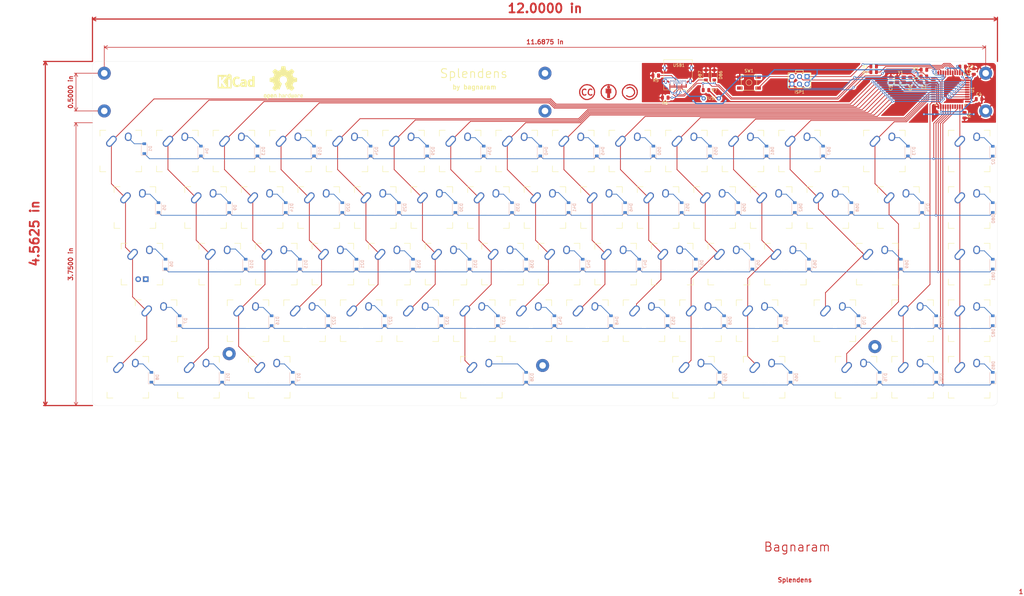
<source format=kicad_pcb>
(kicad_pcb (version 20200819) (host pcbnew "(5.99.0-2887-gdf45a6699)")
  (layers (0 "F.Cu" signal) (31 "B.Cu" signal) (34 "B.Paste" user) (35 "F.Paste" user) (36 "B.SilkS" user) (37 "F.SilkS" user) (38 "B.Mask" user) (39 "F.Mask" user) (44 "Edge.Cuts" user))
  (net 0 "")
  (net 1 "GND")
  (net 2 "+5V")
  (net 3 "Net-(C5-Pad2)")
  (net 4 "Net-(C6-Pad2)")
  (net 5 "Net-(C7-Pad1)")
  (net 6 "Net-(D1-Pad2)")
  (net 7 "/ROW0")
  (net 8 "Net-(D2-Pad2)")
  (net 9 "/ROW1")
  (net 10 "Net-(D4-Pad2)")
  (net 11 "/ROW3")
  (net 12 "/ROW4")
  (net 13 "Net-(R1-Pad2)")
  (net 14 "/ROW5")
  (net 15 "Net-(R2-Pad2)")
  (net 16 "/COL14")
  (net 17 "Net-(R4-Pad1)")
  (net 18 "Net-(U1-Pad30)")
  (net 19 "Net-(D5-Pad2)")
  (net 20 "/COL0")
  (net 21 "Net-(D6-Pad2)")
  (net 22 "/COL1")
  (net 23 "Net-(D7-Pad2)")
  (net 24 "/COL10")
  (net 25 "Net-(D8-Pad2)")
  (net 26 "/COL11")
  (net 27 "Net-(D9-Pad2)")
  (net 28 "Net-(D10-Pad2)")
  (net 29 "Net-(D11-Pad2)")
  (net 30 "Net-(D13-Pad2)")
  (net 31 "Net-(D14-Pad2)")
  (net 32 "Net-(D15-Pad2)")
  (net 33 "Net-(D16-Pad2)")
  (net 34 "Net-(D17-Pad2)")
  (net 35 "Net-(D19-Pad2)")
  (net 36 "Net-(D20-Pad2)")
  (net 37 "Net-(D21-Pad2)")
  (net 38 "Net-(D22-Pad2)")
  (net 39 "Net-(D24-Pad2)")
  (net 40 "Net-(D25-Pad2)")
  (net 41 "Net-(D26-Pad2)")
  (net 42 "Net-(D27-Pad2)")
  (net 43 "Net-(D29-Pad2)")
  (net 44 "Net-(D30-Pad2)")
  (net 45 "Net-(D31-Pad2)")
  (net 46 "Net-(D32-Pad2)")
  (net 47 "Net-(D34-Pad2)")
  (net 48 "Net-(D35-Pad2)")
  (net 49 "Net-(D36-Pad2)")
  (net 50 "Net-(D37-Pad2)")
  (net 51 "Net-(D38-Pad2)")
  (net 52 "Net-(D40-Pad2)")
  (net 53 "Net-(D41-Pad2)")
  (net 54 "Net-(D42-Pad2)")
  (net 55 "Net-(D43-Pad2)")
  (net 56 "Net-(D45-Pad2)")
  (net 57 "Net-(D46-Pad2)")
  (net 58 "Net-(D47-Pad2)")
  (net 59 "Net-(D48-Pad2)")
  (net 60 "Net-(D50-Pad2)")
  (net 61 "Net-(D51-Pad2)")
  (net 62 "Net-(D52-Pad2)")
  (net 63 "Net-(D53-Pad2)")
  (net 64 "Net-(D55-Pad2)")
  (net 65 "Net-(D56-Pad2)")
  (net 66 "Net-(D57-Pad2)")
  (net 67 "Net-(D58-Pad2)")
  (net 68 "Net-(D59-Pad2)")
  (net 69 "Net-(D61-Pad2)")
  (net 70 "Net-(D62-Pad2)")
  (net 71 "Net-(D63-Pad2)")
  (net 72 "Net-(D64-Pad2)")
  (net 73 "Net-(D65-Pad2)")
  (net 74 "Net-(D67-Pad2)")
  (net 75 "Net-(D68-Pad2)")
  (net 76 "Net-(D69-Pad2)")
  (net 77 "Net-(D70-Pad2)")
  (net 78 "Net-(D73-Pad2)")
  (net 79 "Net-(D74-Pad2)")
  (net 80 "Net-(D76-Pad2)")
  (net 81 "Net-(D78-Pad2)")
  (net 82 "Net-(D79-Pad2)")
  (net 83 "Net-(D80-Pad2)")
  (net 84 "Net-(D81-Pad2)")
  (net 85 "Net-(D82-Pad2)")
  (net 86 "Net-(D85-Pad2)")
  (net 87 "Net-(ISP1-Pad1)")
  (net 88 "Net-(ISP1-Pad3)")
  (net 89 "Net-(ISP1-Pad4)")
  (net 90 "Net-(ISP1-Pad5)")
  (net 91 "/COL12")
  (net 92 "/COL13")
  (net 93 "/COL15")
  (net 94 "/COL2")
  (net 95 "/COL3")
  (net 96 "/COL4")
  (net 97 "/COL5")
  (net 98 "/COL6")
  (net 99 "/COL7")
  (net 100 "/COL8")
  (net 101 "/COL9")
  (net 102 "/D-")
  (net 103 "/D+")
  (net 104 "Net-(U1-Pad29)")
  (net 105 "Net-(R5-Pad1)")
  (net 106 "VCC")
  (net 107 "Net-(USB1-PadA8)")
  (net 108 "Net-(USB1-PadB8)")
  (net 109 "Net-(USB1-PadA2)")
  (net 110 "Net-(USB1-PadA3)")
  (net 111 "Net-(USB1-PadA10)")
  (net 112 "Net-(USB1-PadA11)")
  (net 113 "Net-(USB1-PadB2)")
  (net 114 "Net-(USB1-PadB3)")
  (net 115 "Net-(USB1-PadB10)")
  (net 116 "Net-(USB1-PadB11)")
  (net 117 "Net-(R6-Pad2)")
  (module "MX_Alps_Hybrid:MX-1U-NoLED" (layer "F.Cu") (at 88.9 131.7625)
    (fp_text reference "MX0")
    (fp_text value "1")
    (pad "" np_thru_hole circle (at 0 0) (size 3.9878 3.9878) (drill 3.9878) (layers *.Cu *.Mask))
    (pad "" np_thru_hole circle (at -5.08 0 48.0996) (size 1.75 1.75) (drill 1.75) (layers *.Cu *.Mask))
    (pad "" np_thru_hole circle (at 5.08 0 48.0996) (size 1.75 1.75) (drill 1.75) (layers *.Cu *.Mask))
    (pad "1" thru_hole oval (at -3.16 -3.28 48) (size 4.21 2.25) (drill oval 3.43 1.48) (layers *.Cu *.Mask) (net 20 "/COL0"))
    (pad "2" thru_hole oval (at 2.52 -4.79 86) (size 2.831378 2.25) (drill oval 2.051378 1.48) (layers *.Cu *.Mask) (net 6 "Net-(D1-Pad2)"))
  )
  (module "MX_Alps_Hybrid:MX-1U-NoLED" (layer "F.Cu") (at 374.65 131.7625)
    (fp_text reference "MX14")
    (fp_text value "1")
    (pad "" np_thru_hole circle (at 0 0) (size 3.9878 3.9878) (drill 3.9878) (layers *.Cu *.Mask))
    (pad "" np_thru_hole circle (at 5.08 0 48.0996) (size 1.75 1.75) (drill 1.75) (layers *.Cu *.Mask))
    (pad "" np_thru_hole circle (at -5.08 0 48.0996) (size 1.75 1.75) (drill 1.75) (layers *.Cu *.Mask))
    (pad "1" thru_hole oval (at -3.16 -3.28 48) (size 4.21 2.25) (drill oval 3.43 1.48) (layers *.Cu *.Mask) (net 93 "/COL15"))
    (pad "2" thru_hole oval (at 2.52 -4.79 86) (size 2.831378 2.25) (drill oval 2.051378 1.48) (layers *.Cu *.Mask) (net 8 "Net-(D2-Pad2)"))
  )
  (module "MX_Alps_Hybrid:MX-1U-NoLED" (layer "F.Cu") (at 107.95 131.7625)
    (fp_text reference "MX1")
    (fp_text value "1")
    (pad "" np_thru_hole circle (at -5.08 0 48.0996) (size 1.75 1.75) (drill 1.75) (layers *.Cu *.Mask))
    (pad "" np_thru_hole circle (at 0 0) (size 3.9878 3.9878) (drill 3.9878) (layers *.Cu *.Mask))
    (pad "" np_thru_hole circle (at 5.08 0 48.0996) (size 1.75 1.75) (drill 1.75) (layers *.Cu *.Mask))
    (pad "1" thru_hole oval (at -3.16 -3.28 48) (size 4.21 2.25) (drill oval 3.43 1.48) (layers *.Cu *.Mask) (net 22 "/COL1"))
    (pad "2" thru_hole oval (at 2.52 -4.79 86) (size 2.831378 2.25) (drill oval 2.051378 1.48) (layers *.Cu *.Mask) (net 10 "Net-(D4-Pad2)"))
  )
  (module "MX_Alps_Hybrid:MX-1U-NoLED" (layer "F.Cu") (at 127 131.7625)
    (fp_text reference "MX2")
    (fp_text value "1")
    (pad "" np_thru_hole circle (at 0 0) (size 3.9878 3.9878) (drill 3.9878) (layers *.Cu *.Mask))
    (pad "" np_thru_hole circle (at 5.08 0 48.0996) (size 1.75 1.75) (drill 1.75) (layers *.Cu *.Mask))
    (pad "" np_thru_hole circle (at -5.08 0 48.0996) (size 1.75 1.75) (drill 1.75) (layers *.Cu *.Mask))
    (pad "1" thru_hole oval (at -3.16 -3.28 48) (size 4.21 2.25) (drill oval 3.43 1.48) (layers *.Cu *.Mask) (net 94 "/COL2"))
    (pad "2" thru_hole oval (at 2.52 -4.79 86) (size 2.831378 2.25) (drill oval 2.051378 1.48) (layers *.Cu *.Mask) (net 30 "Net-(D13-Pad2)"))
  )
  (module "MX_Alps_Hybrid:MX-1U-NoLED" (layer "F.Cu") (at 146.05 131.7625)
    (fp_text reference "MX3")
    (fp_text value "1")
    (pad "" np_thru_hole circle (at 5.08 0 48.0996) (size 1.75 1.75) (drill 1.75) (layers *.Cu *.Mask))
    (pad "" np_thru_hole circle (at 0 0) (size 3.9878 3.9878) (drill 3.9878) (layers *.Cu *.Mask))
    (pad "" np_thru_hole circle (at -5.08 0 48.0996) (size 1.75 1.75) (drill 1.75) (layers *.Cu *.Mask))
    (pad "1" thru_hole oval (at -3.16 -3.28 48) (size 4.21 2.25) (drill oval 3.43 1.48) (layers *.Cu *.Mask) (net 95 "/COL3"))
    (pad "2" thru_hole oval (at 2.52 -4.79 86) (size 2.831378 2.25) (drill oval 2.051378 1.48) (layers *.Cu *.Mask) (net 35 "Net-(D19-Pad2)"))
  )
  (module "MX_Alps_Hybrid:MX-1U-NoLED" (layer "F.Cu") (at 165.1 131.7625)
    (fp_text reference "MX4")
    (fp_text value "1")
    (pad "" np_thru_hole circle (at 5.08 0 48.0996) (size 1.75 1.75) (drill 1.75) (layers *.Cu *.Mask))
    (pad "" np_thru_hole circle (at 0 0) (size 3.9878 3.9878) (drill 3.9878) (layers *.Cu *.Mask))
    (pad "" np_thru_hole circle (at -5.08 0 48.0996) (size 1.75 1.75) (drill 1.75) (layers *.Cu *.Mask))
    (pad "1" thru_hole oval (at -3.16 -3.28 48) (size 4.21 2.25) (drill oval 3.43 1.48) (layers *.Cu *.Mask) (net 96 "/COL4"))
    (pad "2" thru_hole oval (at 2.52 -4.79 86) (size 2.831378 2.25) (drill oval 2.051378 1.48) (layers *.Cu *.Mask) (net 39 "Net-(D24-Pad2)"))
  )
  (module "MX_Alps_Hybrid:MX-1U-NoLED" (layer "F.Cu") (at 184.15 131.7625)
    (fp_text reference "MX5")
    (fp_text value "1")
    (pad "" np_thru_hole circle (at 0 0) (size 3.9878 3.9878) (drill 3.9878) (layers *.Cu *.Mask))
    (pad "" np_thru_hole circle (at -5.08 0 48.0996) (size 1.75 1.75) (drill 1.75) (layers *.Cu *.Mask))
    (pad "" np_thru_hole circle (at 5.08 0 48.0996) (size 1.75 1.75) (drill 1.75) (layers *.Cu *.Mask))
    (pad "1" thru_hole oval (at -3.16 -3.28 48) (size 4.21 2.25) (drill oval 3.43 1.48) (layers *.Cu *.Mask) (net 97 "/COL5"))
    (pad "2" thru_hole oval (at 2.52 -4.79 86) (size 2.831378 2.25) (drill oval 2.051378 1.48) (layers *.Cu *.Mask) (net 43 "Net-(D29-Pad2)"))
  )
  (module "MX_Alps_Hybrid:MX-1U-NoLED" (layer "F.Cu") (at 203.2 131.7625)
    (fp_text reference "MX6")
    (fp_text value "1")
    (pad "" np_thru_hole circle (at 5.08 0 48.0996) (size 1.75 1.75) (drill 1.75) (layers *.Cu *.Mask))
    (pad "" np_thru_hole circle (at -5.08 0 48.0996) (size 1.75 1.75) (drill 1.75) (layers *.Cu *.Mask))
    (pad "" np_thru_hole circle (at 0 0) (size 3.9878 3.9878) (drill 3.9878) (layers *.Cu *.Mask))
    (pad "1" thru_hole oval (at -3.16 -3.28 48) (size 4.21 2.25) (drill oval 3.43 1.48) (layers *.Cu *.Mask) (net 98 "/COL6"))
    (pad "2" thru_hole oval (at 2.52 -4.79 86) (size 2.831378 2.25) (drill oval 2.051378 1.48) (layers *.Cu *.Mask) (net 47 "Net-(D34-Pad2)"))
  )
  (module "MX_Alps_Hybrid:MX-1U-NoLED" (layer "F.Cu") (at 222.25 131.7625)
    (fp_text reference "MX7")
    (fp_text value "1")
    (pad "" np_thru_hole circle (at 0 0) (size 3.9878 3.9878) (drill 3.9878) (layers *.Cu *.Mask))
    (pad "" np_thru_hole circle (at -5.08 0 48.0996) (size 1.75 1.75) (drill 1.75) (layers *.Cu *.Mask))
    (pad "" np_thru_hole circle (at 5.08 0 48.0996) (size 1.75 1.75) (drill 1.75) (layers *.Cu *.Mask))
    (pad "1" thru_hole oval (at -3.16 -3.28 48) (size 4.21 2.25) (drill oval 3.43 1.48) (layers *.Cu *.Mask) (net 99 "/COL7"))
    (pad "2" thru_hole oval (at 2.52 -4.79 86) (size 2.831378 2.25) (drill oval 2.051378 1.48) (layers *.Cu *.Mask) (net 52 "Net-(D40-Pad2)"))
  )
  (module "MX_Alps_Hybrid:MX-1U-NoLED" (layer "F.Cu") (at 241.3 131.7625)
    (fp_text reference "MX8")
    (fp_text value "1")
    (pad "" np_thru_hole circle (at 0 0) (size 3.9878 3.9878) (drill 3.9878) (layers *.Cu *.Mask))
    (pad "" np_thru_hole circle (at -5.08 0 48.0996) (size 1.75 1.75) (drill 1.75) (layers *.Cu *.Mask))
    (pad "" np_thru_hole circle (at 5.08 0 48.0996) (size 1.75 1.75) (drill 1.75) (layers *.Cu *.Mask))
    (pad "1" thru_hole oval (at -3.16 -3.28 48) (size 4.21 2.25) (drill oval 3.43 1.48) (layers *.Cu *.Mask) (net 100 "/COL8"))
    (pad "2" thru_hole oval (at 2.52 -4.79 86) (size 2.831378 2.25) (drill oval 2.051378 1.48) (layers *.Cu *.Mask) (net 56 "Net-(D45-Pad2)"))
  )
  (module "MX_Alps_Hybrid:MX-1U-NoLED" (layer "F.Cu") (at 260.35 131.7625)
    (fp_text reference "MX9")
    (fp_text value "1")
    (pad "" np_thru_hole circle (at 5.08 0 48.0996) (size 1.75 1.75) (drill 1.75) (layers *.Cu *.Mask))
    (pad "" np_thru_hole circle (at 0 0) (size 3.9878 3.9878) (drill 3.9878) (layers *.Cu *.Mask))
    (pad "" np_thru_hole circle (at -5.08 0 48.0996) (size 1.75 1.75) (drill 1.75) (layers *.Cu *.Mask))
    (pad "1" thru_hole oval (at -3.16 -3.28 48) (size 4.21 2.25) (drill oval 3.43 1.48) (layers *.Cu *.Mask) (net 101 "/COL9"))
    (pad "2" thru_hole oval (at 2.52 -4.79 86) (size 2.831378 2.25) (drill oval 2.051378 1.48) (layers *.Cu *.Mask) (net 60 "Net-(D50-Pad2)"))
  )
  (module "MX_Alps_Hybrid:MX-1U-NoLED" (layer "F.Cu") (at 279.4 131.7625)
    (fp_text reference "MX10")
    (fp_text value "1")
    (pad "" np_thru_hole circle (at 0 0) (size 3.9878 3.9878) (drill 3.9878) (layers *.Cu *.Mask))
    (pad "" np_thru_hole circle (at 5.08 0 48.0996) (size 1.75 1.75) (drill 1.75) (layers *.Cu *.Mask))
    (pad "" np_thru_hole circle (at -5.08 0 48.0996) (size 1.75 1.75) (drill 1.75) (layers *.Cu *.Mask))
    (pad "1" thru_hole oval (at -3.16 -3.28 48) (size 4.21 2.25) (drill oval 3.43 1.48) (layers *.Cu *.Mask) (net 24 "/COL10"))
    (pad "2" thru_hole oval (at 2.52 -4.79 86) (size 2.831378 2.25) (drill oval 2.051378 1.48) (layers *.Cu *.Mask) (net 64 "Net-(D55-Pad2)"))
  )
  (module "MX_Alps_Hybrid:MX-1U-NoLED" (layer "F.Cu") (at 298.45 131.7625)
    (fp_text reference "MX11")
    (fp_text value "1")
    (pad "" np_thru_hole circle (at -5.08 0 48.0996) (size 1.75 1.75) (drill 1.75) (layers *.Cu *.Mask))
    (pad "" np_thru_hole circle (at 0 0) (size 3.9878 3.9878) (drill 3.9878) (layers *.Cu *.Mask))
    (pad "" np_thru_hole circle (at 5.08 0 48.0996) (size 1.75 1.75) (drill 1.75) (layers *.Cu *.Mask))
    (pad "1" thru_hole oval (at -3.16 -3.28 48) (size 4.21 2.25) (drill oval 3.43 1.48) (layers *.Cu *.Mask) (net 26 "/COL11"))
    (pad "2" thru_hole oval (at 2.52 -4.79 86) (size 2.831378 2.25) (drill oval 2.051378 1.48) (layers *.Cu *.Mask) (net 69 "Net-(D61-Pad2)"))
  )
  (module "MX_Alps_Hybrid:MX-1U-NoLED" (layer "F.Cu") (at 317.5 131.7625)
    (fp_text reference "MX12")
    (fp_text value "1")
    (pad "" np_thru_hole circle (at 0 0) (size 3.9878 3.9878) (drill 3.9878) (layers *.Cu *.Mask))
    (pad "" np_thru_hole circle (at -5.08 0 48.0996) (size 1.75 1.75) (drill 1.75) (layers *.Cu *.Mask))
    (pad "" np_thru_hole circle (at 5.08 0 48.0996) (size 1.75 1.75) (drill 1.75) (layers *.Cu *.Mask))
    (pad "1" thru_hole oval (at -3.16 -3.28 48) (size 4.21 2.25) (drill oval 3.43 1.48) (layers *.Cu *.Mask) (net 91 "/COL12"))
    (pad "2" thru_hole oval (at 2.52 -4.79 86) (size 2.831378 2.25) (drill oval 2.051378 1.48) (layers *.Cu *.Mask) (net 74 "Net-(D67-Pad2)"))
  )
  (module "MX_Alps_Hybrid:MX-2U-NoLED" (layer "F.Cu") (at 346.075 131.7625)
    (fp_text reference "MX13")
    (fp_text value "1")
    (pad "" np_thru_hole circle (at -11.938 -6.985) (size 3.048 3.048) (drill 3.048) (layers *.Cu *.Mask))
    (pad "" np_thru_hole circle (at 11.938 8.255) (size 3.9878 3.9878) (drill 3.9878) (layers *.Cu *.Mask))
    (pad "" np_thru_hole circle (at -11.938 8.255) (size 3.9878 3.9878) (drill 3.9878) (layers *.Cu *.Mask))
    (pad "" np_thru_hole circle (at 11.938 -6.985) (size 3.048 3.048) (drill 3.048) (layers *.Cu *.Mask))
    (pad "" np_thru_hole circle (at 0 0) (size 3.9878 3.9878) (drill 3.9878) (layers *.Cu *.Mask))
    (pad "" np_thru_hole circle (at 5.08 0 48.0996) (size 1.75 1.75) (drill 1.75) (layers *.Cu *.Mask))
    (pad "" np_thru_hole circle (at -5.08 0 48.0996) (size 1.75 1.75) (drill 1.75) (layers *.Cu *.Mask))
    (pad "1" thru_hole oval (at -3.16 -3.28 48) (size 4.21 2.25) (drill oval 3.43 1.48) (layers *.Cu *.Mask) (net 92 "/COL13"))
    (pad "2" thru_hole oval (at 2.52 -4.79 86) (size 2.831378 2.25) (drill oval 2.051378 1.48) (layers *.Cu *.Mask) (net 78 "Net-(D73-Pad2)"))
  )
  (module "MX_Alps_Hybrid:MX-1U-NoLED" (layer "F.Cu") (at 374.65 169.8625)
    (fp_text reference "MX43")
    (fp_text value "1")
    (pad "" np_thru_hole circle (at -5.08 0 48.0996) (size 1.75 1.75) (drill 1.75) (layers *.Cu *.Mask))
    (pad "" np_thru_hole circle (at 5.08 0 48.0996) (size 1.75 1.75) (drill 1.75) (layers *.Cu *.Mask))
    (pad "" np_thru_hole circle (at 0 0) (size 3.9878 3.9878) (drill 3.9878) (layers *.Cu *.Mask))
    (pad "1" thru_hole oval (at -3.16 -3.28 48) (size 4.21 2.25) (drill oval 3.43 1.48) (layers *.Cu *.Mask) (net 93 "/COL15"))
    (pad "2" thru_hole oval (at 2.52 -4.79 86) (size 2.831378 2.25) (drill oval 2.051378 1.48) (layers *.Cu *.Mask) (net 84 "Net-(D81-Pad2)"))
  )
  (module "MX_Alps_Hybrid:MX-1U-NoLED" (layer "F.Cu") (at 374.65 150.8125)
    (fp_text reference "MX29")
    (fp_text value "1")
    (pad "" np_thru_hole circle (at -5.08 0 48.0996) (size 1.75 1.75) (drill 1.75) (layers *.Cu *.Mask))
    (pad "" np_thru_hole circle (at 5.08 0 48.0996) (size 1.75 1.75) (drill 1.75) (layers *.Cu *.Mask))
    (pad "" np_thru_hole circle (at 0 0) (size 3.9878 3.9878) (drill 3.9878) (layers *.Cu *.Mask))
    (pad "1" thru_hole oval (at -3.16 -3.28 48) (size 4.21 2.25) (drill oval 3.43 1.48) (layers *.Cu *.Mask) (net 93 "/COL15"))
    (pad "2" thru_hole oval (at 2.52 -4.79 86) (size 2.831378 2.25) (drill oval 2.051378 1.48) (layers *.Cu *.Mask) (net 83 "Net-(D80-Pad2)"))
  )
  (module "MX_Alps_Hybrid:MX-1.5U-NoLED" (layer "F.Cu") (at 93.6625 150.8125)
    (fp_text reference "MX15")
    (fp_text value "1")
    (pad "" np_thru_hole circle (at 5.08 0 48.0996) (size 1.75 1.75) (drill 1.75) (layers *.Cu *.Mask))
    (pad "" np_thru_hole circle (at -5.08 0 48.0996) (size 1.75 1.75) (drill 1.75) (layers *.Cu *.Mask))
    (pad "" np_thru_hole circle (at 0 0) (size 3.9878 3.9878) (drill 3.9878) (layers *.Cu *.Mask))
    (pad "1" thru_hole oval (at -3.16 -3.28 48) (size 4.21 2.25) (drill oval 3.43 1.48) (layers *.Cu *.Mask) (net 20 "/COL0"))
    (pad "2" thru_hole oval (at 2.52 -4.79 86) (size 2.831378 2.25) (drill oval 2.051378 1.48) (layers *.Cu *.Mask) (net 19 "Net-(D5-Pad2)"))
  )
  (module "MX_Alps_Hybrid:MX-1U-NoLED" (layer "F.Cu") (at 117.475 150.8125)
    (fp_text reference "MX16")
    (fp_text value "1")
    (pad "" np_thru_hole circle (at 5.08 0 48.0996) (size 1.75 1.75) (drill 1.75) (layers *.Cu *.Mask))
    (pad "" np_thru_hole circle (at -5.08 0 48.0996) (size 1.75 1.75) (drill 1.75) (layers *.Cu *.Mask))
    (pad "" np_thru_hole circle (at 0 0) (size 3.9878 3.9878) (drill 3.9878) (layers *.Cu *.Mask))
    (pad "1" thru_hole oval (at -3.16 -3.28 48) (size 4.21 2.25) (drill oval 3.43 1.48) (layers *.Cu *.Mask) (net 22 "/COL1"))
    (pad "2" thru_hole oval (at 2.52 -4.79 86) (size 2.831378 2.25) (drill oval 2.051378 1.48) (layers *.Cu *.Mask) (net 27 "Net-(D9-Pad2)"))
  )
  (module "MX_Alps_Hybrid:MX-1U-NoLED" (layer "F.Cu") (at 136.525 150.8125)
    (fp_text reference "MX17")
    (fp_text value "1")
    (pad "" np_thru_hole circle (at -5.08 0 48.0996) (size 1.75 1.75) (drill 1.75) (layers *.Cu *.Mask))
    (pad "" np_thru_hole circle (at 5.08 0 48.0996) (size 1.75 1.75) (drill 1.75) (layers *.Cu *.Mask))
    (pad "" np_thru_hole circle (at 0 0) (size 3.9878 3.9878) (drill 3.9878) (layers *.Cu *.Mask))
    (pad "1" thru_hole oval (at -3.16 -3.28 48) (size 4.21 2.25) (drill oval 3.43 1.48) (layers *.Cu *.Mask) (net 94 "/COL2"))
    (pad "2" thru_hole oval (at 2.52 -4.79 86) (size 2.831378 2.25) (drill oval 2.051378 1.48) (layers *.Cu *.Mask) (net 31 "Net-(D14-Pad2)"))
  )
  (module "MX_Alps_Hybrid:MX-1U-NoLED" (layer "F.Cu") (at 155.575 150.8125)
    (fp_text reference "MX18")
    (fp_text value "1")
    (pad "" np_thru_hole circle (at 5.08 0 48.0996) (size 1.75 1.75) (drill 1.75) (layers *.Cu *.Mask))
    (pad "" np_thru_hole circle (at -5.08 0 48.0996) (size 1.75 1.75) (drill 1.75) (layers *.Cu *.Mask))
    (pad "" np_thru_hole circle (at 0 0) (size 3.9878 3.9878) (drill 3.9878) (layers *.Cu *.Mask))
    (pad "1" thru_hole oval (at -3.16 -3.28 48) (size 4.21 2.25) (drill oval 3.43 1.48) (layers *.Cu *.Mask) (net 95 "/COL3"))
    (pad "2" thru_hole oval (at 2.52 -4.79 86) (size 2.831378 2.25) (drill oval 2.051378 1.48) (layers *.Cu *.Mask) (net 36 "Net-(D20-Pad2)"))
  )
  (module "MX_Alps_Hybrid:MX-1U-NoLED" (layer "F.Cu") (at 174.625 150.8125)
    (fp_text reference "MX19")
    (fp_text value "1")
    (pad "" np_thru_hole circle (at -5.08 0 48.0996) (size 1.75 1.75) (drill 1.75) (layers *.Cu *.Mask))
    (pad "" np_thru_hole circle (at 5.08 0 48.0996) (size 1.75 1.75) (drill 1.75) (layers *.Cu *.Mask))
    (pad "" np_thru_hole circle (at 0 0) (size 3.9878 3.9878) (drill 3.9878) (layers *.Cu *.Mask))
    (pad "1" thru_hole oval (at -3.16 -3.28 48) (size 4.21 2.25) (drill oval 3.43 1.48) (layers *.Cu *.Mask) (net 96 "/COL4"))
    (pad "2" thru_hole oval (at 2.52 -4.79 86) (size 2.831378 2.25) (drill oval 2.051378 1.48) (layers *.Cu *.Mask) (net 40 "Net-(D25-Pad2)"))
  )
  (module "MX_Alps_Hybrid:MX-1U-NoLED" (layer "F.Cu") (at 193.675 150.8125)
    (fp_text reference "MX20")
    (fp_text value "1")
    (pad "" np_thru_hole circle (at -5.08 0 48.0996) (size 1.75 1.75) (drill 1.75) (layers *.Cu *.Mask))
    (pad "" np_thru_hole circle (at 5.08 0 48.0996) (size 1.75 1.75) (drill 1.75) (layers *.Cu *.Mask))
    (pad "" np_thru_hole circle (at 0 0) (size 3.9878 3.9878) (drill 3.9878) (layers *.Cu *.Mask))
    (pad "1" thru_hole oval (at -3.16 -3.28 48) (size 4.21 2.25) (drill oval 3.43 1.48) (layers *.Cu *.Mask) (net 97 "/COL5"))
    (pad "2" thru_hole oval (at 2.52 -4.79 86) (size 2.831378 2.25) (drill oval 2.051378 1.48) (layers *.Cu *.Mask) (net 44 "Net-(D30-Pad2)"))
  )
  (module "MX_Alps_Hybrid:MX-1U-NoLED" (layer "F.Cu") (at 212.725 150.8125)
    (fp_text reference "MX21")
    (fp_text value "1")
    (pad "" np_thru_hole circle (at 5.08 0 48.0996) (size 1.75 1.75) (drill 1.75) (layers *.Cu *.Mask))
    (pad "" np_thru_hole circle (at 0 0) (size 3.9878 3.9878) (drill 3.9878) (layers *.Cu *.Mask))
    (pad "" np_thru_hole circle (at -5.08 0 48.0996) (size 1.75 1.75) (drill 1.75) (layers *.Cu *.Mask))
    (pad "1" thru_hole oval (at -3.16 -3.28 48) (size 4.21 2.25) (drill oval 3.43 1.48) (layers *.Cu *.Mask) (net 98 "/COL6"))
    (pad "2" thru_hole oval (at 2.52 -4.79 86) (size 2.831378 2.25) (drill oval 2.051378 1.48) (layers *.Cu *.Mask) (net 48 "Net-(D35-Pad2)"))
  )
  (module "MX_Alps_Hybrid:MX-1U-NoLED" (layer "F.Cu") (at 231.775 150.8125)
    (fp_text reference "MX22")
    (fp_text value "1")
    (pad "" np_thru_hole circle (at -5.08 0 48.0996) (size 1.75 1.75) (drill 1.75) (layers *.Cu *.Mask))
    (pad "" np_thru_hole circle (at 0 0) (size 3.9878 3.9878) (drill 3.9878) (layers *.Cu *.Mask))
    (pad "" np_thru_hole circle (at 5.08 0 48.0996) (size 1.75 1.75) (drill 1.75) (layers *.Cu *.Mask))
    (pad "1" thru_hole oval (at -3.16 -3.28 48) (size 4.21 2.25) (drill oval 3.43 1.48) (layers *.Cu *.Mask) (net 99 "/COL7"))
    (pad "2" thru_hole oval (at 2.52 -4.79 86) (size 2.831378 2.25) (drill oval 2.051378 1.48) (layers *.Cu *.Mask) (net 53 "Net-(D41-Pad2)"))
  )
  (module "MX_Alps_Hybrid:MX-1U-NoLED" (layer "F.Cu") (at 250.825 150.8125)
    (fp_text reference "MX23")
    (fp_text value "1")
    (pad "" np_thru_hole circle (at -5.08 0 48.0996) (size 1.75 1.75) (drill 1.75) (layers *.Cu *.Mask))
    (pad "" np_thru_hole circle (at 5.08 0 48.0996) (size 1.75 1.75) (drill 1.75) (layers *.Cu *.Mask))
    (pad "" np_thru_hole circle (at 0 0) (size 3.9878 3.9878) (drill 3.9878) (layers *.Cu *.Mask))
    (pad "1" thru_hole oval (at -3.16 -3.28 48) (size 4.21 2.25) (drill oval 3.43 1.48) (layers *.Cu *.Mask) (net 100 "/COL8"))
    (pad "2" thru_hole oval (at 2.52 -4.79 86) (size 2.831378 2.25) (drill oval 2.051378 1.48) (layers *.Cu *.Mask) (net 57 "Net-(D46-Pad2)"))
  )
  (module "MX_Alps_Hybrid:MX-1U-NoLED" (layer "F.Cu") (at 269.875 150.8125)
    (fp_text reference "MX24")
    (fp_text value "1")
    (pad "" np_thru_hole circle (at 0 0) (size 3.9878 3.9878) (drill 3.9878) (layers *.Cu *.Mask))
    (pad "" np_thru_hole circle (at -5.08 0 48.0996) (size 1.75 1.75) (drill 1.75) (layers *.Cu *.Mask))
    (pad "" np_thru_hole circle (at 5.08 0 48.0996) (size 1.75 1.75) (drill 1.75) (layers *.Cu *.Mask))
    (pad "1" thru_hole oval (at -3.16 -3.28 48) (size 4.21 2.25) (drill oval 3.43 1.48) (layers *.Cu *.Mask) (net 101 "/COL9"))
    (pad "2" thru_hole oval (at 2.52 -4.79 86) (size 2.831378 2.25) (drill oval 2.051378 1.48) (layers *.Cu *.Mask) (net 61 "Net-(D51-Pad2)"))
  )
  (module "MX_Alps_Hybrid:MX-1U-NoLED" (layer "F.Cu") (at 288.925 150.8125)
    (fp_text reference "MX25")
    (fp_text value "1")
    (pad "" np_thru_hole circle (at 0 0) (size 3.9878 3.9878) (drill 3.9878) (layers *.Cu *.Mask))
    (pad "" np_thru_hole circle (at -5.08 0 48.0996) (size 1.75 1.75) (drill 1.75) (layers *.Cu *.Mask))
    (pad "" np_thru_hole circle (at 5.08 0 48.0996) (size 1.75 1.75) (drill 1.75) (layers *.Cu *.Mask))
    (pad "1" thru_hole oval (at -3.16 -3.28 48) (size 4.21 2.25) (drill oval 3.43 1.48) (layers *.Cu *.Mask) (net 24 "/COL10"))
    (pad "2" thru_hole oval (at 2.52 -4.79 86) (size 2.831378 2.25) (drill oval 2.051378 1.48) (layers *.Cu *.Mask) (net 65 "Net-(D56-Pad2)"))
  )
  (module "MX_Alps_Hybrid:MX-1U-NoLED" (layer "F.Cu") (at 307.975 150.8125)
    (fp_text reference "MX26")
    (fp_text value "1")
    (pad "" np_thru_hole circle (at 0 0) (size 3.9878 3.9878) (drill 3.9878) (layers *.Cu *.Mask))
    (pad "" np_thru_hole circle (at 5.08 0 48.0996) (size 1.75 1.75) (drill 1.75) (layers *.Cu *.Mask))
    (pad "" np_thru_hole circle (at -5.08 0 48.0996) (size 1.75 1.75) (drill 1.75) (layers *.Cu *.Mask))
    (pad "1" thru_hole oval (at -3.16 -3.28 48) (size 4.21 2.25) (drill oval 3.43 1.48) (layers *.Cu *.Mask) (net 26 "/COL11"))
    (pad "2" thru_hole oval (at 2.52 -4.79 86) (size 2.831378 2.25) (drill oval 2.051378 1.48) (layers *.Cu *.Mask) (net 70 "Net-(D62-Pad2)"))
  )
  (module "MX_Alps_Hybrid:MX-1U-NoLED" (layer "F.Cu") (at 327.025 150.8125)
    (fp_text reference "MX27")
    (fp_text value "1")
    (pad "" np_thru_hole circle (at 0 0) (size 3.9878 3.9878) (drill 3.9878) (layers *.Cu *.Mask))
    (pad "" np_thru_hole circle (at 5.08 0 48.0996) (size 1.75 1.75) (drill 1.75) (layers *.Cu *.Mask))
    (pad "" np_thru_hole circle (at -5.08 0 48.0996) (size 1.75 1.75) (drill 1.75) (layers *.Cu *.Mask))
    (pad "1" thru_hole oval (at -3.16 -3.28 48) (size 4.21 2.25) (drill oval 3.43 1.48) (layers *.Cu *.Mask) (net 91 "/COL12"))
    (pad "2" thru_hole oval (at 2.52 -4.79 86) (size 2.831378 2.25) (drill oval 2.051378 1.48) (layers *.Cu *.Mask) (net 75 "Net-(D68-Pad2)"))
  )
  (module "MX_Alps_Hybrid:MX-1.5U-NoLED" (layer "F.Cu") (at 350.8375 150.8125)
    (fp_text reference "MX28")
    (fp_text value "1")
    (pad "" np_thru_hole circle (at 0 0) (size 3.9878 3.9878) (drill 3.9878) (layers *.Cu *.Mask))
    (pad "" np_thru_hole circle (at 5.08 0 48.0996) (size 1.75 1.75) (drill 1.75) (layers *.Cu *.Mask))
    (pad "" np_thru_hole circle (at -5.08 0 48.0996) (size 1.75 1.75) (drill 1.75) (layers *.Cu *.Mask))
    (pad "1" thru_hole oval (at -3.16 -3.28 48) (size 4.21 2.25) (drill oval 3.43 1.48) (layers *.Cu *.Mask) (net 92 "/COL13"))
    (pad "2" thru_hole oval (at 2.52 -4.79 86) (size 2.831378 2.25) (drill oval 2.051378 1.48) (layers *.Cu *.Mask) (net 79 "Net-(D74-Pad2)"))
  )
  (module "MX_Alps_Hybrid:MX-1U-NoLED" (layer "F.Cu") (at 374.65 188.9125)
    (fp_text reference "MX57")
    (fp_text value "1")
    (pad "" np_thru_hole circle (at 5.08 0 48.0996) (size 1.75 1.75) (drill 1.75) (layers *.Cu *.Mask))
    (pad "" np_thru_hole circle (at 0 0) (size 3.9878 3.9878) (drill 3.9878) (layers *.Cu *.Mask))
    (pad "" np_thru_hole circle (at -5.08 0 48.0996) (size 1.75 1.75) (drill 1.75) (layers *.Cu *.Mask))
    (pad "1" thru_hole oval (at -3.16 -3.28 48) (size 4.21 2.25) (drill oval 3.43 1.48) (layers *.Cu *.Mask) (net 93 "/COL15"))
    (pad "2" thru_hole oval (at 2.52 -4.79 86) (size 2.831378 2.25) (drill oval 2.051378 1.48) (layers *.Cu *.Mask) (net 85 "Net-(D82-Pad2)"))
  )
  (module "MX_Alps_Hybrid:MX-1.75U" (layer "F.Cu") (at 96.04375 169.8625)
    (fp_text reference "MX30")
    (fp_text value "1")
    (pad "" np_thru_hole circle (at 0 0) (size 3.9878 3.9878) (drill 3.9878) (layers *.Cu *.Mask))
    (pad "" np_thru_hole circle (at -5.08 0 48.0996) (size 1.75 1.75) (drill 1.75) (layers *.Cu *.Mask))
    (pad "" np_thru_hole circle (at 5.08 0 48.0996) (size 1.75 1.75) (drill 1.75) (layers *.Cu *.Mask))
    (pad "1" thru_hole oval (at -3.16 -3.28 48) (size 4.21 2.25) (drill oval 3.43 1.48) (layers *.Cu *.Mask) (net 20 "/COL0"))
    (pad "2" thru_hole oval (at 2.52 -4.79 86) (size 2.831378 2.25) (drill oval 2.051378 1.48) (layers *.Cu *.Mask) (net 21 "Net-(D6-Pad2)"))
    (pad "3" thru_hole circle (at -1.27 5.08) (size 1.905 1.905) (drill 1.04) (layers *.Cu *.Mask))
    (pad "4" thru_hole rect (at 1.27 5.08) (size 1.905 1.905) (drill 1.04) (layers *.Cu *.Mask))
  )
  (module "MX_Alps_Hybrid:MX-1U-NoLED" (layer "F.Cu") (at 122.2375 169.8625)
    (fp_text reference "MX31")
    (fp_text value "1")
    (pad "" np_thru_hole circle (at 0 0) (size 3.9878 3.9878) (drill 3.9878) (layers *.Cu *.Mask))
    (pad "" np_thru_hole circle (at 5.08 0 48.0996) (size 1.75 1.75) (drill 1.75) (layers *.Cu *.Mask))
    (pad "" np_thru_hole circle (at -5.08 0 48.0996) (size 1.75 1.75) (drill 1.75) (layers *.Cu *.Mask))
    (pad "1" thru_hole oval (at -3.16 -3.28 48) (size 4.21 2.25) (drill oval 3.43 1.48) (layers *.Cu *.Mask) (net 22 "/COL1"))
    (pad "2" thru_hole oval (at 2.52 -4.79 86) (size 2.831378 2.25) (drill oval 2.051378 1.48) (layers *.Cu *.Mask) (net 28 "Net-(D10-Pad2)"))
  )
  (module "MX_Alps_Hybrid:MX-1U-NoLED" (layer "F.Cu") (at 141.2875 169.8625)
    (fp_text reference "MX32")
    (fp_text value "1")
    (pad "" np_thru_hole circle (at 5.08 0 48.0996) (size 1.75 1.75) (drill 1.75) (layers *.Cu *.Mask))
    (pad "" np_thru_hole circle (at 0 0) (size 3.9878 3.9878) (drill 3.9878) (layers *.Cu *.Mask))
    (pad "" np_thru_hole circle (at -5.08 0 48.0996) (size 1.75 1.75) (drill 1.75) (layers *.Cu *.Mask))
    (pad "1" thru_hole oval (at -3.16 -3.28 48) (size 4.21 2.25) (drill oval 3.43 1.48) (layers *.Cu *.Mask) (net 94 "/COL2"))
    (pad "2" thru_hole oval (at 2.52 -4.79 86) (size 2.831378 2.25) (drill oval 2.051378 1.48) (layers *.Cu *.Mask) (net 32 "Net-(D15-Pad2)"))
  )
  (module "MX_Alps_Hybrid:MX-1U-NoLED" (layer "F.Cu") (at 160.3375 169.8625)
    (fp_text reference "MX33")
    (fp_text value "1")
    (pad "" np_thru_hole circle (at 0 0) (size 3.9878 3.9878) (drill 3.9878) (layers *.Cu *.Mask))
    (pad "" np_thru_hole circle (at 5.08 0 48.0996) (size 1.75 1.75) (drill 1.75) (layers *.Cu *.Mask))
    (pad "" np_thru_hole circle (at -5.08 0 48.0996) (size 1.75 1.75) (drill 1.75) (layers *.Cu *.Mask))
    (pad "1" thru_hole oval (at -3.16 -3.28 48) (size 4.21 2.25) (drill oval 3.43 1.48) (layers *.Cu *.Mask) (net 95 "/COL3"))
    (pad "2" thru_hole oval (at 2.52 -4.79 86) (size 2.831378 2.25) (drill oval 2.051378 1.48) (layers *.Cu *.Mask) (net 37 "Net-(D21-Pad2)"))
  )
  (module "MX_Alps_Hybrid:MX-1U-NoLED" (layer "F.Cu") (at 179.3875 169.8625)
    (fp_text reference "MX34")
    (fp_text value "1")
    (pad "" np_thru_hole circle (at -5.08 0 48.0996) (size 1.75 1.75) (drill 1.75) (layers *.Cu *.Mask))
    (pad "" np_thru_hole circle (at 0 0) (size 3.9878 3.9878) (drill 3.9878) (layers *.Cu *.Mask))
    (pad "" np_thru_hole circle (at 5.08 0 48.0996) (size 1.75 1.75) (drill 1.75) (layers *.Cu *.Mask))
    (pad "1" thru_hole oval (at -3.16 -3.28 48) (size 4.21 2.25) (drill oval 3.43 1.48) (layers *.Cu *.Mask) (net 96 "/COL4"))
    (pad "2" thru_hole oval (at 2.52 -4.79 86) (size 2.831378 2.25) (drill oval 2.051378 1.48) (layers *.Cu *.Mask) (net 41 "Net-(D26-Pad2)"))
  )
  (module "MX_Alps_Hybrid:MX-1U-NoLED" (layer "F.Cu") (at 198.4375 169.8625)
    (fp_text reference "MX35")
    (fp_text value "1")
    (pad "" np_thru_hole circle (at 5.08 0 48.0996) (size 1.75 1.75) (drill 1.75) (layers *.Cu *.Mask))
    (pad "" np_thru_hole circle (at -5.08 0 48.0996) (size 1.75 1.75) (drill 1.75) (layers *.Cu *.Mask))
    (pad "" np_thru_hole circle (at 0 0) (size 3.9878 3.9878) (drill 3.9878) (layers *.Cu *.Mask))
    (pad "1" thru_hole oval (at -3.16 -3.28 48) (size 4.21 2.25) (drill oval 3.43 1.48) (layers *.Cu *.Mask) (net 97 "/COL5"))
    (pad "2" thru_hole oval (at 2.52 -4.79 86) (size 2.831378 2.25) (drill oval 2.051378 1.48) (layers *.Cu *.Mask) (net 45 "Net-(D31-Pad2)"))
  )
  (module "MX_Alps_Hybrid:MX-1U-NoLED" (layer "F.Cu") (at 217.4875 169.8625)
    (fp_text reference "MX36")
    (fp_text value "1")
    (pad "" np_thru_hole circle (at -5.08 0 48.0996) (size 1.75 1.75) (drill 1.75) (layers *.Cu *.Mask))
    (pad "" np_thru_hole circle (at 0 0) (size 3.9878 3.9878) (drill 3.9878) (layers *.Cu *.Mask))
    (pad "" np_thru_hole circle (at 5.08 0 48.0996) (size 1.75 1.75) (drill 1.75) (layers *.Cu *.Mask))
    (pad "1" thru_hole oval (at -3.16 -3.28 48) (size 4.21 2.25) (drill oval 3.43 1.48) (layers *.Cu *.Mask) (net 98 "/COL6"))
    (pad "2" thru_hole oval (at 2.52 -4.79 86) (size 2.831378 2.25) (drill oval 2.051378 1.48) (layers *.Cu *.Mask) (net 49 "Net-(D36-Pad2)"))
  )
  (module "MX_Alps_Hybrid:MX-1U-NoLED" (layer "F.Cu") (at 236.5375 169.8625)
    (fp_text reference "MX37")
    (fp_text value "1")
    (pad "" np_thru_hole circle (at 0 0) (size 3.9878 3.9878) (drill 3.9878) (layers *.Cu *.Mask))
    (pad "" np_thru_hole circle (at 5.08 0 48.0996) (size 1.75 1.75) (drill 1.75) (layers *.Cu *.Mask))
    (pad "" np_thru_hole circle (at -5.08 0 48.0996) (size 1.75 1.75) (drill 1.75) (layers *.Cu *.Mask))
    (pad "1" thru_hole oval (at -3.16 -3.28 48) (size 4.21 2.25) (drill oval 3.43 1.48) (layers *.Cu *.Mask) (net 99 "/COL7"))
    (pad "2" thru_hole oval (at 2.52 -4.79 86) (size 2.831378 2.25) (drill oval 2.051378 1.48) (layers *.Cu *.Mask) (net 54 "Net-(D42-Pad2)"))
  )
  (module "MX_Alps_Hybrid:MX-1U-NoLED" (layer "F.Cu") (at 255.5875 169.8625)
    (fp_text reference "MX38")
    (fp_text value "1")
    (pad "" np_thru_hole circle (at -5.08 0 48.0996) (size 1.75 1.75) (drill 1.75) (layers *.Cu *.Mask))
    (pad "" np_thru_hole circle (at 0 0) (size 3.9878 3.9878) (drill 3.9878) (layers *.Cu *.Mask))
    (pad "" np_thru_hole circle (at 5.08 0 48.0996) (size 1.75 1.75) (drill 1.75) (layers *.Cu *.Mask))
    (pad "1" thru_hole oval (at -3.16 -3.28 48) (size 4.21 2.25) (drill oval 3.43 1.48) (layers *.Cu *.Mask) (net 100 "/COL8"))
    (pad "2" thru_hole oval (at 2.52 -4.79 86) (size 2.831378 2.25) (drill oval 2.051378 1.48) (layers *.Cu *.Mask) (net 58 "Net-(D47-Pad2)"))
  )
  (module "MX_Alps_Hybrid:MX-1U-NoLED" (layer "F.Cu") (at 274.6375 169.8625)
    (fp_text reference "MX39")
    (fp_text value "1")
    (pad "" np_thru_hole circle (at -5.08 0 48.0996) (size 1.75 1.75) (drill 1.75) (layers *.Cu *.Mask))
    (pad "" np_thru_hole circle (at 5.08 0 48.0996) (size 1.75 1.75) (drill 1.75) (layers *.Cu *.Mask))
    (pad "" np_thru_hole circle (at 0 0) (size 3.9878 3.9878) (drill 3.9878) (layers *.Cu *.Mask))
    (pad "1" thru_hole oval (at -3.16 -3.28 48) (size 4.21 2.25) (drill oval 3.43 1.48) (layers *.Cu *.Mask) (net 101 "/COL9"))
    (pad "2" thru_hole oval (at 2.52 -4.79 86) (size 2.831378 2.25) (drill oval 2.051378 1.48) (layers *.Cu *.Mask) (net 62 "Net-(D52-Pad2)"))
  )
  (module "MX_Alps_Hybrid:MX-1U-NoLED" (layer "F.Cu") (at 293.6875 169.8625)
    (fp_text reference "MX40")
    (fp_text value "1")
    (pad "" np_thru_hole circle (at 0 0) (size 3.9878 3.9878) (drill 3.9878) (layers *.Cu *.Mask))
    (pad "" np_thru_hole circle (at -5.08 0 48.0996) (size 1.75 1.75) (drill 1.75) (layers *.Cu *.Mask))
    (pad "" np_thru_hole circle (at 5.08 0 48.0996) (size 1.75 1.75) (drill 1.75) (layers *.Cu *.Mask))
    (pad "1" thru_hole oval (at -3.16 -3.28 48) (size 4.21 2.25) (drill oval 3.43 1.48) (layers *.Cu *.Mask) (net 24 "/COL10"))
    (pad "2" thru_hole oval (at 2.52 -4.79 86) (size 2.831378 2.25) (drill oval 2.051378 1.48) (layers *.Cu *.Mask) (net 66 "Net-(D57-Pad2)"))
  )
  (module "MX_Alps_Hybrid:MX-1U-NoLED" (layer "F.Cu") (at 312.7375 169.8625)
    (fp_text reference "MX41")
    (fp_text value "1")
    (pad "" np_thru_hole circle (at 5.08 0 48.0996) (size 1.75 1.75) (drill 1.75) (layers *.Cu *.Mask))
    (pad "" np_thru_hole circle (at -5.08 0 48.0996) (size 1.75 1.75) (drill 1.75) (layers *.Cu *.Mask))
    (pad "" np_thru_hole circle (at 0 0) (size 3.9878 3.9878) (drill 3.9878) (layers *.Cu *.Mask))
    (pad "1" thru_hole oval (at -3.16 -3.28 48) (size 4.21 2.25) (drill oval 3.43 1.48) (layers *.Cu *.Mask) (net 26 "/COL11"))
    (pad "2" thru_hole oval (at 2.52 -4.79 86) (size 2.831378 2.25) (drill oval 2.051378 1.48) (layers *.Cu *.Mask) (net 71 "Net-(D63-Pad2)"))
  )
  (module "MX_Alps_Hybrid:MX-2.25U-NoLED" (layer "F.Cu") (at 343.69375 169.8625)
    (fp_text reference "MX42")
    (fp_text value "1")
    (pad "" np_thru_hole circle (at 0 0) (size 3.9878 3.9878) (drill 3.9878) (layers *.Cu *.Mask))
    (pad "" np_thru_hole circle (at 11.938 8.255) (size 3.9878 3.9878) (drill 3.9878) (layers *.Cu *.Mask))
    (pad "" np_thru_hole circle (at -11.938 -6.985) (size 3.048 3.048) (drill 3.048) (layers *.Cu *.Mask))
    (pad "" np_thru_hole circle (at 11.938 -6.985) (size 3.048 3.048) (drill 3.048) (layers *.Cu *.Mask))
    (pad "" np_thru_hole circle (at 5.08 0 48.0996) (size 1.75 1.75) (drill 1.75) (layers *.Cu *.Mask))
    (pad "" np_thru_hole circle (at -5.08 0 48.0996) (size 1.75 1.75) (drill 1.75) (layers *.Cu *.Mask))
    (pad "" np_thru_hole circle (at -11.938 8.255) (size 3.9878 3.9878) (drill 3.9878) (layers *.Cu *.Mask))
    (pad "1" thru_hole oval (at -3.16 -3.28 48) (size 4.21 2.25) (drill oval 3.43 1.48) (layers *.Cu *.Mask) (net 91 "/COL12"))
    (pad "2" thru_hole oval (at 2.52 -4.79 86) (size 2.831378 2.25) (drill oval 2.051378 1.48) (layers *.Cu *.Mask) (net 76 "Net-(D69-Pad2)"))
  )
  (module "MX_Alps_Hybrid:MX-2.25U-NoLED" (layer "F.Cu") (at 100.80625 188.9125)
    (fp_text reference "MX44")
    (fp_text value "1")
    (pad "" np_thru_hole circle (at -11.938 -6.985) (size 3.048 3.048) (drill 3.048) (layers *.Cu *.Mask))
    (pad "" np_thru_hole circle (at 0 0) (size 3.9878 3.9878) (drill 3.9878) (layers *.Cu *.Mask))
    (pad "" np_thru_hole circle (at -11.938 8.255) (size 3.9878 3.9878) (drill 3.9878) (layers *.Cu *.Mask))
    (pad "" np_thru_hole circle (at 5.08 0 48.0996) (size 1.75 1.75) (drill 1.75) (layers *.Cu *.Mask))
    (pad "" np_thru_hole circle (at 11.938 8.255) (size 3.9878 3.9878) (drill 3.9878) (layers *.Cu *.Mask))
    (pad "" np_thru_hole circle (at -5.08 0 48.0996) (size 1.75 1.75) (drill 1.75) (layers *.Cu *.Mask))
    (pad "" np_thru_hole circle (at 11.938 -6.985) (size 3.048 3.048) (drill 3.048) (layers *.Cu *.Mask))
    (pad "1" thru_hole oval (at -3.16 -3.28 48) (size 4.21 2.25) (drill oval 3.43 1.48) (layers *.Cu *.Mask) (net 20 "/COL0"))
    (pad "2" thru_hole oval (at 2.52 -4.79 86) (size 2.831378 2.25) (drill oval 2.051378 1.48) (layers *.Cu *.Mask) (net 23 "Net-(D7-Pad2)"))
  )
  (module "MX_Alps_Hybrid:MX-1U-NoLED" (layer "F.Cu") (at 131.7625 188.9125)
    (fp_text reference "MX45")
    (fp_text value "1")
    (pad "" np_thru_hole circle (at 0 0) (size 3.9878 3.9878) (drill 3.9878) (layers *.Cu *.Mask))
    (pad "" np_thru_hole circle (at -5.08 0 48.0996) (size 1.75 1.75) (drill 1.75) (layers *.Cu *.Mask))
    (pad "" np_thru_hole circle (at 5.08 0 48.0996) (size 1.75 1.75) (drill 1.75) (layers *.Cu *.Mask))
    (pad "1" thru_hole oval (at -3.16 -3.28 48) (size 4.21 2.25) (drill oval 3.43 1.48) (layers *.Cu *.Mask) (net 94 "/COL2"))
    (pad "2" thru_hole oval (at 2.52 -4.79 86) (size 2.831378 2.25) (drill oval 2.051378 1.48) (layers *.Cu *.Mask) (net 33 "Net-(D16-Pad2)"))
  )
  (module "MX_Alps_Hybrid:MX-1U-NoLED" (layer "F.Cu") (at 150.8125 188.9125)
    (fp_text reference "MX46")
    (fp_text value "1")
    (pad "" np_thru_hole circle (at 5.08 0 48.0996) (size 1.75 1.75) (drill 1.75) (layers *.Cu *.Mask))
    (pad "" np_thru_hole circle (at 0 0) (size 3.9878 3.9878) (drill 3.9878) (layers *.Cu *.Mask))
    (pad "" np_thru_hole circle (at -5.08 0 48.0996) (size 1.75 1.75) (drill 1.75) (layers *.Cu *.Mask))
    (pad "1" thru_hole oval (at -3.16 -3.28 48) (size 4.21 2.25) (drill oval 3.43 1.48) (layers *.Cu *.Mask) (net 95 "/COL3"))
    (pad "2" thru_hole oval (at 2.52 -4.79 86) (size 2.831378 2.25) (drill oval 2.051378 1.48) (layers *.Cu *.Mask) (net 38 "Net-(D22-Pad2)"))
  )
  (module "MX_Alps_Hybrid:MX-1U-NoLED" (layer "F.Cu") (at 169.8625 188.9125)
    (fp_text reference "MX47")
    (fp_text value "1")
    (pad "" np_thru_hole circle (at 0 0) (size 3.9878 3.9878) (drill 3.9878) (layers *.Cu *.Mask))
    (pad "" np_thru_hole circle (at 5.08 0 48.0996) (size 1.75 1.75) (drill 1.75) (layers *.Cu *.Mask))
    (pad "" np_thru_hole circle (at -5.08 0 48.0996) (size 1.75 1.75) (drill 1.75) (layers *.Cu *.Mask))
    (pad "1" thru_hole oval (at -3.16 -3.28 48) (size 4.21 2.25) (drill oval 3.43 1.48) (layers *.Cu *.Mask) (net 96 "/COL4"))
    (pad "2" thru_hole oval (at 2.52 -4.79 86) (size 2.831378 2.25) (drill oval 2.051378 1.48) (layers *.Cu *.Mask) (net 42 "Net-(D27-Pad2)"))
  )
  (module "MX_Alps_Hybrid:MX-1U-NoLED" (layer "F.Cu") (at 188.9125 188.9125)
    (fp_text reference "MX48")
    (fp_text value "1")
    (pad "" np_thru_hole circle (at -5.08 0 48.0996) (size 1.75 1.75) (drill 1.75) (layers *.Cu *.Mask))
    (pad "" np_thru_hole circle (at 0 0) (size 3.9878 3.9878) (drill 3.9878) (layers *.Cu *.Mask))
    (pad "" np_thru_hole circle (at 5.08 0 48.0996) (size 1.75 1.75) (drill 1.75) (layers *.Cu *.Mask))
    (pad "1" thru_hole oval (at -3.16 -3.28 48) (size 4.21 2.25) (drill oval 3.43 1.48) (layers *.Cu *.Mask) (net 97 "/COL5"))
    (pad "2" thru_hole oval (at 2.52 -4.79 86) (size 2.831378 2.25) (drill oval 2.051378 1.48) (layers *.Cu *.Mask) (net 46 "Net-(D32-Pad2)"))
  )
  (module "MX_Alps_Hybrid:MX-1U-NoLED" (layer "F.Cu") (at 207.9625 188.9125)
    (fp_text reference "MX49")
    (fp_text value "1")
    (pad "" np_thru_hole circle (at -5.08 0 48.0996) (size 1.75 1.75) (drill 1.75) (layers *.Cu *.Mask))
    (pad "" np_thru_hole circle (at 5.08 0 48.0996) (size 1.75 1.75) (drill 1.75) (layers *.Cu *.Mask))
    (pad "" np_thru_hole circle (at 0 0) (size 3.9878 3.9878) (drill 3.9878) (layers *.Cu *.Mask))
    (pad "1" thru_hole oval (at -3.16 -3.28 48) (size 4.21 2.25) (drill oval 3.43 1.48) (layers *.Cu *.Mask) (net 98 "/COL6"))
    (pad "2" thru_hole oval (at 2.52 -4.79 86) (size 2.831378 2.25) (drill oval 2.051378 1.48) (layers *.Cu *.Mask) (net 50 "Net-(D37-Pad2)"))
  )
  (module "MX_Alps_Hybrid:MX-1U-NoLED" (layer "F.Cu") (at 227.0125 188.9125)
    (fp_text reference "MX50")
    (fp_text value "1")
    (pad "" np_thru_hole circle (at 0 0) (size 3.9878 3.9878) (drill 3.9878) (layers *.Cu *.Mask))
    (pad "" np_thru_hole circle (at 5.08 0 48.0996) (size 1.75 1.75) (drill 1.75) (layers *.Cu *.Mask))
    (pad "" np_thru_hole circle (at -5.08 0 48.0996) (size 1.75 1.75) (drill 1.75) (layers *.Cu *.Mask))
    (pad "1" thru_hole oval (at -3.16 -3.28 48) (size 4.21 2.25) (drill oval 3.43 1.48) (layers *.Cu *.Mask) (net 99 "/COL7"))
    (pad "2" thru_hole oval (at 2.52 -4.79 86) (size 2.831378 2.25) (drill oval 2.051378 1.48) (layers *.Cu *.Mask) (net 55 "Net-(D43-Pad2)"))
  )
  (module "MX_Alps_Hybrid:MX-1U-NoLED" (layer "F.Cu") (at 246.0625 188.9125)
    (fp_text reference "MX51")
    (fp_text value "1")
    (pad "" np_thru_hole circle (at 5.08 0 48.0996) (size 1.75 1.75) (drill 1.75) (layers *.Cu *.Mask))
    (pad "" np_thru_hole circle (at -5.08 0 48.0996) (size 1.75 1.75) (drill 1.75) (layers *.Cu *.Mask))
    (pad "" np_thru_hole circle (at 0 0) (size 3.9878 3.9878) (drill 3.9878) (layers *.Cu *.Mask))
    (pad "1" thru_hole oval (at -3.16 -3.28 48) (size 4.21 2.25) (drill oval 3.43 1.48) (layers *.Cu *.Mask) (net 100 "/COL8"))
    (pad "2" thru_hole oval (at 2.52 -4.79 86) (size 2.831378 2.25) (drill oval 2.051378 1.48) (layers *.Cu *.Mask) (net 59 "Net-(D48-Pad2)"))
  )
  (module "MX_Alps_Hybrid:MX-1U-NoLED" (layer "F.Cu") (at 265.1125 188.9125)
    (fp_text reference "MX52")
    (fp_text value "1")
    (pad "" np_thru_hole circle (at -5.08 0 48.0996) (size 1.75 1.75) (drill 1.75) (layers *.Cu *.Mask))
    (pad "" np_thru_hole circle (at 0 0) (size 3.9878 3.9878) (drill 3.9878) (layers *.Cu *.Mask))
    (pad "" np_thru_hole circle (at 5.08 0 48.0996) (size 1.75 1.75) (drill 1.75) (layers *.Cu *.Mask))
    (pad "1" thru_hole oval (at -3.16 -3.28 48) (size 4.21 2.25) (drill oval 3.43 1.48) (layers *.Cu *.Mask) (net 101 "/COL9"))
    (pad "2" thru_hole oval (at 2.52 -4.79 86) (size 2.831378 2.25) (drill oval 2.051378 1.48) (layers *.Cu *.Mask) (net 63 "Net-(D53-Pad2)"))
  )
  (module "MX_Alps_Hybrid:MX-1U-NoLED" (layer "F.Cu") (at 284.1625 188.9125)
    (fp_text reference "MX53")
    (fp_text value "1")
    (pad "" np_thru_hole circle (at 5.08 0 48.0996) (size 1.75 1.75) (drill 1.75) (layers *.Cu *.Mask))
    (pad "" np_thru_hole circle (at -5.08 0 48.0996) (size 1.75 1.75) (drill 1.75) (layers *.Cu *.Mask))
    (pad "" np_thru_hole circle (at 0 0) (size 3.9878 3.9878) (drill 3.9878) (layers *.Cu *.Mask))
    (pad "1" thru_hole oval (at -3.16 -3.28 48) (size 4.21 2.25) (drill oval 3.43 1.48) (layers *.Cu *.Mask) (net 24 "/COL10"))
    (pad "2" thru_hole oval (at 2.52 -4.79 86) (size 2.831378 2.25) (drill oval 2.051378 1.48) (layers *.Cu *.Mask) (net 67 "Net-(D58-Pad2)"))
  )
  (module "MX_Alps_Hybrid:MX-1U-NoLED" (layer "F.Cu") (at 303.2125 188.9125)
    (fp_text reference "MX54")
    (fp_text value "1")
    (pad "" np_thru_hole circle (at -5.08 0 48.0996) (size 1.75 1.75) (drill 1.75) (layers *.Cu *.Mask))
    (pad "" np_thru_hole circle (at 5.08 0 48.0996) (size 1.75 1.75) (drill 1.75) (layers *.Cu *.Mask))
    (pad "" np_thru_hole circle (at 0 0) (size 3.9878 3.9878) (drill 3.9878) (layers *.Cu *.Mask))
    (pad "1" thru_hole oval (at -3.16 -3.28 48) (size 4.21 2.25) (drill oval 3.43 1.48) (layers *.Cu *.Mask) (net 26 "/COL11"))
    (pad "2" thru_hole oval (at 2.52 -4.79 86) (size 2.831378 2.25) (drill oval 2.051378 1.48) (layers *.Cu *.Mask) (net 72 "Net-(D64-Pad2)"))
  )
  (module "MX_Alps_Hybrid:MX-1.75U-NoLED" (layer "F.Cu") (at 329.40625 188.9125)
    (fp_text reference "MX55")
    (fp_text value "1")
    (pad "" np_thru_hole circle (at 5.08 0 48.0996) (size 1.75 1.75) (drill 1.75) (layers *.Cu *.Mask))
    (pad "" np_thru_hole circle (at -5.08 0 48.0996) (size 1.75 1.75) (drill 1.75) (layers *.Cu *.Mask))
    (pad "" np_thru_hole circle (at 0 0) (size 3.9878 3.9878) (drill 3.9878) (layers *.Cu *.Mask))
    (pad "1" thru_hole oval (at -3.16 -3.28 48) (size 4.21 2.25) (drill oval 3.43 1.48) (layers *.Cu *.Mask) (net 91 "/COL12"))
    (pad "2" thru_hole oval (at 2.52 -4.79 86) (size 2.831378 2.25) (drill oval 2.051378 1.48) (layers *.Cu *.Mask) (net 77 "Net-(D70-Pad2)"))
  )
  (module "MX_Alps_Hybrid:MX-1U-NoLED" (layer "F.Cu") (at 355.6 188.9125)
    (fp_text reference "MX56")
    (fp_text value "1")
    (pad "" np_thru_hole circle (at 0 0) (size 3.9878 3.9878) (drill 3.9878) (layers *.Cu *.Mask))
    (pad "" np_thru_hole circle (at 5.08 0 48.0996) (size 1.75 1.75) (drill 1.75) (layers *.Cu *.Mask))
    (pad "" np_thru_hole circle (at -5.08 0 48.0996) (size 1.75 1.75) (drill 1.75) (layers *.Cu *.Mask))
    (pad "1" thru_hole oval (at -3.16 -3.28 48) (size 4.21 2.25) (drill oval 3.43 1.48) (layers *.Cu *.Mask) (net 16 "/COL14"))
    (pad "2" thru_hole oval (at 2.52 -4.79 86) (size 2.831378 2.25) (drill oval 2.051378 1.48) (layers *.Cu *.Mask) (net 81 "Net-(D78-Pad2)"))
  )
  (module "MX_Alps_Hybrid:MX-1.25U-NoLED" (layer "F.Cu") (at 91.28125 207.9625)
    (fp_text reference "MX58")
    (fp_text value "1")
    (pad "" np_thru_hole circle (at 5.08 0 48.0996) (size 1.75 1.75) (drill 1.75) (layers *.Cu *.Mask))
    (pad "" np_thru_hole circle (at -5.08 0 48.0996) (size 1.75 1.75) (drill 1.75) (layers *.Cu *.Mask))
    (pad "" np_thru_hole circle (at 0 0) (size 3.9878 3.9878) (drill 3.9878) (layers *.Cu *.Mask))
    (pad "1" thru_hole oval (at -3.16 -3.28 48) (size 4.21 2.25) (drill oval 3.43 1.48) (layers *.Cu *.Mask) (net 20 "/COL0"))
    (pad "2" thru_hole oval (at 2.52 -4.79 86) (size 2.831378 2.25) (drill oval 2.051378 1.48) (layers *.Cu *.Mask) (net 25 "Net-(D8-Pad2)"))
  )
  (module "MX_Alps_Hybrid:MX-1.25U-NoLED" (layer "F.Cu") (at 115.09375 207.9625)
    (fp_text reference "MX59")
    (fp_text value "1")
    (pad "" np_thru_hole circle (at -5.08 0 48.0996) (size 1.75 1.75) (drill 1.75) (layers *.Cu *.Mask))
    (pad "" np_thru_hole circle (at 5.08 0 48.0996) (size 1.75 1.75) (drill 1.75) (layers *.Cu *.Mask))
    (pad "" np_thru_hole circle (at 0 0) (size 3.9878 3.9878) (drill 3.9878) (layers *.Cu *.Mask))
    (pad "1" thru_hole oval (at -3.16 -3.28 48) (size 4.21 2.25) (drill oval 3.43 1.48) (layers *.Cu *.Mask) (net 22 "/COL1"))
    (pad "2" thru_hole oval (at 2.52 -4.79 86) (size 2.831378 2.25) (drill oval 2.051378 1.48) (layers *.Cu *.Mask) (net 29 "Net-(D11-Pad2)"))
  )
  (module "MX_Alps_Hybrid:MX-1.25U-NoLED" (layer "F.Cu") (at 138.90625 207.9625)
    (fp_text reference "MX60")
    (fp_text value "1")
    (pad "" np_thru_hole circle (at 0 0) (size 3.9878 3.9878) (drill 3.9878) (layers *.Cu *.Mask))
    (pad "" np_thru_hole circle (at 5.08 0 48.0996) (size 1.75 1.75) (drill 1.75) (layers *.Cu *.Mask))
    (pad "" np_thru_hole circle (at -5.08 0 48.0996) (size 1.75 1.75) (drill 1.75) (layers *.Cu *.Mask))
    (pad "1" thru_hole oval (at -3.16 -3.28 48) (size 4.21 2.25) (drill oval 3.43 1.48) (layers *.Cu *.Mask) (net 94 "/COL2"))
    (pad "2" thru_hole oval (at 2.52 -4.79 86) (size 2.831378 2.25) (drill oval 2.051378 1.48) (layers *.Cu *.Mask) (net 34 "Net-(D17-Pad2)"))
  )
  (module "MX_Alps_Hybrid:MX-6.25U-ReversedStabilizers-NoLED" (layer "F.Cu") (at 210.34375 207.9625)
    (fp_text reference "MX61")
    (fp_text value "1")
    (pad "" np_thru_hole circle (at 49.9999 -8.255) (size 3.9878 3.9878) (drill 3.9878) (layers *.Cu *.Mask))
    (pad "" np_thru_hole circle (at 5.08 0 48.0996) (size 1.75 1.75) (drill 1.75) (layers *.Cu *.Mask))
    (pad "" np_thru_hole circle (at 0 0) (size 3.9878 3.9878) (drill 3.9878) (layers *.Cu *.Mask))
    (pad "" np_thru_hole circle (at -49.9999 6.985) (size 3.048 3.048) (drill 3.048) (layers *.Cu *.Mask))
    (pad "" np_thru_hole circle (at -5.08 0 48.0996) (size 1.75 1.75) (drill 1.75) (layers *.Cu *.Mask))
    (pad "" np_thru_hole circle (at 49.9999 6.985) (size 3.048 3.048) (drill 3.048) (layers *.Cu *.Mask))
    (pad "" np_thru_hole circle (at -49.9999 -8.255) (size 3.9878 3.9878) (drill 3.9878) (layers *.Cu *.Mask))
    (pad "1" thru_hole oval (at -3.16 -3.28 48) (size 4.21 2.25) (drill oval 3.43 1.48) (layers *.Cu *.Mask) (net 98 "/COL6"))
    (pad "2" thru_hole oval (at 2.52 -4.79 86) (size 2.831378 2.25) (drill oval 2.051378 1.48) (layers *.Cu *.Mask) (net 51 "Net-(D38-Pad2)"))
  )
  (module "MX_Alps_Hybrid:MX-1.25U-NoLED" (layer "F.Cu") (at 281.78125 207.9625)
    (fp_text reference "MX62")
    (fp_text value "1")
    (pad "" np_thru_hole circle (at -5.08 0 48.0996) (size 1.75 1.75) (drill 1.75) (layers *.Cu *.Mask))
    (pad "" np_thru_hole circle (at 0 0) (size 3.9878 3.9878) (drill 3.9878) (layers *.Cu *.Mask))
    (pad "" np_thru_hole circle (at 5.08 0 48.0996) (size 1.75 1.75) (drill 1.75) (layers *.Cu *.Mask))
    (pad "1" thru_hole oval (at -3.16 -3.28 48) (size 4.21 2.25) (drill oval 3.43 1.48) (layers *.Cu *.Mask) (net 24 "/COL10"))
    (pad "2" thru_hole oval (at 2.52 -4.79 86) (size 2.831378 2.25) (drill oval 2.051378 1.48) (layers *.Cu *.Mask) (net 68 "Net-(D59-Pad2)"))
  )
  (module "MX_Alps_Hybrid:MX-1.25U-NoLED" (layer "F.Cu") (at 305.59375 207.9625)
    (fp_text reference "MX63")
    (fp_text value "1")
    (pad "" np_thru_hole circle (at 0 0) (size 3.9878 3.9878) (drill 3.9878) (layers *.Cu *.Mask))
    (pad "" np_thru_hole circle (at 5.08 0 48.0996) (size 1.75 1.75) (drill 1.75) (layers *.Cu *.Mask))
    (pad "" np_thru_hole circle (at -5.08 0 48.0996) (size 1.75 1.75) (drill 1.75) (layers *.Cu *.Mask))
    (pad "1" thru_hole oval (at -3.16 -3.28 48) (size 4.21 2.25) (drill oval 3.43 1.48) (layers *.Cu *.Mask) (net 26 "/COL11"))
    (pad "2" thru_hole oval (at 2.52 -4.79 86) (size 2.831378 2.25) (drill oval 2.051378 1.48) (layers *.Cu *.Mask) (net 73 "Net-(D65-Pad2)"))
  )
  (module "MX_Alps_Hybrid:MX-1U-NoLED" (layer "F.Cu") (at 336.55 207.9625)
    (fp_text reference "MX64")
    (fp_text value "1")
    (pad "" np_thru_hole circle (at 5.08 0 48.0996) (size 1.75 1.75) (drill 1.75) (layers *.Cu *.Mask))
    (pad "" np_thru_hole circle (at 0 0) (size 3.9878 3.9878) (drill 3.9878) (layers *.Cu *.Mask))
    (pad "" np_thru_hole circle (at -5.08 0 48.0996) (size 1.75 1.75) (drill 1.75) (layers *.Cu *.Mask))
    (pad "1" thru_hole oval (at -3.16 -3.28 48) (size 4.21 2.25) (drill oval 3.43 1.48) (layers *.Cu *.Mask) (net 92 "/COL13"))
    (pad "2" thru_hole oval (at 2.52 -4.79 86) (size 2.831378 2.25) (drill oval 2.051378 1.48) (layers *.Cu *.Mask) (net 80 "Net-(D76-Pad2)"))
  )
  (module "MX_Alps_Hybrid:MX-1U-NoLED" (layer "F.Cu") (at 355.6 207.9625)
    (fp_text reference "MX65")
    (fp_text value "1")
    (pad "" np_thru_hole circle (at -5.08 0 48.0996) (size 1.75 1.75) (drill 1.75) (layers *.Cu *.Mask))
    (pad "" np_thru_hole circle (at 5.08 0 48.0996) (size 1.75 1.75) (drill 1.75) (layers *.Cu *.Mask))
    (pad "" np_thru_hole circle (at 0 0) (size 3.9878 3.9878) (drill 3.9878) (layers *.Cu *.Mask))
    (pad "1" thru_hole oval (at -3.16 -3.28 48) (size 4.21 2.25) (drill oval 3.43 1.48) (layers *.Cu *.Mask) (net 16 "/COL14"))
    (pad "2" thru_hole oval (at 2.52 -4.79 86) (size 2.831378 2.25) (drill oval 2.051378 1.48) (layers *.Cu *.Mask) (net 82 "Net-(D79-Pad2)"))
  )
  (module "MX_Alps_Hybrid:MX-1U-NoLED" (layer "F.Cu") (at 374.65 207.9625)
    (fp_text reference "MX66")
    (fp_text value "1")
    (pad "" np_thru_hole circle (at -5.08 0 48.0996) (size 1.75 1.75) (drill 1.75) (layers *.Cu *.Mask))
    (pad "" np_thru_hole circle (at 0 0) (size 3.9878 3.9878) (drill 3.9878) (layers *.Cu *.Mask))
    (pad "" np_thru_hole circle (at 5.08 0 48.0996) (size 1.75 1.75) (drill 1.75) (layers *.Cu *.Mask))
    (pad "1" thru_hole oval (at -3.16 -3.28 48) (size 4.21 2.25) (drill oval 3.43 1.48) (layers *.Cu *.Mask) (net 93 "/COL15"))
    (pad "2" thru_hole oval (at 2.52 -4.79 86) (size 2.831378 2.25) (drill oval 2.051378 1.48) (layers *.Cu *.Mask) (net 86 "Net-(D85-Pad2)"))
  )
  (module "Resistor_SMD:R_0805_2012Metric" (layer "F.Cu") (at 342.4705 103.251)
    (fp_text reference "R1" (at -2.8725 0.127) (layer "F.SilkS"))
    (fp_text value "75")
    (pad "1" smd roundrect (at -0.9375 0) (size 0.975 1.4) (layers "F.Cu" "F.Paste" "F.Mask") (net 102 "/D-"))
    (pad "2" smd roundrect (at 0.9375 0) (size 0.975 1.4) (layers "F.Cu" "F.Paste" "F.Mask") (net 13 "Net-(R1-Pad2)"))
  )
  (module "Resistor_SMD:R_0805_2012Metric" (layer "F.Cu") (at 359.41 106.68)
    (fp_text reference "R3" (at -2.794 -2.54) (layer "F.SilkS"))
    (fp_text value "10k")
    (pad "1" smd roundrect (at -0.9375 0) (size 0.975 1.4) (layers "F.Cu" "F.Paste" "F.Mask") (net 2 "+5V"))
    (pad "2" smd roundrect (at 0.9375 0) (size 0.975 1.4) (layers "F.Cu" "F.Paste" "F.Mask") (net 90 "Net-(ISP1-Pad5)"))
  )
  (module "Resistor_SMD:R_0805_2012Metric" (layer "F.Cu") (at 373.0625 119.703538 -90)
    (fp_text reference "R4" (at 0 -1.65 90) (layer "F.SilkS"))
    (fp_text value "10k")
    (pad "1" smd roundrect (at -0.9375 0 270) (size 0.975 1.4) (layers "F.Cu" "F.Paste" "F.Mask") (net 17 "Net-(R4-Pad1)"))
    (pad "2" smd roundrect (at 0.9375 0 270) (size 0.975 1.4) (layers "F.Cu" "F.Paste" "F.Mask") (net 1 "GND"))
  )
  (module "Random Keyboard Parts:SKQG-1155865" (layer "F.Cu") (at 300.482 108.712 180)
    (fp_text reference "SW1" (at 0 3.96875) (layer "F.SilkS"))
    (fp_text value "SW_Push")
    (pad "1" smd rect (at 3.1 1.85 180) (size 1.8 1.1) (layers "F.Cu" "F.Paste" "F.Mask") (net 1 "GND"))
    (pad "2" smd rect (at -3.1 -1.85 180) (size 1.8 1.1) (layers "F.Cu" "F.Paste" "F.Mask") (net 90 "Net-(ISP1-Pad5)"))
    (pad "3" smd rect (at 3.1 -1.85 180) (size 1.8 1.1) (layers "F.Cu" "F.Paste" "F.Mask"))
    (pad "4" smd rect (at -3.1 1.85 180) (size 1.8 1.1) (layers "F.Cu" "F.Paste" "F.Mask"))
  )
  (module "Package_QFP:TQFP-44_10x10mm_P0.8mm" (layer "F.Cu") (at 368.3 111.125 -90)
    (fp_text reference "U1" (at 0 -7.45 90) (layer "F.SilkS"))
    (fp_text value "ATmega32U4-AU")
    (pad "1" smd rect (at -5.7 -4 270) (size 1.5 0.55) (layers "F.Cu" "F.Paste" "F.Mask") (net 99 "/COL7"))
    (pad "2" smd rect (at -5.7 -3.2 270) (size 1.5 0.55) (layers "F.Cu" "F.Paste" "F.Mask") (net 2 "+5V"))
    (pad "3" smd rect (at -5.7 -2.4 270) (size 1.5 0.55) (layers "F.Cu" "F.Paste" "F.Mask") (net 13 "Net-(R1-Pad2)"))
    (pad "4" smd rect (at -5.7 -1.6 270) (size 1.5 0.55) (layers "F.Cu" "F.Paste" "F.Mask") (net 15 "Net-(R2-Pad2)"))
    (pad "5" smd rect (at -5.7 -0.8 270) (size 1.5 0.55) (layers "F.Cu" "F.Paste" "F.Mask") (net 1 "GND"))
    (pad "6" smd rect (at -5.7 0 270) (size 1.5 0.55) (layers "F.Cu" "F.Paste" "F.Mask") (net 5 "Net-(C7-Pad1)"))
    (pad "7" smd rect (at -5.7 0.8 270) (size 1.5 0.55) (layers "F.Cu" "F.Paste" "F.Mask") (net 2 "+5V"))
    (pad "8" smd rect (at -5.7 1.6 270) (size 1.5 0.55) (layers "F.Cu" "F.Paste" "F.Mask") (net 100 "/COL8"))
    (pad "9" smd rect (at -5.7 2.4 270) (size 1.5 0.55) (layers "F.Cu" "F.Paste" "F.Mask") (net 88 "Net-(ISP1-Pad3)"))
    (pad "10" smd rect (at -5.7 3.2 270) (size 1.5 0.55) (layers "F.Cu" "F.Paste" "F.Mask") (net 89 "Net-(ISP1-Pad4)"))
    (pad "11" smd rect (at -5.7 4 270) (size 1.5 0.55) (layers "F.Cu" "F.Paste" "F.Mask") (net 87 "Net-(ISP1-Pad1)"))
    (pad "12" smd rect (at -4 5.7) (size 1.5 0.55) (layers "F.Cu" "F.Paste" "F.Mask") (net 101 "/COL9"))
    (pad "13" smd rect (at -3.2 5.7) (size 1.5 0.55) (layers "F.Cu" "F.Paste" "F.Mask") (net 90 "Net-(ISP1-Pad5)"))
    (pad "14" smd rect (at -2.4 5.7) (size 1.5 0.55) (layers "F.Cu" "F.Paste" "F.Mask") (net 2 "+5V"))
    (pad "15" smd rect (at -1.6 5.7) (size 1.5 0.55) (layers "F.Cu" "F.Paste" "F.Mask") (net 1 "GND"))
    (pad "16" smd rect (at -0.8 5.7) (size 1.5 0.55) (layers "F.Cu" "F.Paste" "F.Mask") (net 4 "Net-(C6-Pad2)"))
    (pad "17" smd rect (at 0 5.7) (size 1.5 0.55) (layers "F.Cu" "F.Paste" "F.Mask") (net 3 "Net-(C5-Pad2)"))
    (pad "18" smd rect (at 0.8 5.7) (size 1.5 0.55) (layers "F.Cu" "F.Paste" "F.Mask") (net 24 "/COL10"))
    (pad "19" smd rect (at 1.6 5.7) (size 1.5 0.55) (layers "F.Cu" "F.Paste" "F.Mask") (net 26 "/COL11"))
    (pad "20" smd rect (at 2.4 5.7) (size 1.5 0.55) (layers "F.Cu" "F.Paste" "F.Mask") (net 91 "/COL12"))
    (pad "21" smd rect (at 3.2 5.7) (size 1.5 0.55) (layers "F.Cu" "F.Paste" "F.Mask") (net 92 "/COL13"))
    (pad "22" smd rect (at 4 5.7) (size 1.5 0.55) (layers "F.Cu" "F.Paste" "F.Mask") (net 16 "/COL14"))
    (pad "23" smd rect (at 5.7 4 270) (size 1.5 0.55) (layers "F.Cu" "F.Paste" "F.Mask") (net 1 "GND"))
    (pad "24" smd rect (at 5.7 3.2 270) (size 1.5 0.55) (layers "F.Cu" "F.Paste" "F.Mask") (net 2 "+5V"))
    (pad "25" smd rect (at 5.7 2.4 270) (size 1.5 0.55) (layers "F.Cu" "F.Paste" "F.Mask") (net 7 "/ROW0"))
    (pad "26" smd rect (at 5.7 1.6 270) (size 1.5 0.55) (layers "F.Cu" "F.Paste" "F.Mask") (net 9 "/ROW1"))
    (pad "27" smd rect (at 5.7 0.8 270) (size 1.5 0.55) (layers "F.Cu" "F.Paste" "F.Mask") (net 11 "/ROW3"))
    (pad "28" smd rect (at 5.7 0 270) (size 1.5 0.55) (layers "F.Cu" "F.Paste" "F.Mask") (net 12 "/ROW4"))
    (pad "29" smd rect (at 5.7 -0.8 270) (size 1.5 0.55) (layers "F.Cu" "F.Paste" "F.Mask") (net 104 "Net-(U1-Pad29)"))
    (pad "30" smd rect (at 5.7 -1.6 270) (size 1.5 0.55) (layers "F.Cu" "F.Paste" "F.Mask") (net 18 "Net-(U1-Pad30)"))
    (pad "31" smd rect (at 5.7 -2.4 270) (size 1.5 0.55) (layers "F.Cu" "F.Paste" "F.Mask") (net 14 "/ROW5"))
    (pad "32" smd rect (at 5.7 -3.2 270) (size 1.5 0.55) (layers "F.Cu" "F.Paste" "F.Mask") (net 93 "/COL15"))
    (pad "33" smd rect (at 5.7 -4 270) (size 1.5 0.55) (layers "F.Cu" "F.Paste" "F.Mask") (net 17 "Net-(R4-Pad1)"))
    (pad "34" smd rect (at 4 -5.7) (size 1.5 0.55) (layers "F.Cu" "F.Paste" "F.Mask") (net 2 "+5V"))
    (pad "35" smd rect (at 3.2 -5.7) (size 1.5 0.55) (layers "F.Cu" "F.Paste" "F.Mask") (net 1 "GND"))
    (pad "36" smd rect (at 2.4 -5.7) (size 1.5 0.55) (layers "F.Cu" "F.Paste" "F.Mask") (net 98 "/COL6"))
    (pad "37" smd rect (at 1.6 -5.7) (size 1.5 0.55) (layers "F.Cu" "F.Paste" "F.Mask") (net 97 "/COL5"))
    (pad "38" smd rect (at 0.8 -5.7) (size 1.5 0.55) (layers "F.Cu" "F.Paste" "F.Mask") (net 96 "/COL4"))
    (pad "39" smd rect (at 0 -5.7) (size 1.5 0.55) (layers "F.Cu" "F.Paste" "F.Mask") (net 95 "/COL3"))
    (pad "40" smd rect (at -0.8 -5.7) (size 1.5 0.55) (layers "F.Cu" "F.Paste" "F.Mask") (net 94 "/COL2"))
    (pad "41" smd rect (at -1.6 -5.7) (size 1.5 0.55) (layers "F.Cu" "F.Paste" "F.Mask") (net 22 "/COL1"))
    (pad "42" smd rect (at -2.4 -5.7) (size 1.5 0.55) (layers "F.Cu" "F.Paste" "F.Mask") (net 20 "/COL0"))
    (pad "43" smd rect (at -3.2 -5.7) (size 1.5 0.55) (layers "F.Cu" "F.Paste" "F.Mask") (net 1 "GND"))
    (pad "44" smd rect (at -4 -5.7) (size 1.5 0.55) (layers "F.Cu" "F.Paste" "F.Mask") (net 2 "+5V"))
  )
  (module "Crystal:Crystal_SMD_3225-4Pin_3.2x2.5mm" (layer "F.Cu") (at 351.493 107.784)
    (fp_text reference "Y1" (at 0.043 -2.45 180) (layer "F.SilkS"))
    (fp_text value "16MHz")
    (pad "1" smd rect (at -1.1 0.85) (size 1.4 1.2) (layers "F.Cu" "F.Paste" "F.Mask") (net 3 "Net-(C5-Pad2)"))
    (pad "2" smd rect (at 1.1 0.85) (size 1.4 1.2) (layers "F.Cu" "F.Paste" "F.Mask") (net 1 "GND"))
    (pad "3" smd rect (at 1.1 -0.85) (size 1.4 1.2) (layers "F.Cu" "F.Paste" "F.Mask") (net 4 "Net-(C6-Pad2)"))
    (pad "4" smd rect (at -1.1 -0.85) (size 1.4 1.2) (layers "F.Cu" "F.Paste" "F.Mask") (net 1 "GND"))
  )
  (module "Capacitor_SMD:C_0805_2012Metric" (layer "F.Cu") (at 359.41 104.394 180)
    (fp_text reference "C7" (at 2.54 -3.048 180) (layer "F.SilkS"))
    (fp_text value "1uF")
    (pad "1" smd roundrect (at -0.9375 0 180) (size 0.975 1.4) (layers "F.Cu" "F.Paste" "F.Mask") (net 5 "Net-(C7-Pad1)"))
    (pad "2" smd roundrect (at 0.9375 0 180) (size 0.975 1.4) (layers "F.Cu" "F.Paste" "F.Mask") (net 1 "GND"))
  )
  (module "Capacitor_SMD:C_0805_2012Metric" (layer "F.Cu") (at 354.813602 107.823 90)
    (fp_text reference "C6" (at -2.667 0.024398 270) (layer "F.SilkS"))
    (fp_text value "22pF")
    (pad "1" smd roundrect (at -0.9375 0 90) (size 0.975 1.4) (layers "F.Cu" "F.Paste" "F.Mask") (net 1 "GND"))
    (pad "2" smd roundrect (at 0.9375 0 90) (size 0.975 1.4) (layers "F.Cu" "F.Paste" "F.Mask") (net 4 "Net-(C6-Pad2)"))
  )
  (module "Capacitor_SMD:C_0805_2012Metric" (layer "F.Cu") (at 377.96875 114.3)
    (fp_text reference "C4" (at 0 -1.65) (layer "F.SilkS"))
    (fp_text value "10uF")
    (pad "1" smd roundrect (at -0.9375 0) (size 0.975 1.4) (layers "F.Cu" "F.Paste" "F.Mask") (net 2 "+5V"))
    (pad "2" smd roundrect (at 0.9375 0) (size 0.975 1.4) (layers "F.Cu" "F.Paste" "F.Mask") (net 1 "GND"))
  )
  (module "Capacitor_SMD:C_0805_2012Metric" (layer "F.Cu") (at 359.4585 108.712 180)
    (fp_text reference "C1" (at 0 -1.65) (layer "F.SilkS"))
    (fp_text value "0.1uF")
    (pad "1" smd roundrect (at -0.9375 0 180) (size 0.975 1.4) (layers "F.Cu" "F.Paste" "F.Mask") (net 2 "+5V"))
    (pad "2" smd roundrect (at 0.9375 0 180) (size 0.975 1.4) (layers "F.Cu" "F.Paste" "F.Mask") (net 1 "GND"))
  )
  (module "Capacitor_SMD:C_0805_2012Metric" (layer "F.Cu") (at 372.4425 103.378)
    (fp_text reference "C2" (at 2.7155 0) (layer "F.SilkS"))
    (fp_text value "0.1uF")
    (pad "1" smd roundrect (at -0.9375 0) (size 0.975 1.4) (layers "F.Cu" "F.Paste" "F.Mask") (net 2 "+5V"))
    (pad "2" smd roundrect (at 0.9375 0) (size 0.975 1.4) (layers "F.Cu" "F.Paste" "F.Mask") (net 1 "GND"))
  )
  (module "cftkb:AVR_ICSP_3x2" (layer "F.Cu") (at 317.5 107.95 180)
    (fp_text reference "ISP1" (at 0 -3.96875) (layer "F.SilkS"))
    (fp_text value "AVR-ISP-6")
    (pad "1" thru_hole rect (at -2.54 1.27 180) (size 1.7 1.7) (drill 1.016) (layers *.Cu *.Mask) (net 87 "Net-(ISP1-Pad1)"))
    (pad "2" thru_hole circle (at -2.54 -1.27 180) (size 1.7 1.7) (drill 1.016) (layers *.Cu *.Mask) (net 2 "+5V"))
    (pad "3" thru_hole circle (at 0 1.27 180) (size 1.7 1.7) (drill 1.016) (layers *.Cu *.Mask) (net 88 "Net-(ISP1-Pad3)"))
    (pad "4" thru_hole circle (at 0 -1.27 180) (size 1.7 1.7) (drill 1.016) (layers *.Cu *.Mask) (net 89 "Net-(ISP1-Pad4)"))
    (pad "5" thru_hole circle (at 2.54 1.27 180) (size 1.7 1.7) (drill 1.016) (layers *.Cu *.Mask) (net 90 "Net-(ISP1-Pad5)"))
    (pad "6" thru_hole circle (at 2.54 -1.27 180) (size 1.7 1.7) (drill 1.016) (layers *.Cu *.Mask) (net 1 "GND"))
  )
  (module "Capacitor_SMD:C_0805_2012Metric" (layer "F.Cu") (at 376.174 104.9805 90)
    (fp_text reference "C3" (at 0 -1.65 90) (layer "F.SilkS"))
    (fp_text value "0.1uF")
    (pad "1" smd roundrect (at -0.9375 0 90) (size 0.975 1.4) (layers "F.Cu" "F.Paste" "F.Mask") (net 2 "+5V"))
    (pad "2" smd roundrect (at 0.9375 0 90) (size 0.975 1.4) (layers "F.Cu" "F.Paste" "F.Mask") (net 1 "GND"))
  )
  (module "Resistor_SMD:R_0805_2012Metric" (layer "F.Cu") (at 342.4705 105.156)
    (fp_text reference "R2" (at -2.8725 0.254) (layer "F.SilkS"))
    (fp_text value "75")
    (pad "1" smd roundrect (at -0.9375 0) (size 0.975 1.4) (layers "F.Cu" "F.Paste" "F.Mask") (net 103 "/D+"))
    (pad "2" smd roundrect (at 0.9375 0) (size 0.975 1.4) (layers "F.Cu" "F.Paste" "F.Mask") (net 15 "Net-(R2-Pad2)"))
  )
  (module "Capacitor_SMD:C_0805_2012Metric" (layer "F.Cu") (at 348.275 107.7935 -90)
    (fp_text reference "C5" (at 2.6965 0.041 90) (layer "F.SilkS"))
    (fp_text value "22pF")
    (pad "1" smd roundrect (at -0.9375 0 270) (size 0.975 1.4) (layers "F.Cu" "F.Paste" "F.Mask") (net 1 "GND"))
    (pad "2" smd roundrect (at 0.9375 0 270) (size 0.975 1.4) (layers "F.Cu" "F.Paste" "F.Mask") (net 3 "Net-(C5-Pad2)"))
  )
  (module "cftkb:MountingHole_2.2mm_M2_Pad" (layer "F.Cu") (at 83.34375 105.56875)
    (fp_text reference "REF**")
    (fp_text value "MountingHole_2.2mm_M2_Pad")
    (pad "1" thru_hole circle (at 0 0) (size 4.4 4.4) (drill 2.2) (layers *.Cu *.Mask))
  )
  (module "Symbol:OSHW-Logo2_14.6x12mm_SilkScreen" (layer "F.Cu") (at 143.66875 108.74375)
    (fp_text reference "SYM4" hide)
    (fp_text value "OSHW-Logo2_14.6x12mm_SilkScreen" hide)
  )
  (module "SnapEDA:AMPHENOL_10137061-00021LF" (layer "F.Cu") (at 280.19375 109.5375 180)
    (fp_text reference "USB1" (at 3.33375 6.6675) (layer "F.SilkS"))
    (fp_text value "USB_C_GCT_USB4085-Type-C")
    (fp_line (start 7.35 0.325) (end 7.05 0.325) (layer "Edge.Cuts") (width 0.0001))
    (fp_line (start 7.35 -0.325) (end 7.05 -0.325) (layer "Edge.Cuts") (width 0.0001))
    (fp_arc (start 7.35 0) (end 7.35 0.325) (angle -180) (layer "Edge.Cuts") (width 0.0001))
    (fp_arc (start 7.05 0) (end 7.05 -0.325) (angle -180) (layer "Edge.Cuts") (width 0.0001))
    (pad "A1" smd rect (at 0.85 -0.56 180) (size 0.3 0.9) (layers "F.Cu" "F.Paste" "F.Mask") (net 1 "GND"))
    (pad "A2" smd rect (at 1.35 -0.56 180) (size 0.3 0.9) (layers "F.Cu" "F.Paste" "F.Mask") (net 109 "Net-(USB1-PadA2)"))
    (pad "A3" smd rect (at 1.85 -0.56 180) (size 0.3 0.9) (layers "F.Cu" "F.Paste" "F.Mask") (net 110 "Net-(USB1-PadA3)") (clearance 0.1))
    (pad "A4" smd rect (at 2.35 -0.56 180) (size 0.3 0.9) (layers "F.Cu" "F.Paste" "F.Mask") (net 106 "VCC") (clearance 0.1))
    (pad "A5" smd rect (at 2.85 -0.56 180) (size 0.3 0.9) (layers "F.Cu" "F.Paste" "F.Mask") (net 117 "Net-(R6-Pad2)") (clearance 0.1))
    (pad "A6" smd rect (at 3.35 -0.56 180) (size 0.3 0.9) (layers "F.Cu" "F.Paste" "F.Mask") (net 103 "/D+") (clearance 0.1))
    (pad "A7" smd rect (at 3.85 -0.56 180) (size 0.3 0.9) (layers "F.Cu" "F.Paste" "F.Mask") (net 102 "/D-") (clearance 0.1))
    (pad "A8" smd rect (at 4.35 -0.56 180) (size 0.3 0.9) (layers "F.Cu" "F.Paste" "F.Mask") (net 107 "Net-(USB1-PadA8)"))
    (pad "A9" smd rect (at 4.85 -0.56 180) (size 0.3 0.9) (layers "F.Cu" "F.Paste" "F.Mask") (net 106 "VCC") (clearance 0.1))
    (pad "A10" smd rect (at 5.35 -0.56 180) (size 0.3 0.9) (layers "F.Cu" "F.Paste" "F.Mask") (net 111 "Net-(USB1-PadA10)") (clearance 0.1))
    (pad "A11" smd rect (at 5.85 -0.56 180) (size 0.3 0.9) (layers "F.Cu" "F.Paste" "F.Mask") (net 112 "Net-(USB1-PadA11)") (clearance 0.1))
    (pad "A12" smd rect (at 6.35 -0.56 180) (size 0.3 0.9) (layers "F.Cu" "F.Paste" "F.Mask") (net 1 "GND"))
    (pad "B1" thru_hole circle (at 6.4 0.65 180) (size 0.6 0.6) (drill 0.4) (layers *.Cu *.Mask) (net 1 "GND"))
    (pad "B2" thru_hole circle (at 6 1.35 180) (size 0.6 0.6) (drill 0.4) (layers *.Cu *.Mask) (net 113 "Net-(USB1-PadB2)"))
    (pad "B3" thru_hole circle (at 5.2 1.35 180) (size 0.6 0.6) (drill 0.4) (layers *.Cu *.Mask) (net 114 "Net-(USB1-PadB3)"))
    (pad "B4" thru_hole circle (at 4.8 0.65 180) (size 0.6 0.6) (drill 0.4) (layers *.Cu *.Mask) (net 106 "VCC"))
    (pad "B5" thru_hole circle (at 4.4 1.35 180) (size 0.6 0.6) (drill 0.4) (layers *.Cu *.Mask) (net 105 "Net-(R5-Pad1)"))
    (pad "B6" thru_hole circle (at 4 0.65 180) (size 0.6 0.6) (drill 0.4) (layers *.Cu *.Mask) (net 103 "/D+"))
    (pad "B7" thru_hole circle (at 3.2 0.65 180) (size 0.6 0.6) (drill 0.4) (layers *.Cu *.Mask) (net 102 "/D-"))
    (pad "B8" thru_hole circle (at 2.8 1.35 180) (size 0.6 0.6) (drill 0.4) (layers *.Cu *.Mask) (net 108 "Net-(USB1-PadB8)"))
    (pad "B9" thru_hole circle (at 2.4 0.65 180) (size 0.6 0.6) (drill 0.4) (layers *.Cu *.Mask) (net 106 "VCC"))
    (pad "B10" thru_hole circle (at 2 1.35 180) (size 0.6 0.6) (drill 0.4) (layers *.Cu *.Mask) (net 115 "Net-(USB1-PadB10)"))
    (pad "B11" thru_hole circle (at 1.2 1.35 180) (size 0.6 0.6) (drill 0.4) (layers *.Cu *.Mask) (net 116 "Net-(USB1-PadB11)"))
    (pad "B12" thru_hole circle (at 0.8 0.65 180) (size 0.6 0.6) (drill 0.4) (layers *.Cu *.Mask) (net 1 "GND"))
    (pad "None" np_thru_hole circle (at 0 0 180) (size 0.65 0.65) (drill 0.65) (layers *.Cu *.Mask))
    (pad "S1" thru_hole oval (at -0.53 1.25 180) (size 0.85 1.7) (drill oval 0.5 1.1) (layers *.Cu *.Mask) (net 1 "GND"))
    (pad "S2" thru_hole oval (at 7.73 1.25 180) (size 0.85 1.7) (drill oval 0.5 1.1) (layers *.Cu *.Mask) (net 1 "GND"))
    (pad "S3" thru_hole oval (at -0.89 5.73 180) (size 0.85 1.7) (drill oval 0.5 1.1) (layers *.Cu *.Mask) (net 1 "GND"))
    (pad "S4" thru_hole oval (at 8.09 5.73 180) (size 0.85 1.7) (drill oval 0.5 1.1) (layers *.Cu *.Mask) (net 1 "GND"))
  )
  (module "cftkb:MountingHole_2.2mm_M2_Pad" (layer "F.Cu") (at 83.34375 118.26875)
    (fp_text reference "REF**")
    (fp_text value "MountingHole_2.2mm_M2_Pad")
    (pad "1" thru_hole circle (at 0 0) (size 4.4 4.4) (drill 2.2) (layers *.Cu *.Mask))
  )
  (module "Symbol:Symbol_CC-ShareAlike_CopperTop_Small" (layer "F.Cu") (at 260.35 111.91875)
    (fp_text reference "SYM3" hide)
    (fp_text value "Symbol_CC-ShareAlike_CopperTop_Small")
    (fp_line (start 0.59944 -2.4003) (end 0 -2.49936) (layer "F.Cu") (width 0.381))
    (fp_line (start -0.09906 -1.6002) (end -0.50038 -1.50114) (layer "F.Cu") (width 0.381))
    (fp_line (start -1.19888 2.19964) (end -0.50038 2.49936) (layer "F.Cu") (width 0.381))
    (fp_line (start 1.6002 0.39878) (end 1.6002 0) (layer "F.Cu") (width 0.381))
    (fp_line (start -0.09906 1.6002) (end 0.39878 1.50114) (layer "F.Cu") (width 0.381))
    (fp_line (start 0.89916 -1.30048) (end 0.29972 -1.6002) (layer "F.Cu") (width 0.381))
    (fp_line (start 1.00076 -2.30124) (end 0.59944 -2.4003) (layer "F.Cu") (width 0.381))
    (fp_line (start 2.30124 -1.00076) (end 1.99898 -1.50114) (layer "F.Cu") (width 0.381))
    (fp_line (start 2.49936 0.20066) (end 2.49936 -0.39878) (layer "F.Cu") (width 0.381))
    (fp_line (start -1.69926 -1.80086) (end -2.19964 -1.19888) (layer "F.Cu") (width 0.381))
    (fp_line (start 1.99898 1.50114) (end 2.4003 0.8001) (layer "F.Cu") (width 0.381))
    (fp_line (start -0.09906 -2.49936) (end -0.70104 -2.4003) (layer "F.Cu") (width 0.381))
    (fp_line (start 1.6002 0) (end 1.50114 -0.50038) (layer "F.Cu") (width 0.381))
    (fp_line (start -0.70104 -2.4003) (end -1.19888 -2.19964) (layer "F.Cu") (width 0.381))
    (fp_line (start 0.39878 1.50114) (end 0.89916 1.30048) (layer "F.Cu") (width 0.381))
    (fp_line (start -0.50038 -1.50114) (end -1.00076 -1.30048) (layer "F.Cu") (width 0.381))
    (fp_line (start 2.49936 -0.39878) (end 2.30124 -1.00076) (layer "F.Cu") (width 0.381))
    (fp_line (start -1.09982 1.19888) (end -0.59944 1.50114) (layer "F.Cu") (width 0.381))
    (fp_line (start 0.29972 2.49936) (end 0.89916 2.30124) (layer "F.Cu") (width 0.381))
    (fp_line (start -0.59944 1.50114) (end -0.09906 1.6002) (layer "F.Cu") (width 0.381))
    (fp_line (start 1.50114 1.99898) (end 1.99898 1.50114) (layer "F.Cu") (width 0.381))
    (fp_line (start 1.30048 0.89916) (end 1.6002 0.39878) (layer "F.Cu") (width 0.381))
    (fp_line (start -1.69926 1.80086) (end -1.19888 2.19964) (layer "F.Cu") (width 0.381))
    (fp_line (start -2.19964 -1.19888) (end -2.4003 -0.8001) (layer "F.Cu") (width 0.381))
    (fp_line (start 0.89916 2.30124) (end 1.50114 1.99898) (layer "F.Cu") (width 0.381))
    (fp_line (start -2.30124 1.09982) (end -1.69926 1.80086) (layer "F.Cu") (width 0.381))
    (fp_line (start 1.99898 -1.50114) (end 1.50114 -1.99898) (layer "F.Cu") (width 0.381))
    (fp_line (start -2.49936 -0.29972) (end -2.49936 0.29972) (layer "F.Cu") (width 0.381))
    (fp_line (start 1.50114 -0.50038) (end 1.19888 -1.00076) (layer "F.Cu") (width 0.381))
    (fp_line (start 1.19888 -1.00076) (end 0.89916 -1.30048) (layer "F.Cu") (width 0.381))
    (fp_line (start -0.50038 2.49936) (end 0.29972 2.49936) (layer "F.Cu") (width 0.381))
    (fp_line (start 0.89916 1.30048) (end 1.30048 0.89916) (layer "F.Cu") (width 0.381))
    (fp_line (start -2.49936 0.29972) (end -2.30124 1.09982) (layer "F.Cu") (width 0.381))
    (fp_line (start -1.19888 -2.19964) (end -1.69926 -1.80086) (layer "F.Cu") (width 0.381))
    (fp_line (start 0.29972 -1.6002) (end -0.09906 -1.6002) (layer "F.Cu") (width 0.381))
    (fp_line (start -2.4003 -0.8001) (end -2.49936 -0.29972) (layer "F.Cu") (width 0.381))
    (fp_line (start 1.50114 -1.99898) (end 1.00076 -2.30124) (layer "F.Cu") (width 0.381))
    (fp_line (start 2.4003 0.8001) (end 2.49936 0.20066) (layer "F.Cu") (width 0.381))
    (fp_line (start 0 -2.49936) (end -0.09906 -2.49936) (layer "F.Cu") (width 0.381))
  )
  (module "cftkb:MountingHole_2.2mm_M2_Pad" (layer "F.Cu") (at 230.98125 203.99375)
    (fp_text reference "REF**")
    (fp_text value "MountingHole_2.2mm_M2_Pad")
    (pad "1" thru_hole circle (at 0 0) (size 4.4 4.4) (drill 2.2) (layers *.Cu *.Mask))
  )
  (module "cftkb:MountingHole_2.2mm_M2_Pad" (layer "F.Cu") (at 342.9 197.64375)
    (fp_text reference "REF**")
    (fp_text value "MountingHole_2.2mm_M2_Pad")
    (pad "1" thru_hole circle (at 0 0) (size 4.4 4.4) (drill 2.2) (layers *.Cu *.Mask))
  )
  (module "cftkb:MountingHole_2.2mm_M2_Pad" (layer "F.Cu") (at 380.20625 105.56875)
    (fp_text reference "REF**")
    (fp_text value "MountingHole_2.2mm_M2_Pad")
    (pad "1" thru_hole circle (at 0 0) (size 4.4 4.4) (drill 2.2) (layers *.Cu *.Mask) (net 1 "GND"))
  )
  (module "cftkb:MountingHole_2.2mm_M2_Pad" (layer "F.Cu") (at 380.20625 118.26875)
    (fp_text reference "REF**")
    (fp_text value "MountingHole_2.2mm_M2_Pad")
    (pad "1" thru_hole circle (at 0 0) (size 4.4 4.4) (drill 2.2) (layers *.Cu *.Mask) (net 1 "GND"))
  )
  (module "cftkb:DISCIPLINE_SMALL_MASK" (layer "F.Cu") (at 189.70625 108.74375)
    (fp_text reference "G***" hide)
    (fp_text value "LOGO" hide)
  )
  (module "Symbol:KiCad-Logo_5mm_SilkScreen" (layer "F.Cu") (at 127.79375 108.74375)
    (fp_text reference "SYM5" hide)
    (fp_text value "KiCad-Logo_5mm_SilkScreen" hide)
  )
  (module "Diode_SMD:D_SOD-123" (layer "F.Cu") (at 286.004 106.172 90)
    (fp_text reference "D87" (at 0 -2 90) (layer "F.SilkS"))
    (fp_text value "3.6V")
    (pad "1" smd rect (at -1.65 0 90) (size 0.9 1.2) (layers "F.Cu" "F.Paste" "F.Mask") (net 103 "/D+"))
    (pad "2" smd rect (at 1.65 0 90) (size 0.9 1.2) (layers "F.Cu" "F.Paste" "F.Mask") (net 1 "GND"))
  )
  (module "cftkb:MountingHole_2.2mm_M2_Pad" (layer "F.Cu") (at 231.775 105.56875)
    (fp_text reference "REF**")
    (fp_text value "MountingHole_2.2mm_M2_Pad")
    (pad "1" thru_hole circle (at 0 0) (size 4.4 4.4) (drill 2.2) (layers *.Cu *.Mask))
  )
  (module "Resistor_SMD:R_0805_2012Metric" (layer "F.Cu") (at 269.08125 106.3625 180)
    (fp_text reference "R5" (at 0 -1.65) (layer "F.SilkS"))
    (fp_text value "5.1k")
    (pad "1" smd roundrect (at -0.9375 0 180) (size 0.975 1.4) (layers "F.Cu" "F.Paste" "F.Mask") (net 105 "Net-(R5-Pad1)"))
    (pad "2" smd roundrect (at 0.9375 0 180) (size 0.975 1.4) (layers "F.Cu" "F.Paste" "F.Mask") (net 1 "GND"))
  )
  (module "Diode_SMD:D_SOD-123" (layer "F.Cu") (at 288.798 106.172 90)
    (fp_text reference "D86" (at 0 2.159 90) (layer "F.SilkS"))
    (fp_text value "3.6V")
    (pad "1" smd rect (at -1.65 0 90) (size 0.9 1.2) (layers "F.Cu" "F.Paste" "F.Mask") (net 102 "/D-"))
    (pad "2" smd rect (at 1.65 0 90) (size 0.9 1.2) (layers "F.Cu" "F.Paste" "F.Mask") (net 1 "GND"))
  )
  (module "Resistor_SMD:R_0805_2012Metric" (layer "F.Cu") (at 272.288 113.792)
    (fp_text reference "R6" (at -0.0785 1.778) (layer "F.SilkS"))
    (fp_text value "5.1k")
    (pad "1" smd roundrect (at -0.9375 0) (size 0.975 1.4) (layers "F.Cu" "F.Paste" "F.Mask") (net 1 "GND"))
    (pad "2" smd roundrect (at 0.9375 0) (size 0.975 1.4) (layers "F.Cu" "F.Paste" "F.Mask") (net 117 "Net-(R6-Pad2)"))
  )
  (module "cftkb:MountingHole_2.2mm_M2_Pad" (layer "F.Cu") (at 231.775 118.26875)
    (fp_text reference "REF**")
    (fp_text value "MountingHole_2.2mm_M2_Pad")
    (pad "1" thru_hole circle (at 0 0) (size 4.4 4.4) (drill 2.2) (layers *.Cu *.Mask))
  )
  (module "Symbol:Symbol_CC-Attribution_CopperTop_Small" (layer "F.Cu") (at 253.20625 111.93145)
    (fp_text reference "SYM2" hide)
    (fp_text value "Symbol_CC-Attribution_CopperTop_Small")
    (fp_line (start 0.70104 0.20066) (end -0.8001 0.20066) (layer "F.Cu") (width 0.381))
    (fp_line (start 2.49936 -0.39878) (end 2.30124 -1.00076) (layer "F.Cu") (width 0.381))
    (fp_line (start -1.19888 -2.19964) (end -1.69926 -1.80086) (layer "F.Cu") (width 0.381))
    (fp_line (start -2.4003 -0.8001) (end -2.49936 -0.29972) (layer "F.Cu") (width 0.381))
    (fp_line (start -2.49936 -0.29972) (end -2.49936 0.29972) (layer "F.Cu") (width 0.381))
    (fp_line (start -0.29972 1.80086) (end 0.20066 1.80086) (layer "F.Cu") (width 0.381))
    (fp_line (start 0.29972 2.49936) (end 0.89916 2.30124) (layer "F.Cu") (width 0.381))
    (fp_line (start 1.50114 -1.99898) (end 1.00076 -2.30124) (layer "F.Cu") (width 0.381))
    (fp_line (start 2.30124 -1.00076) (end 1.99898 -1.50114) (layer "F.Cu") (width 0.381))
    (fp_line (start -0.8001 0.20066) (end -0.8001 -1.00076) (layer "F.Cu") (width 0.381))
    (fp_line (start -2.19964 -1.19888) (end -2.4003 -0.8001) (layer "F.Cu") (width 0.381))
    (fp_line (start -2.30124 1.09982) (end -1.69926 1.80086) (layer "F.Cu") (width 0.381))
    (fp_line (start -0.50038 2.49936) (end 0.29972 2.49936) (layer "F.Cu") (width 0.381))
    (fp_line (start 2.4003 0.8001) (end 2.49936 0.20066) (layer "F.Cu") (width 0.381))
    (fp_line (start -1.69926 -1.80086) (end -2.19964 -1.19888) (layer "F.Cu") (width 0.381))
    (fp_line (start -0.70104 -0.70104) (end 0.59944 -0.70104) (layer "F.Cu") (width 0.381))
    (fp_line (start -0.8001 -0.09906) (end 0.50038 -0.09906) (layer "F.Cu") (width 0.381))
    (fp_line (start 0.59944 -2.4003) (end 0 -2.49936) (layer "F.Cu") (width 0.381))
    (fp_line (start 1.99898 1.50114) (end 2.4003 0.8001) (layer "F.Cu") (width 0.381))
    (fp_line (start 0 -2.49936) (end -0.09906 -2.49936) (layer "F.Cu") (width 0.381))
    (fp_line (start 0 0.29972) (end 0 1.6002) (layer "F.Cu") (width 0.381))
    (fp_line (start -0.09906 -2.49936) (end -0.70104 -2.4003) (layer "F.Cu") (width 0.381))
    (fp_line (start -1.19888 2.19964) (end -0.50038 2.49936) (layer "F.Cu") (width 0.381))
    (fp_line (start -0.8001 -1.00076) (end 0.70104 -1.00076) (layer "F.Cu") (width 0.381))
    (fp_line (start 0.09906 1.80086) (end 0.29972 1.80086) (layer "F.Cu") (width 0.381))
    (fp_line (start -2.49936 0.29972) (end -2.30124 1.09982) (layer "F.Cu") (width 0.381))
    (fp_line (start 1.50114 1.99898) (end 1.99898 1.50114) (layer "F.Cu") (width 0.381))
    (fp_line (start 0.70104 -1.00076) (end 0.70104 0.20066) (layer "F.Cu") (width 0.381))
    (fp_line (start 0.89916 2.30124) (end 1.50114 1.99898) (layer "F.Cu") (width 0.381))
    (fp_line (start 1.00076 -2.30124) (end 0.59944 -2.4003) (layer "F.Cu") (width 0.381))
    (fp_line (start 1.99898 -1.50114) (end 1.50114 -1.99898) (layer "F.Cu") (width 0.381))
    (fp_line (start -0.29972 0.29972) (end -0.29972 1.80086) (layer "F.Cu") (width 0.381))
    (fp_line (start 0.29972 1.80086) (end 0.29972 0.20066) (layer "F.Cu") (width 0.381))
    (fp_line (start 0.50038 -0.39878) (end -0.70104 -0.39878) (layer "F.Cu") (width 0.381))
    (fp_line (start -0.70104 -2.4003) (end -1.19888 -2.19964) (layer "F.Cu") (width 0.381))
    (fp_line (start 0 -1.89992) (end 0 -1.50114) (layer "F.Cu") (width 0.381))
    (fp_line (start -1.69926 1.80086) (end -1.19888 2.19964) (layer "F.Cu") (width 0.381))
    (fp_line (start 2.49936 0.20066) (end 2.49936 -0.39878) (layer "F.Cu") (width 0.381))
    (fp_circle (center 0 -1.69926) (end 0.09906 -1.39954) (layer "F.Cu") (width 0.381))
  )
  (module "cftkb:polyfuse_5.1mm" (layer "F.Cu") (at 287.772 114.046 180)
    (fp_text reference "F1")
    (fp_text value "500mA")
    (fp_text user "FUSE" (at 0.02 0.03) (layer "F.SilkS"))
    (pad "1" thru_hole circle (at -2.55 0 180) (size 1.4 1.4) (drill 0.7) (layers *.Cu *.Mask) (net 2 "+5V"))
    (pad "2" thru_hole circle (at 2.55 0 180) (size 1.4 1.4) (drill 0.7) (layers *.Cu *.Mask) (net 106 "VCC"))
  )
  (module "cftkb:MountingHole_2.2mm_M2_Pad" (layer "F.Cu") (at 125.4125 200.025)
    (fp_text reference "REF**")
    (fp_text value "MountingHole_2.2mm_M2_Pad")
    (pad "1" thru_hole circle (at 0 0) (size 4.4 4.4) (drill 2.2) (layers *.Cu *.Mask))
  )
  (module "Symbol:Symbol_CreativeCommons_CopperTop_Type2_Small" (layer "F.Cu") (at 245.81753 112.01687)
    (fp_text reference "SYM1" hide)
    (fp_text value "Symbol_CreativeCommons_CopperTop_Type2_Small")
    (fp_line (start 0.54878 -0.1) (end 0.54878 0.29878) (layer "F.Cu") (width 0.381))
    (fp_line (start -1.04888 2.09964) (end -0.35038 2.39936) (layer "F.Cu") (width 0.381))
    (fp_line (start -0.55104 -2.5003) (end -1.04888 -2.29964) (layer "F.Cu") (width 0.381))
    (fp_line (start -2.34936 -0.39972) (end -2.34936 0.19972) (layer "F.Cu") (width 0.381))
    (fp_line (start 0.74944 0.7001) (end 1.15076 0.90076) (layer "F.Cu") (width 0.381))
    (fp_line (start 0.05094 -2.59936) (end -0.55104 -2.5003) (layer "F.Cu") (width 0.381))
    (fp_line (start -2.2503 -0.9001) (end -2.34936 -0.39972) (layer "F.Cu") (width 0.381))
    (fp_line (start -2.04964 -1.29888) (end -2.2503 -0.9001) (layer "F.Cu") (width 0.381))
    (fp_line (start 1.65114 0.90076) (end 1.7502 0.7001) (layer "F.Cu") (width 0.381))
    (fp_line (start -1.35114 0.49944) (end -1.15048 0.79916) (layer "F.Cu") (width 0.381))
    (fp_line (start -0.35038 -0.99916) (end -0.6501 -1.10076) (layer "F.Cu") (width 0.381))
    (fp_line (start -0.44944 0.90076) (end -0.24878 0.7001) (layer "F.Cu") (width 0.381))
    (fp_line (start -0.85076 0.90076) (end -0.44944 0.90076) (layer "F.Cu") (width 0.381))
    (fp_line (start -0.6501 -1.10076) (end -1.04888 -0.99916) (layer "F.Cu") (width 0.381))
    (fp_line (start -1.54926 -1.90086) (end -2.04964 -1.29888) (layer "F.Cu") (width 0.381))
    (fp_line (start -1.15048 0.79916) (end -0.85076 0.90076) (layer "F.Cu") (width 0.381))
    (fp_line (start 1.34888 0.90076) (end 1.65114 0.90076) (layer "F.Cu") (width 0.381))
    (fp_line (start -2.34936 0.19972) (end -2.15124 0.99982) (layer "F.Cu") (width 0.381))
    (fp_line (start 0.44972 2.39936) (end 1.04916 2.20124) (layer "F.Cu") (width 0.381))
    (fp_line (start 0.65038 -0.60038) (end 0.54878 -0.1) (layer "F.Cu") (width 0.381))
    (fp_line (start -1.04888 -0.99916) (end -1.35114 -0.80104) (layer "F.Cu") (width 0.381))
    (fp_line (start -0.24878 -0.9001) (end -0.35038 -0.99916) (layer "F.Cu") (width 0.381))
    (fp_line (start 0.15 -2.59936) (end 0.05094 -2.59936) (layer "F.Cu") (width 0.381))
    (fp_line (start -0.35038 2.39936) (end 0.44972 2.39936) (layer "F.Cu") (width 0.381))
    (fp_line (start 2.64936 -0.49878) (end 2.45124 -1.10076) (layer "F.Cu") (width 0.381))
    (fp_line (start -1.4502 -0.39972) (end -1.4502 -0.00094) (layer "F.Cu") (width 0.381))
    (fp_line (start -1.54926 1.70086) (end -1.04888 2.09964) (layer "F.Cu") (width 0.381))
    (fp_line (start 2.45124 -1.10076) (end 2.14898 -1.60114) (layer "F.Cu") (width 0.381))
    (fp_line (start 2.64936 0.10066) (end 2.64936 -0.49878) (layer "F.Cu") (width 0.381))
    (fp_line (start 2.14898 1.40114) (end 2.5503 0.7001) (layer "F.Cu") (width 0.381))
    (fp_line (start 1.65114 -0.99916) (end 1.45048 -1.10076) (layer "F.Cu") (width 0.381))
    (fp_line (start 2.14898 -1.60114) (end 1.65114 -2.09898) (layer "F.Cu") (width 0.381))
    (fp_line (start 1.65114 -2.09898) (end 1.15076 -2.40124) (layer "F.Cu") (width 0.381))
    (fp_line (start -1.35114 -0.80104) (end -1.4502 -0.39972) (layer "F.Cu") (width 0.381))
    (fp_line (start 1.65114 1.89898) (end 2.14898 1.40114) (layer "F.Cu") (width 0.381))
    (fp_line (start 0.54878 0.29878) (end 0.74944 0.7001) (layer "F.Cu") (width 0.381))
    (fp_line (start 1.04916 2.20124) (end 1.65114 1.89898) (layer "F.Cu") (width 0.381))
    (fp_line (start -1.04888 -2.29964) (end -1.54926 -1.90086) (layer "F.Cu") (width 0.381))
    (fp_line (start -1.4502 -0.00094) (end -1.35114 0.49944) (layer "F.Cu") (width 0.381))
    (fp_line (start 0.74944 -2.5003) (end 0.15 -2.59936) (layer "F.Cu") (width 0.381))
    (fp_line (start 0.85104 -0.99916) (end 0.65038 -0.60038) (layer "F.Cu") (width 0.381))
    (fp_line (start -2.15124 0.99982) (end -1.54926 1.70086) (layer "F.Cu") (width 0.381))
    (fp_line (start 1.15076 0.90076) (end 1.34888 0.90076) (layer "F.Cu") (width 0.381))
    (fp_line (start 2.5503 0.7001) (end 2.64936 0.10066) (layer "F.Cu") (width 0.381))
    (fp_line (start 1.15076 -2.40124) (end 0.74944 -2.5003) (layer "F.Cu") (width 0.381))
    (fp_line (start 1.15076 -1.10076) (end 0.85104 -0.99916) (layer "F.Cu") (width 0.381))
    (fp_line (start 1.7502 -0.9001) (end 1.65114 -0.99916) (layer "F.Cu") (width 0.381))
    (fp_line (start 1.45048 -1.10076) (end 1.15076 -1.10076) (layer "F.Cu") (width 0.381))
  )
  (module "Resistor_SMD:R_0805_2012Metric" (layer "F.Cu") (at 286.004 111.252 180)
    (fp_text reference "R7" (at -2.794 -0.127) (layer "F.SilkS"))
    (fp_text value "1.5k")
    (pad "1" smd roundrect (at -0.9375 0 180) (size 0.975 1.4) (layers "F.Cu" "F.Paste" "F.Mask") (net 2 "+5V"))
    (pad "2" smd roundrect (at 0.9375 0 180) (size 0.975 1.4) (layers "F.Cu" "F.Paste" "F.Mask") (net 102 "/D-"))
  )
  (module "Diode_SMD:D_SOD-123" (layer "B.Cu") (at 96.8375 130.96875 90)
    (fp_text reference "D1" (at 0 2 270) (layer "B.SilkS") (effects (justify mirror)))
    (fp_text value "D_Small")
    (pad "1" smd rect (at -1.65 0 90) (size 0.9 1.2) (layers "B.Cu" "B.Paste" "B.Mask") (net 7 "/ROW0"))
    (pad "2" smd rect (at 1.65 0 90) (size 0.9 1.2) (layers "B.Cu" "B.Paste" "B.Mask") (net 6 "Net-(D1-Pad2)"))
  )
  (module "Diode_SMD:D_SOD-123" (layer "B.Cu") (at 382.5875 131.825 90)
    (fp_text reference "D2" (at -3.557 0.1905 270) (layer "B.SilkS") (effects (justify mirror)))
    (fp_text value "D_Small")
    (pad "1" smd rect (at -1.65 0 90) (size 0.9 1.2) (layers "B.Cu" "B.Paste" "B.Mask") (net 7 "/ROW0"))
    (pad "2" smd rect (at 1.65 0 90) (size 0.9 1.2) (layers "B.Cu" "B.Paste" "B.Mask") (net 8 "Net-(D2-Pad2)"))
  )
  (module "Diode_SMD:D_SOD-123" (layer "B.Cu") (at 115.8875 131.7625 90)
    (fp_text reference "D4" (at 0 2 270) (layer "B.SilkS") (effects (justify mirror)))
    (fp_text value "D_Small")
    (pad "1" smd rect (at -1.65 0 90) (size 0.9 1.2) (layers "B.Cu" "B.Paste" "B.Mask") (net 7 "/ROW0"))
    (pad "2" smd rect (at 1.65 0 90) (size 0.9 1.2) (layers "B.Cu" "B.Paste" "B.Mask") (net 10 "Net-(D4-Pad2)"))
  )
  (module "Diode_SMD:D_SOD-123" (layer "B.Cu") (at 101.6 150.8125 90)
    (fp_text reference "D5" (at 0 2 270) (layer "B.SilkS") (effects (justify mirror)))
    (fp_text value "D_Small")
    (pad "1" smd rect (at -1.65 0 90) (size 0.9 1.2) (layers "B.Cu" "B.Paste" "B.Mask") (net 9 "/ROW1"))
    (pad "2" smd rect (at 1.65 0 90) (size 0.9 1.2) (layers "B.Cu" "B.Paste" "B.Mask") (net 19 "Net-(D5-Pad2)"))
  )
  (module "Diode_SMD:D_SOD-123" (layer "B.Cu") (at 103.98125 169.8625 90)
    (fp_text reference "D6" (at 0 2 270) (layer "B.SilkS") (effects (justify mirror)))
    (fp_text value "D_Small")
    (pad "1" smd rect (at -1.65 0 90) (size 0.9 1.2) (layers "B.Cu" "B.Paste" "B.Mask") (net 11 "/ROW3"))
    (pad "2" smd rect (at 1.65 0 90) (size 0.9 1.2) (layers "B.Cu" "B.Paste" "B.Mask") (net 21 "Net-(D6-Pad2)"))
  )
  (module "Diode_SMD:D_SOD-123" (layer "B.Cu") (at 108.74375 188.9125 90)
    (fp_text reference "D7" (at 0 2 270) (layer "B.SilkS") (effects (justify mirror)))
    (fp_text value "D_Small")
    (pad "1" smd rect (at -1.65 0 90) (size 0.9 1.2) (layers "B.Cu" "B.Paste" "B.Mask") (net 12 "/ROW4"))
    (pad "2" smd rect (at 1.65 0 90) (size 0.9 1.2) (layers "B.Cu" "B.Paste" "B.Mask") (net 23 "Net-(D7-Pad2)"))
  )
  (module "Diode_SMD:D_SOD-123" (layer "B.Cu") (at 99.21875 207.9625 90)
    (fp_text reference "D8" (at 0 2 270) (layer "B.SilkS") (effects (justify mirror)))
    (fp_text value "D_Small")
    (pad "1" smd rect (at -1.65 0 90) (size 0.9 1.2) (layers "B.Cu" "B.Paste" "B.Mask") (net 14 "/ROW5"))
    (pad "2" smd rect (at 1.65 0 90) (size 0.9 1.2) (layers "B.Cu" "B.Paste" "B.Mask") (net 25 "Net-(D8-Pad2)"))
  )
  (module "Diode_SMD:D_SOD-123" (layer "B.Cu") (at 125.4125 150.8125 90)
    (fp_text reference "D9" (at 0 2 270) (layer "B.SilkS") (effects (justify mirror)))
    (fp_text value "D_Small")
    (pad "1" smd rect (at -1.65 0 90) (size 0.9 1.2) (layers "B.Cu" "B.Paste" "B.Mask") (net 9 "/ROW1"))
    (pad "2" smd rect (at 1.65 0 90) (size 0.9 1.2) (layers "B.Cu" "B.Paste" "B.Mask") (net 27 "Net-(D9-Pad2)"))
  )
  (module "Diode_SMD:D_SOD-123" (layer "B.Cu") (at 130.96875 169.8625 90)
    (fp_text reference "D10" (at 0 2 270) (layer "B.SilkS") (effects (justify mirror)))
    (fp_text value "D_Small")
    (pad "1" smd rect (at -1.65 0 90) (size 0.9 1.2) (layers "B.Cu" "B.Paste" "B.Mask") (net 11 "/ROW3"))
    (pad "2" smd rect (at 1.65 0 90) (size 0.9 1.2) (layers "B.Cu" "B.Paste" "B.Mask") (net 28 "Net-(D10-Pad2)"))
  )
  (module "Diode_SMD:D_SOD-123" (layer "B.Cu") (at 123.03125 207.9625 90)
    (fp_text reference "D11" (at 0 2 -90) (layer "B.SilkS") (effects (justify mirror)))
    (fp_text value "D_Small")
    (pad "1" smd rect (at -1.65 0 90) (size 0.9 1.2) (layers "B.Cu" "B.Paste" "B.Mask") (net 14 "/ROW5"))
    (pad "2" smd rect (at 1.65 0 90) (size 0.9 1.2) (layers "B.Cu" "B.Paste" "B.Mask") (net 29 "Net-(D11-Pad2)"))
  )
  (module "Diode_SMD:D_SOD-123" (layer "B.Cu") (at 134.9375 131.7625 90)
    (fp_text reference "D13" (at 0 2 270) (layer "B.SilkS") (effects (justify mirror)))
    (fp_text value "D_Small")
    (pad "1" smd rect (at -1.65 0 90) (size 0.9 1.2) (layers "B.Cu" "B.Paste" "B.Mask") (net 7 "/ROW0"))
    (pad "2" smd rect (at 1.65 0 90) (size 0.9 1.2) (layers "B.Cu" "B.Paste" "B.Mask") (net 30 "Net-(D13-Pad2)"))
  )
  (module "Diode_SMD:D_SOD-123" (layer "B.Cu") (at 144.4625 150.8125 90)
    (fp_text reference "D14" (at 0 2 270) (layer "B.SilkS") (effects (justify mirror)))
    (fp_text value "D_Small")
    (pad "1" smd rect (at -1.65 0 90) (size 0.9 1.2) (layers "B.Cu" "B.Paste" "B.Mask") (net 9 "/ROW1"))
    (pad "2" smd rect (at 1.65 0 90) (size 0.9 1.2) (layers "B.Cu" "B.Paste" "B.Mask") (net 31 "Net-(D14-Pad2)"))
  )
  (module "Diode_SMD:D_SOD-123" (layer "B.Cu") (at 149.225 169.8625 90)
    (fp_text reference "D15" (at 0 2 270) (layer "B.SilkS") (effects (justify mirror)))
    (fp_text value "D_Small")
    (pad "1" smd rect (at -1.65 0 90) (size 0.9 1.2) (layers "B.Cu" "B.Paste" "B.Mask") (net 11 "/ROW3"))
    (pad "2" smd rect (at 1.65 0 90) (size 0.9 1.2) (layers "B.Cu" "B.Paste" "B.Mask") (net 32 "Net-(D15-Pad2)"))
  )
  (module "Diode_SMD:D_SOD-123" (layer "B.Cu") (at 139.7 188.9125 90)
    (fp_text reference "D16" (at 0 2 270) (layer "B.SilkS") (effects (justify mirror)))
    (fp_text value "D_Small")
    (pad "1" smd rect (at -1.65 0 90) (size 0.9 1.2) (layers "B.Cu" "B.Paste" "B.Mask") (net 12 "/ROW4"))
    (pad "2" smd rect (at 1.65 0 90) (size 0.9 1.2) (layers "B.Cu" "B.Paste" "B.Mask") (net 33 "Net-(D16-Pad2)"))
  )
  (module "Diode_SMD:D_SOD-123" (layer "B.Cu") (at 146.84375 207.9625 90)
    (fp_text reference "D17" (at 0 2 270) (layer "B.SilkS") (effects (justify mirror)))
    (fp_text value "D_Small")
    (pad "1" smd rect (at -1.65 0 90) (size 0.9 1.2) (layers "B.Cu" "B.Paste" "B.Mask") (net 14 "/ROW5"))
    (pad "2" smd rect (at 1.65 0 90) (size 0.9 1.2) (layers "B.Cu" "B.Paste" "B.Mask") (net 34 "Net-(D17-Pad2)"))
  )
  (module "Diode_SMD:D_SOD-123" (layer "B.Cu") (at 153.9875 131.7625 90)
    (fp_text reference "D19" (at 0 2 270) (layer "B.SilkS") (effects (justify mirror)))
    (fp_text value "D_Small")
    (pad "1" smd rect (at -1.65 0 90) (size 0.9 1.2) (layers "B.Cu" "B.Paste" "B.Mask") (net 7 "/ROW0"))
    (pad "2" smd rect (at 1.65 0 90) (size 0.9 1.2) (layers "B.Cu" "B.Paste" "B.Mask") (net 35 "Net-(D19-Pad2)"))
  )
  (module "Diode_SMD:D_SOD-123" (layer "B.Cu") (at 163.5125 150.8125 90)
    (fp_text reference "D20" (at 0 2 270) (layer "B.SilkS") (effects (justify mirror)))
    (fp_text value "D_Small")
    (pad "1" smd rect (at -1.65 0 90) (size 0.9 1.2) (layers "B.Cu" "B.Paste" "B.Mask") (net 9 "/ROW1"))
    (pad "2" smd rect (at 1.65 0 90) (size 0.9 1.2) (layers "B.Cu" "B.Paste" "B.Mask") (net 36 "Net-(D20-Pad2)"))
  )
  (module "Diode_SMD:D_SOD-123" (layer "B.Cu") (at 168.275 169.8625 90)
    (fp_text reference "D21" (at 0 2 270) (layer "B.SilkS") (effects (justify mirror)))
    (fp_text value "D_Small")
    (pad "1" smd rect (at -1.65 0 90) (size 0.9 1.2) (layers "B.Cu" "B.Paste" "B.Mask") (net 11 "/ROW3"))
    (pad "2" smd rect (at 1.65 0 90) (size 0.9 1.2) (layers "B.Cu" "B.Paste" "B.Mask") (net 37 "Net-(D21-Pad2)"))
  )
  (module "Diode_SMD:D_SOD-123" (layer "B.Cu") (at 158.75 188.9125 90)
    (fp_text reference "D22" (at 0 2 -90) (layer "B.SilkS") (effects (justify mirror)))
    (fp_text value "D_Small")
    (pad "1" smd rect (at -1.65 0 90) (size 0.9 1.2) (layers "B.Cu" "B.Paste" "B.Mask") (net 12 "/ROW4"))
    (pad "2" smd rect (at 1.65 0 90) (size 0.9 1.2) (layers "B.Cu" "B.Paste" "B.Mask") (net 38 "Net-(D22-Pad2)"))
  )
  (module "Diode_SMD:D_SOD-123" (layer "B.Cu") (at 173.0375 131.7625 90)
    (fp_text reference "D24" (at 0 2 270) (layer "B.SilkS") (effects (justify mirror)))
    (fp_text value "D_Small")
    (pad "1" smd rect (at -1.65 0 90) (size 0.9 1.2) (layers "B.Cu" "B.Paste" "B.Mask") (net 7 "/ROW0"))
    (pad "2" smd rect (at 1.65 0 90) (size 0.9 1.2) (layers "B.Cu" "B.Paste" "B.Mask") (net 39 "Net-(D24-Pad2)"))
  )
  (module "Diode_SMD:D_SOD-123" (layer "B.Cu") (at 182.5625 150.8125 90)
    (fp_text reference "D25" (at 0 2 270) (layer "B.SilkS") (effects (justify mirror)))
    (fp_text value "D_Small")
    (pad "1" smd rect (at -1.65 0 90) (size 0.9 1.2) (layers "B.Cu" "B.Paste" "B.Mask") (net 9 "/ROW1"))
    (pad "2" smd rect (at 1.65 0 90) (size 0.9 1.2) (layers "B.Cu" "B.Paste" "B.Mask") (net 40 "Net-(D25-Pad2)"))
  )
  (module "Diode_SMD:D_SOD-123" (layer "B.Cu") (at 187.325 169.8625 90)
    (fp_text reference "D26" (at 0 2 270) (layer "B.SilkS") (effects (justify mirror)))
    (fp_text value "D_Small")
    (pad "1" smd rect (at -1.65 0 90) (size 0.9 1.2) (layers "B.Cu" "B.Paste" "B.Mask") (net 11 "/ROW3"))
    (pad "2" smd rect (at 1.65 0 90) (size 0.9 1.2) (layers "B.Cu" "B.Paste" "B.Mask") (net 41 "Net-(D26-Pad2)"))
  )
  (module "Diode_SMD:D_SOD-123" (layer "B.Cu") (at 177.8 188.9125 90)
    (fp_text reference "D27" (at 0 2 270) (layer "B.SilkS") (effects (justify mirror)))
    (fp_text value "D_Small")
    (pad "1" smd rect (at -1.65 0 90) (size 0.9 1.2) (layers "B.Cu" "B.Paste" "B.Mask") (net 12 "/ROW4"))
    (pad "2" smd rect (at 1.65 0 90) (size 0.9 1.2) (layers "B.Cu" "B.Paste" "B.Mask") (net 42 "Net-(D27-Pad2)"))
  )
  (module "Diode_SMD:D_SOD-123" (layer "B.Cu") (at 192.0875 131.7625 90)
    (fp_text reference "D29" (at 0 2 270) (layer "B.SilkS") (effects (justify mirror)))
    (fp_text value "D_Small")
    (pad "1" smd rect (at -1.65 0 90) (size 0.9 1.2) (layers "B.Cu" "B.Paste" "B.Mask") (net 7 "/ROW0"))
    (pad "2" smd rect (at 1.65 0 90) (size 0.9 1.2) (layers "B.Cu" "B.Paste" "B.Mask") (net 43 "Net-(D29-Pad2)"))
  )
  (module "Diode_SMD:D_SOD-123" (layer "B.Cu") (at 201.6125 150.8125 90)
    (fp_text reference "D30" (at 0 2 270) (layer "B.SilkS") (effects (justify mirror)))
    (fp_text value "D_Small")
    (pad "1" smd rect (at -1.65 0 90) (size 0.9 1.2) (layers "B.Cu" "B.Paste" "B.Mask") (net 9 "/ROW1"))
    (pad "2" smd rect (at 1.65 0 90) (size 0.9 1.2) (layers "B.Cu" "B.Paste" "B.Mask") (net 44 "Net-(D30-Pad2)"))
  )
  (module "Diode_SMD:D_SOD-123" (layer "B.Cu") (at 206.375 169.8625 90)
    (fp_text reference "D31" (at 0 2 270) (layer "B.SilkS") (effects (justify mirror)))
    (fp_text value "D_Small")
    (pad "1" smd rect (at -1.65 0 90) (size 0.9 1.2) (layers "B.Cu" "B.Paste" "B.Mask") (net 11 "/ROW3"))
    (pad "2" smd rect (at 1.65 0 90) (size 0.9 1.2) (layers "B.Cu" "B.Paste" "B.Mask") (net 45 "Net-(D31-Pad2)"))
  )
  (module "Diode_SMD:D_SOD-123" (layer "B.Cu") (at 196.85 188.9125 90)
    (fp_text reference "D32" (at 0 2 -90) (layer "B.SilkS") (effects (justify mirror)))
    (fp_text value "D_Small")
    (pad "1" smd rect (at -1.65 0 90) (size 0.9 1.2) (layers "B.Cu" "B.Paste" "B.Mask") (net 12 "/ROW4"))
    (pad "2" smd rect (at 1.65 0 90) (size 0.9 1.2) (layers "B.Cu" "B.Paste" "B.Mask") (net 46 "Net-(D32-Pad2)"))
  )
  (module "Diode_SMD:D_SOD-123" (layer "B.Cu") (at 211.1375 131.7625 90)
    (fp_text reference "D34" (at 0 2 270) (layer "B.SilkS") (effects (justify mirror)))
    (fp_text value "D_Small")
    (pad "1" smd rect (at -1.65 0 90) (size 0.9 1.2) (layers "B.Cu" "B.Paste" "B.Mask") (net 7 "/ROW0"))
    (pad "2" smd rect (at 1.65 0 90) (size 0.9 1.2) (layers "B.Cu" "B.Paste" "B.Mask") (net 47 "Net-(D34-Pad2)"))
  )
  (module "Diode_SMD:D_SOD-123" (layer "B.Cu") (at 220.6625 150.8125 90)
    (fp_text reference "D35" (at 0 2 270) (layer "B.SilkS") (effects (justify mirror)))
    (fp_text value "D_Small")
    (pad "1" smd rect (at -1.65 0 90) (size 0.9 1.2) (layers "B.Cu" "B.Paste" "B.Mask") (net 9 "/ROW1"))
    (pad "2" smd rect (at 1.65 0 90) (size 0.9 1.2) (layers "B.Cu" "B.Paste" "B.Mask") (net 48 "Net-(D35-Pad2)"))
  )
  (module "Diode_SMD:D_SOD-123" (layer "B.Cu") (at 225.425 169.8625 90)
    (fp_text reference "D36" (at 0 2 270) (layer "B.SilkS") (effects (justify mirror)))
    (fp_text value "D_Small")
    (pad "1" smd rect (at -1.65 0 90) (size 0.9 1.2) (layers "B.Cu" "B.Paste" "B.Mask") (net 11 "/ROW3"))
    (pad "2" smd rect (at 1.65 0 90) (size 0.9 1.2) (layers "B.Cu" "B.Paste" "B.Mask") (net 49 "Net-(D36-Pad2)"))
  )
  (module "Diode_SMD:D_SOD-123" (layer "B.Cu") (at 215.9 188.9125 90)
    (fp_text reference "D37" (at 0 2 270) (layer "B.SilkS") (effects (justify mirror)))
    (fp_text value "D_Small")
    (pad "1" smd rect (at -1.65 0 90) (size 0.9 1.2) (layers "B.Cu" "B.Paste" "B.Mask") (net 12 "/ROW4"))
    (pad "2" smd rect (at 1.65 0 90) (size 0.9 1.2) (layers "B.Cu" "B.Paste" "B.Mask") (net 50 "Net-(D37-Pad2)"))
  )
  (module "Diode_SMD:D_SOD-123" (layer "B.Cu") (at 225.425 207.9625 90)
    (fp_text reference "D38" (at 0 2 270) (layer "B.SilkS") (effects (justify mirror)))
    (fp_text value "D_Small")
    (pad "1" smd rect (at -1.65 0 90) (size 0.9 1.2) (layers "B.Cu" "B.Paste" "B.Mask") (net 14 "/ROW5"))
    (pad "2" smd rect (at 1.65 0 90) (size 0.9 1.2) (layers "B.Cu" "B.Paste" "B.Mask") (net 51 "Net-(D38-Pad2)"))
  )
  (module "Diode_SMD:D_SOD-123" (layer "B.Cu") (at 230.1875 131.7625 90)
    (fp_text reference "D40" (at 0 2 270) (layer "B.SilkS") (effects (justify mirror)))
    (fp_text value "D_Small")
    (pad "1" smd rect (at -1.65 0 90) (size 0.9 1.2) (layers "B.Cu" "B.Paste" "B.Mask") (net 7 "/ROW0"))
    (pad "2" smd rect (at 1.65 0 90) (size 0.9 1.2) (layers "B.Cu" "B.Paste" "B.Mask") (net 52 "Net-(D40-Pad2)"))
  )
  (module "Diode_SMD:D_SOD-123" (layer "B.Cu") (at 239.7125 150.8125 90)
    (fp_text reference "D41" (at 0 2 270) (layer "B.SilkS") (effects (justify mirror)))
    (fp_text value "D_Small")
    (pad "1" smd rect (at -1.65 0 90) (size 0.9 1.2) (layers "B.Cu" "B.Paste" "B.Mask") (net 9 "/ROW1"))
    (pad "2" smd rect (at 1.65 0 90) (size 0.9 1.2) (layers "B.Cu" "B.Paste" "B.Mask") (net 53 "Net-(D41-Pad2)"))
  )
  (module "Diode_SMD:D_SOD-123" (layer "B.Cu") (at 244.475 169.8625 90)
    (fp_text reference "D42" (at 0 2 270) (layer "B.SilkS") (effects (justify mirror)))
    (fp_text value "D_Small")
    (pad "1" smd rect (at -1.65 0 90) (size 0.9 1.2) (layers "B.Cu" "B.Paste" "B.Mask") (net 11 "/ROW3"))
    (pad "2" smd rect (at 1.65 0 90) (size 0.9 1.2) (layers "B.Cu" "B.Paste" "B.Mask") (net 54 "Net-(D42-Pad2)"))
  )
  (module "Diode_SMD:D_SOD-123" (layer "B.Cu") (at 234.95 188.9125 90)
    (fp_text reference "D43" (at 0 2 -90) (layer "B.SilkS") (effects (justify mirror)))
    (fp_text value "D_Small")
    (pad "1" smd rect (at -1.65 0 90) (size 0.9 1.2) (layers "B.Cu" "B.Paste" "B.Mask") (net 12 "/ROW4"))
    (pad "2" smd rect (at 1.65 0 90) (size 0.9 1.2) (layers "B.Cu" "B.Paste" "B.Mask") (net 55 "Net-(D43-Pad2)"))
  )
  (module "Diode_SMD:D_SOD-123" (layer "B.Cu") (at 249.2375 131.7625 90)
    (fp_text reference "D45" (at 0 2 270) (layer "B.SilkS") (effects (justify mirror)))
    (fp_text value "D_Small")
    (pad "1" smd rect (at -1.65 0 90) (size 0.9 1.2) (layers "B.Cu" "B.Paste" "B.Mask") (net 7 "/ROW0"))
    (pad "2" smd rect (at 1.65 0 90) (size 0.9 1.2) (layers "B.Cu" "B.Paste" "B.Mask") (net 56 "Net-(D45-Pad2)"))
  )
  (module "Diode_SMD:D_SOD-123" (layer "B.Cu") (at 258.7625 150.8125 90)
    (fp_text reference "D46" (at 0 2 270) (layer "B.SilkS") (effects (justify mirror)))
    (fp_text value "D_Small")
    (pad "1" smd rect (at -1.65 0 90) (size 0.9 1.2) (layers "B.Cu" "B.Paste" "B.Mask") (net 9 "/ROW1"))
    (pad "2" smd rect (at 1.65 0 90) (size 0.9 1.2) (layers "B.Cu" "B.Paste" "B.Mask") (net 57 "Net-(D46-Pad2)"))
  )
  (module "Diode_SMD:D_SOD-123" (layer "B.Cu") (at 263.525 169.8625 90)
    (fp_text reference "D47" (at 0 2 270) (layer "B.SilkS") (effects (justify mirror)))
    (fp_text value "D_Small")
    (pad "1" smd rect (at -1.65 0 90) (size 0.9 1.2) (layers "B.Cu" "B.Paste" "B.Mask") (net 11 "/ROW3"))
    (pad "2" smd rect (at 1.65 0 90) (size 0.9 1.2) (layers "B.Cu" "B.Paste" "B.Mask") (net 58 "Net-(D47-Pad2)"))
  )
  (module "Diode_SMD:D_SOD-123" (layer "B.Cu") (at 254 188.9125 90)
    (fp_text reference "D48" (at 0 2 270) (layer "B.SilkS") (effects (justify mirror)))
    (fp_text value "D_Small")
    (pad "1" smd rect (at -1.65 0 90) (size 0.9 1.2) (layers "B.Cu" "B.Paste" "B.Mask") (net 12 "/ROW4"))
    (pad "2" smd rect (at 1.65 0 90) (size 0.9 1.2) (layers "B.Cu" "B.Paste" "B.Mask") (net 59 "Net-(D48-Pad2)"))
  )
  (module "Diode_SMD:D_SOD-123" (layer "B.Cu") (at 268.2875 131.7625 90)
    (fp_text reference "D50" (at 0 2 270) (layer "B.SilkS") (effects (justify mirror)))
    (fp_text value "D_Small")
    (pad "1" smd rect (at -1.65 0 90) (size 0.9 1.2) (layers "B.Cu" "B.Paste" "B.Mask") (net 7 "/ROW0"))
    (pad "2" smd rect (at 1.65 0 90) (size 0.9 1.2) (layers "B.Cu" "B.Paste" "B.Mask") (net 60 "Net-(D50-Pad2)"))
  )
  (module "Diode_SMD:D_SOD-123" (layer "B.Cu") (at 277.8125 150.8125 90)
    (fp_text reference "D51" (at 0 2 270) (layer "B.SilkS") (effects (justify mirror)))
    (fp_text value "D_Small")
    (pad "1" smd rect (at -1.65 0 90) (size 0.9 1.2) (layers "B.Cu" "B.Paste" "B.Mask") (net 9 "/ROW1"))
    (pad "2" smd rect (at 1.65 0 90) (size 0.9 1.2) (layers "B.Cu" "B.Paste" "B.Mask") (net 61 "Net-(D51-Pad2)"))
  )
  (module "Diode_SMD:D_SOD-123" (layer "B.Cu") (at 282.575 169.8625 90)
    (fp_text reference "D52" (at 0 2 270) (layer "B.SilkS") (effects (justify mirror)))
    (fp_text value "D_Small")
    (pad "1" smd rect (at -1.65 0 90) (size 0.9 1.2) (layers "B.Cu" "B.Paste" "B.Mask") (net 11 "/ROW3"))
    (pad "2" smd rect (at 1.65 0 90) (size 0.9 1.2) (layers "B.Cu" "B.Paste" "B.Mask") (net 62 "Net-(D52-Pad2)"))
  )
  (module "Diode_SMD:D_SOD-123" (layer "B.Cu") (at 273.05 188.9125 90)
    (fp_text reference "D53" (at 0 2 -90) (layer "B.SilkS") (effects (justify mirror)))
    (fp_text value "D_Small")
    (pad "1" smd rect (at -1.65 0 90) (size 0.9 1.2) (layers "B.Cu" "B.Paste" "B.Mask") (net 12 "/ROW4"))
    (pad "2" smd rect (at 1.65 0 90) (size 0.9 1.2) (layers "B.Cu" "B.Paste" "B.Mask") (net 63 "Net-(D53-Pad2)"))
  )
  (module "Diode_SMD:D_SOD-123" (layer "B.Cu") (at 287.3375 131.7625 90)
    (fp_text reference "D55" (at 0 2 270) (layer "B.SilkS") (effects (justify mirror)))
    (fp_text value "D_Small")
    (pad "1" smd rect (at -1.65 0 90) (size 0.9 1.2) (layers "B.Cu" "B.Paste" "B.Mask") (net 7 "/ROW0"))
    (pad "2" smd rect (at 1.65 0 90) (size 0.9 1.2) (layers "B.Cu" "B.Paste" "B.Mask") (net 64 "Net-(D55-Pad2)"))
  )
  (module "Diode_SMD:D_SOD-123" (layer "B.Cu") (at 296.8625 150.8125 90)
    (fp_text reference "D56" (at 0 2 270) (layer "B.SilkS") (effects (justify mirror)))
    (fp_text value "D_Small")
    (pad "1" smd rect (at -1.65 0 90) (size 0.9 1.2) (layers "B.Cu" "B.Paste" "B.Mask") (net 9 "/ROW1"))
    (pad "2" smd rect (at 1.65 0 90) (size 0.9 1.2) (layers "B.Cu" "B.Paste" "B.Mask") (net 65 "Net-(D56-Pad2)"))
  )
  (module "Diode_SMD:D_SOD-123" (layer "B.Cu") (at 301.625 169.8625 90)
    (fp_text reference "D57" (at 0 2 270) (layer "B.SilkS") (effects (justify mirror)))
    (fp_text value "D_Small")
    (pad "1" smd rect (at -1.65 0 90) (size 0.9 1.2) (layers "B.Cu" "B.Paste" "B.Mask") (net 11 "/ROW3"))
    (pad "2" smd rect (at 1.65 0 90) (size 0.9 1.2) (layers "B.Cu" "B.Paste" "B.Mask") (net 66 "Net-(D57-Pad2)"))
  )
  (module "Diode_SMD:D_SOD-123" (layer "B.Cu") (at 292.1 188.9125 90)
    (fp_text reference "D58" (at 0 2 270) (layer "B.SilkS") (effects (justify mirror)))
    (fp_text value "D_Small")
    (pad "1" smd rect (at -1.65 0 90) (size 0.9 1.2) (layers "B.Cu" "B.Paste" "B.Mask") (net 12 "/ROW4"))
    (pad "2" smd rect (at 1.65 0 90) (size 0.9 1.2) (layers "B.Cu" "B.Paste" "B.Mask") (net 67 "Net-(D58-Pad2)"))
  )
  (module "Diode_SMD:D_SOD-123" (layer "B.Cu") (at 290.576 207.9625 90)
    (fp_text reference "D59" (at 0 2 270) (layer "B.SilkS") (effects (justify mirror)))
    (fp_text value "D_Small")
    (pad "1" smd rect (at -1.65 0 90) (size 0.9 1.2) (layers "B.Cu" "B.Paste" "B.Mask") (net 14 "/ROW5"))
    (pad "2" smd rect (at 1.65 0 90) (size 0.9 1.2) (layers "B.Cu" "B.Paste" "B.Mask") (net 68 "Net-(D59-Pad2)"))
  )
  (module "Diode_SMD:D_SOD-123" (layer "B.Cu") (at 306.3875 131.7625 90)
    (fp_text reference "D61" (at 0 2 270) (layer "B.SilkS") (effects (justify mirror)))
    (fp_text value "D_Small")
    (pad "1" smd rect (at -1.65 0 90) (size 0.9 1.2) (layers "B.Cu" "B.Paste" "B.Mask") (net 7 "/ROW0"))
    (pad "2" smd rect (at 1.65 0 90) (size 0.9 1.2) (layers "B.Cu" "B.Paste" "B.Mask") (net 69 "Net-(D61-Pad2)"))
  )
  (module "Diode_SMD:D_SOD-123" (layer "B.Cu") (at 315.9125 150.8125 90)
    (fp_text reference "D62" (at 0 2 270) (layer "B.SilkS") (effects (justify mirror)))
    (fp_text value "D_Small")
    (pad "1" smd rect (at -1.65 0 90) (size 0.9 1.2) (layers "B.Cu" "B.Paste" "B.Mask") (net 9 "/ROW1"))
    (pad "2" smd rect (at 1.65 0 90) (size 0.9 1.2) (layers "B.Cu" "B.Paste" "B.Mask") (net 70 "Net-(D62-Pad2)"))
  )
  (module "Diode_SMD:D_SOD-123" (layer "B.Cu") (at 320.675 169.8625 90)
    (fp_text reference "D63" (at 0 2 270) (layer "B.SilkS") (effects (justify mirror)))
    (fp_text value "D_Small")
    (pad "1" smd rect (at -1.65 0 90) (size 0.9 1.2) (layers "B.Cu" "B.Paste" "B.Mask") (net 11 "/ROW3"))
    (pad "2" smd rect (at 1.65 0 90) (size 0.9 1.2) (layers "B.Cu" "B.Paste" "B.Mask") (net 71 "Net-(D63-Pad2)"))
  )
  (module "Diode_SMD:D_SOD-123" (layer "B.Cu") (at 311.15 188.9125 90)
    (fp_text reference "D64" (at 0 2 -90) (layer "B.SilkS") (effects (justify mirror)))
    (fp_text value "D_Small")
    (pad "1" smd rect (at -1.65 0 90) (size 0.9 1.2) (layers "B.Cu" "B.Paste" "B.Mask") (net 12 "/ROW4"))
    (pad "2" smd rect (at 1.65 0 90) (size 0.9 1.2) (layers "B.Cu" "B.Paste" "B.Mask") (net 72 "Net-(D64-Pad2)"))
  )
  (module "Diode_SMD:D_SOD-123" (layer "B.Cu") (at 314.452 207.9625 90)
    (fp_text reference "D65" (at 0 2 270) (layer "B.SilkS") (effects (justify mirror)))
    (fp_text value "D_Small")
    (pad "1" smd rect (at -1.65 0 90) (size 0.9 1.2) (layers "B.Cu" "B.Paste" "B.Mask") (net 14 "/ROW5"))
    (pad "2" smd rect (at 1.65 0 90) (size 0.9 1.2) (layers "B.Cu" "B.Paste" "B.Mask") (net 73 "Net-(D65-Pad2)"))
  )
  (module "Diode_SMD:D_SOD-123" (layer "B.Cu") (at 325.4375 131.7625 90)
    (fp_text reference "D67" (at 0 2 270) (layer "B.SilkS") (effects (justify mirror)))
    (fp_text value "D_Small")
    (pad "1" smd rect (at -1.65 0 90) (size 0.9 1.2) (layers "B.Cu" "B.Paste" "B.Mask") (net 7 "/ROW0"))
    (pad "2" smd rect (at 1.65 0 90) (size 0.9 1.2) (layers "B.Cu" "B.Paste" "B.Mask") (net 74 "Net-(D67-Pad2)"))
  )
  (module "Diode_SMD:D_SOD-123" (layer "B.Cu") (at 334.9625 150.8125 90)
    (fp_text reference "D68" (at 0 2 270) (layer "B.SilkS") (effects (justify mirror)))
    (fp_text value "D_Small")
    (pad "1" smd rect (at -1.65 0 90) (size 0.9 1.2) (layers "B.Cu" "B.Paste" "B.Mask") (net 9 "/ROW1"))
    (pad "2" smd rect (at 1.65 0 90) (size 0.9 1.2) (layers "B.Cu" "B.Paste" "B.Mask") (net 75 "Net-(D68-Pad2)"))
  )
  (module "Diode_SMD:D_SOD-123" (layer "B.Cu") (at 351.63125 169.8625 90)
    (fp_text reference "D69" (at 0 2 270) (layer "B.SilkS") (effects (justify mirror)))
    (fp_text value "D_Small")
    (pad "1" smd rect (at -1.65 0 90) (size 0.9 1.2) (layers "B.Cu" "B.Paste" "B.Mask") (net 11 "/ROW3"))
    (pad "2" smd rect (at 1.65 0 90) (size 0.9 1.2) (layers "B.Cu" "B.Paste" "B.Mask") (net 76 "Net-(D69-Pad2)"))
  )
  (module "Diode_SMD:D_SOD-123" (layer "B.Cu") (at 337.34375 188.9125 90)
    (fp_text reference "D70" (at 0 2 -90) (layer "B.SilkS") (effects (justify mirror)))
    (fp_text value "D_Small")
    (pad "1" smd rect (at -1.65 0 90) (size 0.9 1.2) (layers "B.Cu" "B.Paste" "B.Mask") (net 12 "/ROW4"))
    (pad "2" smd rect (at 1.65 0 90) (size 0.9 1.2) (layers "B.Cu" "B.Paste" "B.Mask") (net 77 "Net-(D70-Pad2)"))
  )
  (module "Diode_SMD:D_SOD-123" (layer "B.Cu") (at 354.0125 131.7625 90)
    (fp_text reference "D73" (at 0 2 270) (layer "B.SilkS") (effects (justify mirror)))
    (fp_text value "D_Small")
    (pad "1" smd rect (at -1.65 0 90) (size 0.9 1.2) (layers "B.Cu" "B.Paste" "B.Mask") (net 7 "/ROW0"))
    (pad "2" smd rect (at 1.65 0 90) (size 0.9 1.2) (layers "B.Cu" "B.Paste" "B.Mask") (net 78 "Net-(D73-Pad2)"))
  )
  (module "Diode_SMD:D_SOD-123" (layer "B.Cu") (at 358.775 150.8125 90)
    (fp_text reference "D74" (at 0 2 270) (layer "B.SilkS") (effects (justify mirror)))
    (fp_text value "D_Small")
    (pad "1" smd rect (at -1.65 0 90) (size 0.9 1.2) (layers "B.Cu" "B.Paste" "B.Mask") (net 9 "/ROW1"))
    (pad "2" smd rect (at 1.65 0 90) (size 0.9 1.2) (layers "B.Cu" "B.Paste" "B.Mask") (net 79 "Net-(D74-Pad2)"))
  )
  (module "Diode_SMD:D_SOD-123" (layer "B.Cu") (at 344.4875 207.9625 90)
    (fp_text reference "D76" (at 0 2 270) (layer "B.SilkS") (effects (justify mirror)))
    (fp_text value "D_Small")
    (pad "1" smd rect (at -1.65 0 90) (size 0.9 1.2) (layers "B.Cu" "B.Paste" "B.Mask") (net 14 "/ROW5"))
    (pad "2" smd rect (at 1.65 0 90) (size 0.9 1.2) (layers "B.Cu" "B.Paste" "B.Mask") (net 80 "Net-(D76-Pad2)"))
  )
  (module "Diode_SMD:D_SOD-123" (layer "B.Cu") (at 363.5375 188.9125 90)
    (fp_text reference "D78" (at 0 2 270) (layer "B.SilkS") (effects (justify mirror)))
    (fp_text value "D_Small")
    (pad "1" smd rect (at -1.65 0 90) (size 0.9 1.2) (layers "B.Cu" "B.Paste" "B.Mask") (net 12 "/ROW4"))
    (pad "2" smd rect (at 1.65 0 90) (size 0.9 1.2) (layers "B.Cu" "B.Paste" "B.Mask") (net 81 "Net-(D78-Pad2)"))
  )
  (module "Diode_SMD:D_SOD-123" (layer "B.Cu") (at 363.5375 207.9625 90)
    (fp_text reference "D79" (at 0 2 270) (layer "B.SilkS") (effects (justify mirror)))
    (fp_text value "D_Small")
    (pad "1" smd rect (at -1.65 0 90) (size 0.9 1.2) (layers "B.Cu" "B.Paste" "B.Mask") (net 14 "/ROW5"))
    (pad "2" smd rect (at 1.65 0 90) (size 0.9 1.2) (layers "B.Cu" "B.Paste" "B.Mask") (net 82 "Net-(D79-Pad2)"))
  )
  (module "Diode_SMD:D_SOD-123" (layer "B.Cu") (at 382.5875 150.8125 90)
    (fp_text reference "D80" (at -3.8735 0.1905 270) (layer "B.SilkS") (effects (justify mirror)))
    (fp_text value "D_Small")
    (pad "1" smd rect (at -1.65 0 90) (size 0.9 1.2) (layers "B.Cu" "B.Paste" "B.Mask") (net 9 "/ROW1"))
    (pad "2" smd rect (at 1.65 0 90) (size 0.9 1.2) (layers "B.Cu" "B.Paste" "B.Mask") (net 83 "Net-(D80-Pad2)"))
  )
  (module "Diode_SMD:D_SOD-123" (layer "B.Cu") (at 382.5875 169.8625 90)
    (fp_text reference "D81" (at -4.1275 0.1905 270) (layer "B.SilkS") (effects (justify mirror)))
    (fp_text value "D_Small")
    (pad "1" smd rect (at -1.65 0 90) (size 0.9 1.2) (layers "B.Cu" "B.Paste" "B.Mask") (net 11 "/ROW3"))
    (pad "2" smd rect (at 1.65 0 90) (size 0.9 1.2) (layers "B.Cu" "B.Paste" "B.Mask") (net 84 "Net-(D81-Pad2)"))
  )
  (module "Diode_SMD:D_SOD-123" (layer "B.Cu") (at 382.5875 188.9125 90)
    (fp_text reference "D82" (at -4.1275 0.1905 270) (layer "B.SilkS") (effects (justify mirror)))
    (fp_text value "D_Small")
    (pad "1" smd rect (at -1.65 0 90) (size 0.9 1.2) (layers "B.Cu" "B.Paste" "B.Mask") (net 12 "/ROW4"))
    (pad "2" smd rect (at 1.65 0 90) (size 0.9 1.2) (layers "B.Cu" "B.Paste" "B.Mask") (net 85 "Net-(D82-Pad2)"))
  )
  (module "Diode_SMD:D_SOD-123" (layer "B.Cu") (at 382.5875 207.9625 90)
    (fp_text reference "D85" (at 3.96875 0.1905 270) (layer "B.SilkS") (effects (justify mirror)))
    (fp_text value "D_Small")
    (pad "1" smd rect (at -1.65 0 90) (size 0.9 1.2) (layers "B.Cu" "B.Paste" "B.Mask") (net 14 "/ROW5"))
    (pad "2" smd rect (at 1.65 0 90) (size 0.9 1.2) (layers "B.Cu" "B.Paste" "B.Mask") (net 86 "Net-(D85-Pad2)"))
  )
  (gr_arc (start 80.9625 103.1875) (end 80.9625 101.6) (angle -90) (layer "Edge.Cuts") (width 0.05))
  (gr_line (start 80.9625 101.6) (end 382.5875 101.6) (layer "Edge.Cuts") (width 0.05))
  (gr_line (start 79.375 103.1875) (end 79.375 215.9) (layer "Edge.Cuts") (width 0.05))
  (gr_arc (start 80.9625 215.9) (end 79.375 215.9) (angle -90) (layer "Edge.Cuts") (width 0.05))
  (gr_line (start 384.175 103.1875) (end 384.175 215.9) (layer "Edge.Cuts") (width 0.05))
  (gr_line (start 382.5875 217.4875) (end 80.9625 217.4875) (layer "Edge.Cuts") (width 0.05))
  (gr_arc (start 382.5875 103.1875) (end 384.175 103.1875) (angle -90) (layer "Edge.Cuts") (width 0.05))
  (gr_arc (start 382.5875 215.9) (end 382.5875 217.4875) (angle -90) (layer "Edge.Cuts") (width 0.05))
  (gr_text "1" (at 392.1125 280.19375) (layer "F.Cu") (effects (font (size 1.5 1.5) (thickness 0.3))))
  (gr_text "Bagnaram" (at 316.70625 265.1125) (layer "F.Cu") (effects (font (size 3 3) (thickness 0.3))))
  (gr_text "Splendens" (at 315.9125 276.225) (layer "F.Cu") (effects (font (size 1.5 1.5) (thickness 0.3))))
  (gr_text "by bagnaram" (at 208.026 110.236) (layer "F.SilkS") (effects (font (size 1.5 1.5) (thickness 0.3))))
  (gr_text "Splendens" (at 207.772 105.664) (layer "F.SilkS") (effects (font (size 3 3) (thickness 0.3))))
  (dimension 115.8875 (width 0.4) (layer "F.Cu") (gr_text "4.5625 in" (at 60 159.54375 270) (layer "F.Cu") (effects (font (size 3 3) (thickness 0.6)))) (feature1 (pts (xy 79.375 217.4875) (xy 62.913579 217.4875))) (feature2 (pts (xy 79.375 101.6) (xy 62.913579 101.6))) (crossbar (pts (xy 63.5 101.6) (xy 63.5 217.4875))) (arrow1a (pts (xy 63.5 217.4875) (xy 62.913579 216.360996))) (arrow1b (pts (xy 63.5 217.4875) (xy 64.086421 216.360996))) (arrow2a (pts (xy 63.5 101.6) (xy 62.913579 102.726504))) (arrow2b (pts (xy 63.5 101.6) (xy 64.086421 102.726504))))
  (dimension 12.7 (width 0.2) (layer "F.Cu") (gr_text "0.5000 in" (at 71.81875 111.91875 270) (layer "F.Cu") (effects (font (size 1.5 1.5) (thickness 0.3)))) (feature1 (pts (xy 83.34375 118.26875) (xy 73.232329 118.26875))) (feature2 (pts (xy 83.34375 105.56875) (xy 73.232329 105.56875))) (crossbar (pts (xy 73.81875 105.56875) (xy 73.81875 118.26875))) (arrow1a (pts (xy 73.81875 118.26875) (xy 73.232329 117.142246))) (arrow1b (pts (xy 73.81875 118.26875) (xy 74.405171 117.142246))) (arrow2a (pts (xy 73.81875 105.56875) (xy 73.232329 106.695254))) (arrow2b (pts (xy 73.81875 105.56875) (xy 74.405171 106.695254))))
  (dimension 95.25 (width 0.2) (layer "F.Cu") (gr_text "3.7500 in" (at 71.818751 169.8625 270) (layer "F.Cu") (effects (font (size 1.5 1.5) (thickness 0.3)))) (feature1 (pts (xy 79.375 217.4875) (xy 73.23233 217.4875))) (feature2 (pts (xy 79.375 122.2375) (xy 73.23233 122.2375))) (crossbar (pts (xy 73.818751 122.2375) (xy 73.818751 217.4875))) (arrow1a (pts (xy 73.818751 217.4875) (xy 73.23233 216.360996))) (arrow1b (pts (xy 73.818751 217.4875) (xy 74.405172 216.360996))) (arrow2a (pts (xy 73.818751 122.2375) (xy 73.23233 123.364004))) (arrow2b (pts (xy 73.818751 122.2375) (xy 74.405172 123.364004))))
  (dimension 296.8625 (width 0.2) (layer "F.Cu") (gr_text "11.6875 in" (at 231.775 94.8375) (layer "F.Cu") (effects (font (size 1.5 1.5) (thickness 0.3)))) (feature1 (pts (xy 380.20625 105.56875) (xy 380.20625 96.251079))) (feature2 (pts (xy 83.34375 105.56875) (xy 83.34375 96.251079))) (crossbar (pts (xy 83.34375 96.8375) (xy 380.20625 96.8375))) (arrow1a (pts (xy 380.20625 96.8375) (xy 379.079746 97.423921))) (arrow1b (pts (xy 380.20625 96.8375) (xy 379.079746 96.251079))) (arrow2a (pts (xy 83.34375 96.8375) (xy 84.470254 97.423921))) (arrow2b (pts (xy 83.34375 96.8375) (xy 84.470254 96.251079))))
  (dimension 304.8 (width 0.4) (layer "F.Cu") (gr_text "12.0000 in" (at 231.775 85.3125) (layer "F.Cu") (effects (font (size 3 3) (thickness 0.6)))) (feature1 (pts (xy 384.175 101.6) (xy 384.175 86.726079))) (feature2 (pts (xy 79.375 101.6) (xy 79.375 86.726079))) (crossbar (pts (xy 79.375 87.3125) (xy 384.175 87.3125))) (arrow1a (pts (xy 384.175 87.3125) (xy 383.048496 87.898921))) (arrow1b (pts (xy 384.175 87.3125) (xy 383.048496 86.726079))) (arrow2a (pts (xy 79.375 87.3125) (xy 80.501504 87.898921))) (arrow2b (pts (xy 79.375 87.3125) (xy 80.501504 86.726079))))
  (segment (start 359.61649 109.80749) (end 358.521 108.712) (width 0.381) (layer "F.Cu") (net 1))
  (segment (start 350.393 106.934) (end 348.353 106.934) (width 0.381) (layer "F.Cu") (net 1))
  (segment (start 351.568039 105.758961) (end 353.473039 105.758961) (width 0.381) (layer "F.Cu") (net 1))
  (segment (start 273.79375 108.8875) (end 273.19375 108.2875) (width 0.381) (layer "F.Cu") (net 1))
  (segment (start 363.731 109.525) (end 363.740501 109.534501) (width 0.381) (layer "F.Cu") (net 1))
  (segment (start 375.140501 107.934501) (end 375.140501 114.112401) (width 0.381) (layer "F.Cu") (net 1))
  (segment (start 353.473039 105.758961) (end 355.380999 105.758961) (width 0.381) (layer "F.Cu") (net 1))
  (segment (start 369.1 105.425) (end 369.1 106.202266) (width 0.381) (layer "F.Cu") (net 1))
  (segment (start 354.076 104.394) (end 353.473039 104.996961) (width 0.381) (layer "F.Cu") (net 1))
  (segment (start 279.39375 108.8875) (end 279.99375 108.2875) (width 0.381) (layer "F.Cu") (net 1))
  (segment (start 279.34375 110.0975) (end 279.34375 108.9375) (width 0.3) (layer "F.Cu") (net 1))
  (segment (start 369.1 106.202266) (end 370.819233 107.921499) (width 0.381) (layer "F.Cu") (net 1))
  (segment (start 353.473039 104.996961) (end 353.473039 105.758961) (width 0.381) (layer "F.Cu") (net 1))
  (segment (start 362.6 109.525) (end 361.184068 109.525) (width 0.381) (layer "F.Cu") (net 1))
  (segment (start 363.740501 115.847967) (end 364.3 116.407466) (width 0.381) (layer "F.Cu") (net 1))
  (segment (start 372.593 114.325) (end 372.364 114.554) (width 0.381) (layer "F.Cu") (net 1))
  (segment (start 362.6 109.525) (end 363.731 109.525) (width 0.381) (layer "F.Cu") (net 1))
  (segment (start 352.290098 108.634) (end 350.590098 106.934) (width 0.381) (layer "F.Cu") (net 1))
  (segment (start 361.184068 109.525) (end 360.901578 109.80749) (width 0.381) (layer "F.Cu") (net 1))
  (segment (start 358.4725 104.394) (end 354.076 104.394) (width 0.381) (layer "F.Cu") (net 1))
  (segment (start 370.819233 107.921499) (end 373.996499 107.921499) (width 0.381) (layer "F.Cu") (net 1))
  (segment (start 363.740501 109.534501) (end 363.740501 115.847967) (width 0.381) (layer "F.Cu") (net 1))
  (segment (start 350.393 106.934) (end 351.568039 105.758961) (width 0.381) (layer "F.Cu") (net 1))
  (segment (start 375.131 107.925) (end 375.140501 107.934501) (width 0.381) (layer "F.Cu") (net 1))
  (segment (start 273.84375 110.0975) (end 273.84375 108.9375) (width 0.3) (layer "F.Cu") (net 1))
  (segment (start 374 114.325) (end 372.593 114.325) (width 0.381) (layer "F.Cu") (net 1))
  (segment (start 360.901578 109.80749) (end 359.61649 109.80749) (width 0.381) (layer "F.Cu") (net 1))
  (segment (start 374 107.925) (end 375.131 107.925) (width 0.381) (layer "F.Cu") (net 1))
  (segment (start 375.140501 114.112401) (end 374.927902 114.325) (width 0.381) (layer "F.Cu") (net 1))
  (segment (start 354.813602 108.7605) (end 352.7195 108.7605) (width 0.381) (layer "F.Cu") (net 1))
  (segment (start 355.380999 105.758961) (end 358.334038 108.712) (width 0.381) (layer "F.Cu") (net 1))
  (segment (start 279.99375 108.2875) (end 280.72375 108.2875) (width 0.381) (layer "F.Cu") (net 1))
  (segment (start 273.19375 108.2875) (end 272.46375 108.2875) (width 0.381) (layer "F.Cu") (net 1))
  (via (at 362.966 119.38) (size 0.8) (drill 0.4) (layers "F.Cu" "B.Cu") (net 1))
  (via (at 376.174 119.38) (size 0.8) (drill 0.4) (layers "F.Cu" "B.Cu") (net 1))
  (via (at 281.686 114.808) (size 0.8) (drill 0.4) (layers "F.Cu" "B.Cu") (net 1))
  (via (at 292.608 114.808) (size 0.8) (drill 0.4) (layers "F.Cu" "B.Cu") (net 1))
  (via (at 359.41 119.38) (size 0.8) (drill 0.4) (layers "F.Cu" "B.Cu") (net 1))
  (segment (start 291.592 115.824) (end 292.608 114.808) (width 0.381) (layer "B.Cu") (net 1))
  (segment (start 359.41 119.38) (end 362.966 119.38) (width 0.381) (layer "B.Cu") (net 1))
  (segment (start 282.702 115.824) (end 291.592 115.824) (width 0.381) (layer "B.Cu") (net 1))
  (segment (start 281.686 114.808) (end 282.702 115.824) (width 0.381) (layer "B.Cu") (net 1))
  (segment (start 376.174 119.38) (end 376.145499 119.351499) (width 0.381) (layer "B.Cu") (net 1))
  (segment (start 376.145499 119.351499) (end 362.994501 119.351499) (width 0.381) (layer "B.Cu") (net 1))
  (segment (start 362.994501 119.351499) (end 362.966 119.38) (width 0.381) (layer "B.Cu") (net 1))
  (segment (start 367.5 104.356) (end 367.03 103.886) (width 0.381) (layer "F.Cu") (net 2))
  (segment (start 364.32151 109.293838) (end 363.752672 108.725) (width 0.381) (layer "F.Cu") (net 2))
  (segment (start 376.20625 115.125) (end 374 115.125) (width 0.381) (layer "F.Cu") (net 2))
  (segment (start 370.68125 103.1875) (end 371.3145 103.1875) (width 0.381) (layer "F.Cu") (net 2))
  (segment (start 365.1 118.469515) (end 365.173 118.542515) (width 0.381) (layer "F.Cu") (net 2))
  (segment (start 377.03125 114.3) (end 376.20625 115.125) (width 0.381) (layer "F.Cu") (net 2))
  (segment (start 357.886 106.68) (end 357.378 106.172) (width 0.381) (layer "F.Cu") (net 2))
  (segment (start 360.299 108.712) (end 362.587 108.712) (width 0.381) (layer "F.Cu") (net 2))
  (segment (start 289.7355 114.046) (end 290.322 114.046) (width 0.381) (layer "F.Cu") (net 2))
  (segment (start 364.321511 115.269245) (end 364.32151 109.293838) (width 0.381) (layer "F.Cu") (net 2))
  (segment (start 374 107.125) (end 375.4125 107.125) (width 0.381) (layer "F.Cu") (net 2))
  (segment (start 363.752672 108.725) (end 362.6 108.725) (width 0.381) (layer "F.Cu") (net 2))
  (segment (start 286.9415 111.252) (end 289.7355 114.046) (width 0.381) (layer "F.Cu") (net 2))
  (segment (start 376.174 106.3635) (end 375.4125 107.125) (width 0.381) (layer "F.Cu") (net 2))
  (segment (start 365.1 116.825) (end 365.1 118.469515) (width 0.381) (layer "F.Cu") (net 2))
  (segment (start 367.5 105.425) (end 367.5 104.356) (width 0.381) (layer "F.Cu") (net 2))
  (segment (start 376.174 105.918) (end 376.174 106.3635) (width 0.381) (layer "F.Cu") (net 2))
  (segment (start 358.4725 106.426) (end 360.299 108.2525) (width 0.381) (layer "F.Cu") (net 2))
  (segment (start 371.5 105.425) (end 371.5 106.175) (width 0.254) (layer "F.Cu") (net 2))
  (segment (start 365.1 116.825) (end 365.1 116.047734) (width 0.381) (layer "F.Cu") (net 2))
  (segment (start 365.1 116.047734) (end 364.321511 115.269245) (width 0.381) (layer "F.Cu") (net 2))
  (segment (start 358.4725 106.68) (end 357.886 106.68) (width 0.381) (layer "F.Cu") (net 2))
  (segment (start 371.505 103.378) (end 371.505 105.42) (width 0.381) (layer "F.Cu") (net 2))
  (segment (start 367.5 106.175) (end 367.5 105.425) (width 0.254) (layer "F.Cu") (net 2))
  (segment (start 374 115.125) (end 374 115.2375) (width 0.381) (layer "F.Cu") (net 2))
  (via (at 367.03 103.886) (size 0.8) (drill 0.4) (layers "F.Cu" "B.Cu") (net 2))
  (via (at 370.68125 103.1875) (size 0.8) (drill 0.4) (layers "F.Cu" "B.Cu") (net 2))
  (via (at 375.4125 107.125) (size 0.8) (drill 0.4) (layers "F.Cu" "B.Cu") (net 2))
  (via (at 375.44375 115.062) (size 0.8) (drill 0.4) (layers "F.Cu" "B.Cu") (net 2))
  (via (at 365.173 118.542515) (size 0.8) (drill 0.4) (layers "F.Cu" "B.Cu") (net 2))
  (via (at 357.378 106.172) (size 0.8) (drill 0.4) (layers "F.Cu" "B.Cu") (net 2))
  (segment (start 357.378 105.41) (end 357.378 106.172) (width 0.381) (layer "B.Cu") (net 2))
  (segment (start 375.4125 107.125) (end 374.61875 107.125) (width 0.381) (layer "B.Cu") (net 2))
  (segment (start 356.362 104.394) (end 357.378 105.41) (width 0.381) (layer "B.Cu") (net 2))
  (segment (start 323.43725 105.82275) (end 323.43725 104.394) (width 0.381) (layer "B.Cu") (net 2))
  (segment (start 371.931485 118.542515) (end 375.4125 115.0615) (width 0.381) (layer "B.Cu") (net 2))
  (segment (start 309.000105 104.394) (end 323.43725 104.394) (width 0.381) (layer "B.Cu") (net 2))
  (segment (start 297.799 106.569) (end 290.322 114.046) (width 0.381) (layer "B.Cu") (net 2))
  (segment (start 370.68125 103.1875) (end 374.61875 107.125) (width 0.381) (layer "B.Cu") (net 2))
  (segment (start 306.825105 106.569) (end 297.799 106.569) (width 0.381) (layer "B.Cu") (net 2))
  (segment (start 309.000105 104.394) (end 306.825105 106.569) (width 0.381) (layer "B.Cu") (net 2))
  (segment (start 320.04 109.22) (end 323.43725 105.82275) (width 0.381) (layer "B.Cu") (net 2))
  (segment (start 367.03 103.886) (end 371.37975 103.886) (width 0.381) (layer "B.Cu") (net 2))
  (segment (start 323.43725 104.394) (end 356.362 104.394) (width 0.381) (layer "B.Cu") (net 2))
  (segment (start 365.252 118.542515) (end 371.931485 118.542515) (width 0.381) (layer "B.Cu") (net 2))
  (segment (start 375.4125 115.0615) (end 375.4125 107.125) (width 0.381) (layer "B.Cu") (net 2))
  (segment (start 350.393 108.634) (end 352.884 111.125) (width 0.254) (layer "F.Cu") (net 3))
  (segment (start 350.393 108.634) (end 348.372 108.634) (width 0.254) (layer "F.Cu") (net 3))
  (segment (start 352.884 111.125) (end 361.940602 111.125) (width 0.254) (layer "F.Cu") (net 3))
  (segment (start 355.840612 108.299276) (end 357.866336 110.325) (width 0.254) (layer "F.Cu") (net 4))
  (segment (start 355.840612 107.91251) (end 355.840612 108.299276) (width 0.254) (layer "F.Cu") (net 4))
  (segment (start 354.813602 106.8855) (end 352.6415 106.8855) (width 0.254) (layer "F.Cu") (net 4))
  (segment (start 357.866336 110.325) (end 362.6 110.325) (width 0.254) (layer "F.Cu") (net 4))
  (segment (start 354.813602 106.8855) (end 355.840612 107.91251) (width 0.254) (layer "F.Cu") (net 4))
  (segment (start 368.3 103.632) (end 367.826999 103.158999) (width 0.254) (layer "F.Cu") (net 5))
  (segment (start 367.826999 103.158999) (end 366.487001 103.158999) (width 0.254) (layer "F.Cu") (net 5))
  (segment (start 365.825 103.821) (end 360.9205 103.821) (width 0.254) (layer "F.Cu") (net 5))
  (segment (start 360.9205 103.821) (end 360.3475 104.394) (width 0.254) (layer "F.Cu") (net 5))
  (segment (start 366.487001 103.158999) (end 365.825 103.821) (width 0.254) (layer "F.Cu") (net 5))
  (segment (start 368.3 105.425) (end 368.3 103.632) (width 0.254) (layer "F.Cu") (net 5))
  (segment (start 96.8375 129.31875) (end 93.45625 129.31875) (width 0.254) (layer "B.Cu") (net 6))
  (segment (start 93.45625 129.31875) (end 91.4 127.2625) (width 0.254) (layer "B.Cu") (net 6))
  (segment (start 362.712 122.428) (end 362.712 134.366) (width 0.254) (layer "F.Cu") (net 7))
  (segment (start 365.9 116.825) (end 365.9 119.24) (width 0.254) (layer "F.Cu") (net 7))
  (segment (start 365.9 119.24) (end 362.712 122.428) (width 0.254) (layer "F.Cu") (net 7))
  (via (at 362.712 134.366) (size 0.8) (drill 0.4) (layers "F.Cu" "B.Cu") (net 7))
  (segment (start 114.934 134.366) (end 98.58475 134.366) (width 0.254) (layer "B.Cu") (net 7))
  (segment (start 248.284 134.366) (end 231.141 134.366) (width 0.254) (layer "B.Cu") (net 7))
  (segment (start 325.4375 133.4125) (end 324.484 134.366) (width 0.254) (layer "B.Cu") (net 7))
  (segment (start 229.234 134.366) (end 212.091 134.366) (width 0.254) (layer "B.Cu") (net 7))
  (segment (start 362.712 134.366) (end 381.6965 134.366) (width 0.254) (layer "B.Cu") (net 7))
  (segment (start 250.191 134.366) (end 249.2375 133.4125) (width 0.254) (layer "B.Cu") (net 7))
  (segment (start 353.059 134.366) (end 326.391 134.366) (width 0.254) (layer "B.Cu") (net 7))
  (segment (start 192.0875 133.4125) (end 191.134 134.366) (width 0.254) (layer "B.Cu") (net 7))
  (segment (start 153.034 134.366) (end 135.891 134.366) (width 0.254) (layer "B.Cu") (net 7))
  (segment (start 115.8875 133.4125) (end 114.934 134.366) (width 0.254) (layer "B.Cu") (net 7))
  (segment (start 324.484 134.366) (end 307.341 134.366) (width 0.254) (layer "B.Cu") (net 7))
  (segment (start 211.1375 133.4125) (end 210.184 134.366) (width 0.254) (layer "B.Cu") (net 7))
  (segment (start 135.891 134.366) (end 134.9375 133.4125) (width 0.254) (layer "B.Cu") (net 7))
  (segment (start 287.3375 133.4125) (end 286.384 134.366) (width 0.254) (layer "B.Cu") (net 7))
  (segment (start 267.334 134.366) (end 250.191 134.366) (width 0.254) (layer "B.Cu") (net 7))
  (segment (start 354.0125 133.4125) (end 353.059 134.366) (width 0.254) (layer "B.Cu") (net 7))
  (segment (start 193.041 134.366) (end 192.0875 133.4125) (width 0.254) (layer "B.Cu") (net 7))
  (segment (start 354.966 134.366) (end 362.712 134.366) (width 0.254) (layer "B.Cu") (net 7))
  (segment (start 172.084 134.366) (end 154.941 134.366) (width 0.254) (layer "B.Cu") (net 7))
  (segment (start 269.241 134.366) (end 268.2875 133.4125) (width 0.254) (layer "B.Cu") (net 7))
  (segment (start 231.141 134.366) (end 230.1875 133.4125) (width 0.254) (layer "B.Cu") (net 7))
  (segment (start 98.58475 134.366) (end 96.8375 132.61875) (width 0.254) (layer "B.Cu") (net 7))
  (segment (start 173.0375 133.4125) (end 172.084 134.366) (width 0.254) (layer "B.Cu") (net 7))
  (segment (start 153.9875 133.4125) (end 153.034 134.366) (width 0.254) (layer "B.Cu") (net 7))
  (segment (start 354.0125 133.4125) (end 354.966 134.366) (width 0.254) (layer "B.Cu") (net 7))
  (segment (start 191.134 134.366) (end 173.991 134.366) (width 0.254) (layer "B.Cu") (net 7))
  (segment (start 249.2375 133.4125) (end 248.284 134.366) (width 0.254) (layer "B.Cu") (net 7))
  (segment (start 154.941 134.366) (end 153.9875 133.4125) (width 0.254) (layer "B.Cu") (net 7))
  (segment (start 268.2875 133.4125) (end 267.334 134.366) (width 0.254) (layer "B.Cu") (net 7))
  (segment (start 133.984 134.366) (end 116.841 134.366) (width 0.254) (layer "B.Cu") (net 7))
  (segment (start 306.3875 133.4125) (end 305.434 134.366) (width 0.254) (layer "B.Cu") (net 7))
  (segment (start 326.391 134.366) (end 325.4375 133.4125) (width 0.254) (layer "B.Cu") (net 7))
  (segment (start 134.9375 133.4125) (end 133.984 134.366) (width 0.254) (layer "B.Cu") (net 7))
  (segment (start 210.184 134.366) (end 193.041 134.366) (width 0.254) (layer "B.Cu") (net 7))
  (segment (start 230.1875 133.4125) (end 229.234 134.366) (width 0.254) (layer "B.Cu") (net 7))
  (segment (start 286.384 134.366) (end 269.241 134.366) (width 0.254) (layer "B.Cu") (net 7))
  (segment (start 212.091 134.366) (end 211.1375 133.4125) (width 0.254) (layer "B.Cu") (net 7))
  (segment (start 288.291 134.366) (end 287.3375 133.4125) (width 0.254) (layer "B.Cu") (net 7))
  (segment (start 381.6965 134.366) (end 382.5875 133.475) (width 0.254) (layer "B.Cu") (net 7))
  (segment (start 305.434 134.366) (end 288.291 134.366) (width 0.254) (layer "B.Cu") (net 7))
  (segment (start 116.841 134.366) (end 115.8875 133.4125) (width 0.254) (layer "B.Cu") (net 7))
  (segment (start 173.991 134.366) (end 173.0375 133.4125) (width 0.254) (layer "B.Cu") (net 7))
  (segment (start 307.341 134.366) (end 306.3875 133.4125) (width 0.254) (layer "B.Cu") (net 7))
  (segment (start 377.15 127.2625) (end 379.675 127.2625) (width 0.254) (layer "B.Cu") (net 8))
  (segment (start 379.675 127.2625) (end 382.5875 130.175) (width 0.254) (layer "B.Cu") (net 8))
  (segment (start 366.7 119.202) (end 363.474 122.428) (width 0.254) (layer "F.Cu") (net 9))
  (segment (start 366.7 116.825) (end 366.7 119.202) (width 0.254) (layer "F.Cu") (net 9))
  (segment (start 363.474 122.428) (end 363.474 153.416) (width 0.254) (layer "F.Cu") (net 9))
  (via (at 363.474 153.416) (size 0.8) (drill 0.4) (layers "F.Cu" "B.Cu") (net 9))
  (segment (start 315.9125 152.4625) (end 316.866 153.416) (width 0.254) (layer "B.Cu") (net 9))
  (segment (start 125.4125 152.4625) (end 126.366 153.416) (width 0.254) (layer "B.Cu") (net 9))
  (segment (start 162.559 153.416) (end 163.5125 152.4625) (width 0.254) (layer "B.Cu") (net 9))
  (segment (start 182.5625 152.4625) (end 183.516 153.416) (width 0.254) (layer "B.Cu") (net 9))
  (segment (start 297.816 153.416) (end 314.959 153.416) (width 0.254) (layer "B.Cu") (net 9))
  (segment (start 201.6125 152.4625) (end 202.566 153.416) (width 0.254) (layer "B.Cu") (net 9))
  (segment (start 219.709 153.416) (end 220.6625 152.4625) (width 0.254) (layer "B.Cu") (net 9))
  (segment (start 200.659 153.416) (end 201.6125 152.4625) (width 0.254) (layer "B.Cu") (net 9))
  (segment (start 126.366 153.416) (end 143.509 153.416) (width 0.254) (layer "B.Cu") (net 9))
  (segment (start 276.859 153.416) (end 277.8125 152.4625) (width 0.254) (layer "B.Cu") (net 9))
  (segment (start 163.5125 152.4625) (end 164.466 153.416) (width 0.254) (layer "B.Cu") (net 9))
  (segment (start 296.8625 152.4625) (end 297.816 153.416) (width 0.254) (layer "B.Cu") (net 9))
  (segment (start 358.775 152.4625) (end 359.7285 153.416) (width 0.254) (layer "B.Cu") (net 9))
  (segment (start 381.634 153.416) (end 359.7285 153.416) (width 0.254) (layer "B.Cu") (net 9))
  (segment (start 181.609 153.416) (end 182.5625 152.4625) (width 0.254) (layer "B.Cu") (net 9))
  (segment (start 144.4625 152.4625) (end 145.416 153.416) (width 0.254) (layer "B.Cu") (net 9))
  (segment (start 257.809 153.416) (end 258.7625 152.4625) (width 0.254) (layer "B.Cu") (net 9))
  (segment (start 278.766 153.416) (end 295.909 153.416) (width 0.254) (layer "B.Cu") (net 9))
  (segment (start 102.5535 153.416) (end 124.459 153.416) (width 0.254) (layer "B.Cu") (net 9))
  (segment (start 314.959 153.416) (end 315.9125 152.4625) (width 0.254) (layer "B.Cu") (net 9))
  (segment (start 335.916 153.416) (end 357.8215 153.416) (width 0.254) (layer "B.Cu") (net 9))
  (segment (start 164.466 153.416) (end 181.609 153.416) (width 0.254) (layer "B.Cu") (net 9))
  (segment (start 202.566 153.416) (end 219.709 153.416) (width 0.254) (layer "B.Cu") (net 9))
  (segment (start 238.759 153.416) (end 239.7125 152.4625) (width 0.254) (layer "B.Cu") (net 9))
  (segment (start 220.6625 152.4625) (end 221.616 153.416) (width 0.254) (layer "B.Cu") (net 9))
  (segment (start 259.716 153.416) (end 276.859 153.416) (width 0.254) (layer "B.Cu") (net 9))
  (segment (start 334.9625 152.4625) (end 335.916 153.416) (width 0.254) (layer "B.Cu") (net 9))
  (segment (start 382.5875 152.4625) (end 381.634 153.416) (width 0.254) (layer "B.Cu") (net 9))
  (segment (start 277.8125 152.4625) (end 278.766 153.416) (width 0.254) (layer "B.Cu") (net 9))
  (segment (start 124.459 153.416) (end 125.4125 152.4625) (width 0.254) (layer "B.Cu") (net 9))
  (segment (start 183.516 153.416) (end 200.659 153.416) (width 0.254) (layer "B.Cu") (net 9))
  (segment (start 145.416 153.416) (end 162.559 153.416) (width 0.254) (layer "B.Cu") (net 9))
  (segment (start 240.666 153.416) (end 257.809 153.416) (width 0.254) (layer "B.Cu") (net 9))
  (segment (start 239.7125 152.4625) (end 240.666 153.416) (width 0.254) (layer "B.Cu") (net 9))
  (segment (start 295.909 153.416) (end 296.8625 152.4625) (width 0.254) (layer "B.Cu") (net 9))
  (segment (start 334.009 153.416) (end 334.9625 152.4625) (width 0.254) (layer "B.Cu") (net 9))
  (segment (start 143.509 153.416) (end 144.4625 152.4625) (width 0.254) (layer "B.Cu") (net 9))
  (segment (start 101.6 152.4625) (end 102.5535 153.416) (width 0.254) (layer "B.Cu") (net 9))
  (segment (start 357.8215 153.416) (end 358.775 152.4625) (width 0.254) (layer "B.Cu") (net 9))
  (segment (start 316.866 153.416) (end 334.009 153.416) (width 0.254) (layer "B.Cu") (net 9))
  (segment (start 258.7625 152.4625) (end 259.716 153.416) (width 0.254) (layer "B.Cu") (net 9))
  (segment (start 221.616 153.416) (end 238.759 153.416) (width 0.254) (layer "B.Cu") (net 9))
  (segment (start 113.0375 127.2625) (end 115.8875 130.1125) (width 0.254) (layer "B.Cu") (net 10))
  (segment (start 110.45 127.2625) (end 113.0375 127.2625) (width 0.254) (layer "B.Cu") (net 10))
  (segment (start 364.236 122.428) (end 364.236 172.466) (width 0.254) (layer "F.Cu") (net 11))
  (segment (start 367.5 119.164) (end 364.236 122.428) (width 0.254) (layer "F.Cu") (net 11))
  (segment (start 367.5 116.825) (end 367.5 119.164) (width 0.254) (layer "F.Cu") (net 11))
  (via (at 364.236 172.466) (size 0.8) (drill 0.4) (layers "F.Cu" "B.Cu") (net 11))
  (segment (start 319.7215 172.466) (end 302.5785 172.466) (width 0.254) (layer "B.Cu") (net 11))
  (segment (start 130.01525 172.466) (end 104.93475 172.466) (width 0.254) (layer "B.Cu") (net 11))
  (segment (start 382.5875 171.5125) (end 381.634 172.466) (width 0.254) (layer "B.Cu") (net 11))
  (segment (start 302.5785 172.466) (end 301.625 171.5125) (width 0.254) (layer "B.Cu") (net 11))
  (segment (start 301.625 171.5125) (end 300.6715 172.466) (width 0.254) (layer "B.Cu") (net 11))
  (segment (start 243.5215 172.466) (end 226.3785 172.466) (width 0.254) (layer "B.Cu") (net 11))
  (segment (start 351.63125 171.5125) (end 350.67775 172.466) (width 0.254) (layer "B.Cu") (net 11))
  (segment (start 244.475 171.5125) (end 243.5215 172.466) (width 0.254) (layer "B.Cu") (net 11))
  (segment (start 130.96875 171.5125) (end 130.01525 172.466) (width 0.254) (layer "B.Cu") (net 11))
  (segment (start 224.4715 172.466) (end 207.3285 172.466) (width 0.254) (layer "B.Cu") (net 11))
  (segment (start 104.93475 172.466) (end 103.98125 171.5125) (width 0.254) (layer "B.Cu") (net 11))
  (segment (start 186.3715 172.466) (end 169.2285 172.466) (width 0.254) (layer "B.Cu") (net 11))
  (segment (start 264.4785 172.466) (end 263.525 171.5125) (width 0.254) (layer "B.Cu") (net 11))
  (segment (start 150.1785 172.466) (end 149.225 171.5125) (width 0.254) (layer "B.Cu") (net 11))
  (segment (start 282.575 171.5125) (end 281.6215 172.466) (width 0.254) (layer "B.Cu") (net 11))
  (segment (start 149.225 171.5125) (end 148.2715 172.466) (width 0.254) (layer "B.Cu") (net 11))
  (segment (start 352.58475 172.466) (end 351.63125 171.5125) (width 0.254) (layer "B.Cu") (net 11))
  (segment (start 245.4285 172.466) (end 244.475 171.5125) (width 0.254) (layer "B.Cu") (net 11))
  (segment (start 226.3785 172.466) (end 225.425 171.5125) (width 0.254) (layer "B.Cu") (net 11))
  (segment (start 225.425 171.5125) (end 224.4715 172.466) (width 0.254) (layer "B.Cu") (net 11))
  (segment (start 283.5285 172.466) (end 282.575 171.5125) (width 0.254) (layer "B.Cu") (net 11))
  (segment (start 169.2285 172.466) (end 168.275 171.5125) (width 0.254) (layer "B.Cu") (net 11))
  (segment (start 188.2785 172.466) (end 187.325 171.5125) (width 0.254) (layer "B.Cu") (net 11))
  (segment (start 207.3285 172.466) (end 206.375 171.5125) (width 0.254) (layer "B.Cu") (net 11))
  (segment (start 262.5715 172.466) (end 245.4285 172.466) (width 0.254) (layer "B.Cu") (net 11))
  (segment (start 263.525 171.5125) (end 262.5715 172.466) (width 0.254) (layer "B.Cu") (net 11))
  (segment (start 131.92225 172.466) (end 130.96875 171.5125) (width 0.254) (layer "B.Cu") (net 11))
  (segment (start 281.6215 172.466) (end 264.4785 172.466) (width 0.254) (layer "B.Cu") (net 11))
  (segment (start 381.634 172.466) (end 352.58475 172.466) (width 0.254) (layer "B.Cu") (net 11))
  (segment (start 320.675 171.5125) (end 319.7215 172.466) (width 0.254) (layer "B.Cu") (net 11))
  (segment (start 187.325 171.5125) (end 186.3715 172.466) (width 0.254) (layer "B.Cu") (net 11))
  (segment (start 321.6285 172.466) (end 320.675 171.5125) (width 0.254) (layer "B.Cu") (net 11))
  (segment (start 300.6715 172.466) (end 283.5285 172.466) (width 0.254) (layer "B.Cu") (net 11))
  (segment (start 350.67775 172.466) (end 321.6285 172.466) (width 0.254) (layer "B.Cu") (net 11))
  (segment (start 167.3215 172.466) (end 150.1785 172.466) (width 0.254) (layer "B.Cu") (net 11))
  (segment (start 206.375 171.5125) (end 205.4215 172.466) (width 0.254) (layer "B.Cu") (net 11))
  (segment (start 205.4215 172.466) (end 188.2785 172.466) (width 0.254) (layer "B.Cu") (net 11))
  (segment (start 148.2715 172.466) (end 131.92225 172.466) (width 0.254) (layer "B.Cu") (net 11))
  (segment (start 168.275 171.5125) (end 167.3215 172.466) (width 0.254) (layer "B.Cu") (net 11))
  (segment (start 368.3 116.825) (end 368.3 119.161283) (width 0.254) (layer "F.Cu") (net 12))
  (segment (start 364.998 122.463283) (end 364.998 191.516) (width 0.254) (layer "F.Cu") (net 12))
  (segment (start 368.3 119.161283) (end 364.998 122.463283) (width 0.254) (layer "F.Cu") (net 12))
  (via (at 364.998 191.516) (size 0.8) (drill 0.4) (layers "F.Cu" "B.Cu") (net 12))
  (segment (start 272.0965 191.516) (end 273.05 190.5625) (width 0.254) (layer "B.Cu") (net 12))
  (segment (start 158.75 190.5625) (end 159.7035 191.516) (width 0.254) (layer "B.Cu") (net 12))
  (segment (start 310.1965 191.516) (end 311.15 190.5625) (width 0.254) (layer "B.Cu") (net 12))
  (segment (start 273.05 190.5625) (end 274.0035 191.516) (width 0.254) (layer "B.Cu") (net 12))
  (segment (start 254 190.5625) (end 254.9535 191.516) (width 0.254) (layer "B.Cu") (net 12))
  (segment (start 157.7965 191.516) (end 158.75 190.5625) (width 0.254) (layer "B.Cu") (net 12))
  (segment (start 312.1035 191.516) (end 336.39025 191.516) (width 0.254) (layer "B.Cu") (net 12))
  (segment (start 178.7535 191.516) (end 195.8965 191.516) (width 0.254) (layer "B.Cu") (net 12))
  (segment (start 235.9035 191.516) (end 253.0465 191.516) (width 0.254) (layer "B.Cu") (net 12))
  (segment (start 139.7 190.5625) (end 140.6535 191.516) (width 0.254) (layer "B.Cu") (net 12))
  (segment (start 233.9965 191.516) (end 234.95 190.5625) (width 0.254) (layer "B.Cu") (net 12))
  (segment (start 291.1465 191.516) (end 292.1 190.5625) (width 0.254) (layer "B.Cu") (net 12))
  (segment (start 311.15 190.5625) (end 312.1035 191.516) (width 0.254) (layer "B.Cu") (net 12))
  (segment (start 274.0035 191.516) (end 291.1465 191.516) (width 0.254) (layer "B.Cu") (net 12))
  (segment (start 215.9 190.5625) (end 216.8535 191.516) (width 0.254) (layer "B.Cu") (net 12))
  (segment (start 336.39025 191.516) (end 337.34375 190.5625) (width 0.254) (layer "B.Cu") (net 12))
  (segment (start 362.584 191.516) (end 363.5375 190.5625) (width 0.254) (layer "B.Cu") (net 12))
  (segment (start 140.6535 191.516) (end 157.7965 191.516) (width 0.254) (layer "B.Cu") (net 12))
  (segment (start 108.74375 190.5625) (end 109.69725 191.516) (width 0.254) (layer "B.Cu") (net 12))
  (segment (start 109.69725 191.516) (end 138.7465 191.516) (width 0.254) (layer "B.Cu") (net 12))
  (segment (start 382.5875 190.5625) (end 381.634 191.516) (width 0.254) (layer "B.Cu") (net 12))
  (segment (start 197.8035 191.516) (end 214.9465 191.516) (width 0.254) (layer "B.Cu") (net 12))
  (segment (start 176.8465 191.516) (end 177.8 190.5625) (width 0.254) (layer "B.Cu") (net 12))
  (segment (start 234.95 190.5625) (end 235.9035 191.516) (width 0.254) (layer "B.Cu") (net 12))
  (segment (start 364.491 191.516) (end 363.5375 190.5625) (width 0.254) (layer "B.Cu") (net 12))
  (segment (start 216.8535 191.516) (end 233.9965 191.516) (width 0.254) (layer "B.Cu") (net 12))
  (segment (start 292.1 190.5625) (end 293.0535 191.516) (width 0.254) (layer "B.Cu") (net 12))
  (segment (start 381.634 191.516) (end 364.491 191.516) (width 0.254) (layer "B.Cu") (net 12))
  (segment (start 159.7035 191.516) (end 176.8465 191.516) (width 0.254) (layer "B.Cu") (net 12))
  (segment (start 337.34375 190.5625) (end 338.29725 191.516) (width 0.254) (layer "B.Cu") (net 12))
  (segment (start 196.85 190.5625) (end 197.8035 191.516) (width 0.254) (layer "B.Cu") (net 12))
  (segment (start 338.29725 191.516) (end 362.584 191.516) (width 0.254) (layer "B.Cu") (net 12))
  (segment (start 253.0465 191.516) (end 254 190.5625) (width 0.254) (layer "B.Cu") (net 12))
  (segment (start 177.8 190.5625) (end 178.7535 191.516) (width 0.254) (layer "B.Cu") (net 12))
  (segment (start 214.9465 191.516) (end 215.9 190.5625) (width 0.254) (layer "B.Cu") (net 12))
  (segment (start 293.0535 191.516) (end 310.1965 191.516) (width 0.254) (layer "B.Cu") (net 12))
  (segment (start 254.9535 191.516) (end 272.0965 191.516) (width 0.254) (layer "B.Cu") (net 12))
  (segment (start 138.7465 191.516) (end 139.7 190.5625) (width 0.254) (layer "B.Cu") (net 12))
  (segment (start 195.8965 191.516) (end 196.85 190.5625) (width 0.254) (layer "B.Cu") (net 12))
  (segment (start 368.213443 102.250979) (end 370.7 104.737536) (width 0.254) (layer "F.Cu") (net 13))
  (segment (start 343.535 103.378) (end 344.00002 102.91298) (width 0.254) (layer "F.Cu") (net 13))
  (segment (start 344.00002 102.91298) (end 365.448887 102.91298) (width 0.254) (layer "F.Cu") (net 13))
  (segment (start 370.7 104.737536) (end 370.7 105.425) (width 0.254) (layer "F.Cu") (net 13))
  (segment (start 366.110887 102.25098) (end 368.213443 102.250979) (width 0.254) (layer "F.Cu") (net 13))
  (segment (start 365.448887 102.91298) (end 366.110887 102.25098) (width 0.254) (layer "F.Cu") (net 13))
  (segment (start 365.76 122.515) (end 365.76 210.566) (width 0.254) (layer "F.Cu") (net 14))
  (segment (start 370.7 116.825) (end 370.7 117.575) (width 0.254) (layer "F.Cu") (net 14))
  (segment (start 370.7 117.575) (end 365.76 122.515) (width 0.254) (layer "F.Cu") (net 14))
  (via (at 365.76 210.566) (size 0.8) (drill 0.4) (layers "F.Cu" "B.Cu") (net 14))
  (segment (start 364.491 210.566) (end 363.5375 209.6125) (width 0.254) (layer "B.Cu") (net 14))
  (segment (start 290.576 209.6125) (end 291.5295 210.566) (width 0.254) (layer "B.Cu") (net 14))
  (segment (start 344.4875 209.6125) (end 343.534 210.566) (width 0.254) (layer "B.Cu") (net 14))
  (segment (start 289.6225 210.566) (end 290.576 209.6125) (width 0.254) (layer "B.Cu") (net 14))
  (segment (start 291.5295 210.566) (end 313.4985 210.566) (width 0.254) (layer "B.Cu") (net 14))
  (segment (start 225.425 209.6125) (end 224.4715 210.566) (width 0.254) (layer "B.Cu") (net 14))
  (segment (start 147.79725 210.566) (end 146.84375 209.6125) (width 0.254) (layer "B.Cu") (net 14))
  (segment (start 343.534 210.566) (end 315.4055 210.566) (width 0.254) (layer "B.Cu") (net 14))
  (segment (start 362.584 210.566) (end 345.441 210.566) (width 0.254) (layer "B.Cu") (net 14))
  (segment (start 313.4985 210.566) (end 314.452 209.6125) (width 0.254) (layer "B.Cu") (net 14))
  (segment (start 146.84375 209.6125) (end 145.89025 210.566) (width 0.254) (layer "B.Cu") (net 14))
  (segment (start 100.17225 210.566) (end 99.21875 209.6125) (width 0.254) (layer "B.Cu") (net 14))
  (segment (start 224.4715 210.566) (end 147.79725 210.566) (width 0.254) (layer "B.Cu") (net 14))
  (segment (start 122.07775 210.566) (end 100.17225 210.566) (width 0.254) (layer "B.Cu") (net 14))
  (segment (start 123.98475 210.566) (end 123.03125 209.6125) (width 0.254) (layer "B.Cu") (net 14))
  (segment (start 382.5875 209.6125) (end 381.634 210.566) (width 0.254) (layer "B.Cu") (net 14))
  (segment (start 315.4055 210.566) (end 314.452 209.6125) (width 0.254) (layer "B.Cu") (net 14))
  (segment (start 381.634 210.566) (end 364.491 210.566) (width 0.254) (layer "B.Cu") (net 14))
  (segment (start 363.5375 209.6125) (end 362.584 210.566) (width 0.254) (layer "B.Cu") (net 14))
  (segment (start 226.3785 210.566) (end 289.6225 210.566) (width 0.254) (layer "B.Cu") (net 14))
  (segment (start 345.441 210.566) (end 344.4875 209.6125) (width 0.254) (layer "B.Cu") (net 14))
  (segment (start 123.03125 209.6125) (end 122.07775 210.566) (width 0.254) (layer "B.Cu") (net 14))
  (segment (start 145.89025 210.566) (end 123.98475 210.566) (width 0.254) (layer "B.Cu") (net 14))
  (segment (start 225.425 209.6125) (end 226.3785 210.566) (width 0.254) (layer "B.Cu") (net 14))
  (segment (start 365.636944 103.36699) (end 346.46701 103.36699) (width 0.254) (layer "F.Cu") (net 15))
  (segment (start 346.46701 103.36699) (end 344.678 105.156) (width 0.254) (layer "F.Cu") (net 15))
  (segment (start 344.678 105.156) (end 343.408 105.156) (width 0.254) (layer "F.Cu") (net 15))
  (segment (start 369.9 104.579602) (end 368.025387 102.704989) (width 0.254) (layer "F.Cu") (net 15))
  (segment (start 368.025387 102.704989) (end 366.298944 102.704989) (width 0.254) (layer "F.Cu") (net 15))
  (segment (start 369.9 105.425) (end 369.9 104.579602) (width 0.254) (layer "F.Cu") (net 15))
  (segment (start 366.298944 102.704989) (end 365.636944 103.36699) (width 0.254) (layer "F.Cu") (net 15))
  (segment (start 361.442 116.078) (end 361.442 176.7205) (width 0.254) (layer "F.Cu") (net 16))
  (segment (start 362.395 115.125) (end 361.442 116.078) (width 0.254) (layer "F.Cu") (net 16))
  (segment (start 361.442 176.7205) (end 351.79 186.3725) (width 0.254) (layer "F.Cu") (net 16))
  (segment (start 352.44 185.6325) (end 352.44 204.6825) (width 0.254) (layer "F.Cu") (net 16))
  (segment (start 372.26875 117.972288) (end 372.26875 116.85625) (width 0.254) (layer "F.Cu") (net 17))
  (segment (start 373.0625 118.766038) (end 372.26875 117.972288) (width 0.254) (layer "F.Cu") (net 17))
  (segment (start 98.75 146.3125) (end 101.6 149.1625) (width 0.254) (layer "B.Cu") (net 19))
  (segment (start 96.1625 146.3125) (end 98.75 146.3125) (width 0.254) (layer "B.Cu") (net 19))
  (segment (start 372.364 108.712) (end 373.987 108.712) (width 0.254) (layer "F.Cu") (net 20))
  (segment (start 90.5025 164.20125) (end 92.88375 166.5825) (width 0.254) (layer "F.Cu") (net 20))
  (segment (start 85.74 142.77) (end 90.5025 147.5325) (width 0.254) (layer "F.Cu") (net 20))
  (segment (start 100.10453 114.20797) (end 233.736168 114.20797) (width 0.254) (layer "F.Cu") (net 20))
  (segment (start 334.61003 115.98597) (end 342.138 108.458) (width 0.254) (layer "F.Cu") (net 20))
  (segment (start 97.64625 185.6325) (end 97.64625 195.1575) (width 0.254) (layer "F.Cu") (net 20))
  (segment (start 90.5025 147.5325) (end 90.5025 164.20125) (width 0.254) (layer "F.Cu") (net 20))
  (segment (start 233.736168 114.20797) (end 235.514168 115.98597) (width 0.254) (layer "F.Cu") (net 20))
  (segment (start 235.514168 115.98597) (end 334.61003 115.98597) (width 0.254) (layer "F.Cu") (net 20))
  (segment (start 92.88375 166.5825) (end 92.88375 180.87) (width 0.254) (layer "F.Cu") (net 20))
  (segment (start 92.88375 180.87) (end 97.64625 185.6325) (width 0.254) (layer "F.Cu") (net 20))
  (segment (start 97.64625 195.1575) (end 88.12125 204.6825) (width 0.254) (layer "F.Cu") (net 20))
  (segment (start 85.09 129.2225) (end 100.10453 114.20797) (width 0.254) (layer "F.Cu") (net 20))
  (segment (start 85.74 128.4825) (end 85.74 142.77) (width 0.254) (layer "F.Cu") (net 20))
  (via (at 342.138 108.458) (size 0.8) (drill 0.4) (layers "F.Cu" "B.Cu") (net 20))
  (via (at 372.618 108.712) (size 0.8) (drill 0.4) (layers "F.Cu" "B.Cu") (net 20))
  (segment (start 342.138 108.458) (end 372.364 108.458) (width 0.254) (layer "B.Cu") (net 20))
  (segment (start 372.364 108.458) (end 372.618 108.712) (width 0.254) (layer "B.Cu") (net 20))
  (segment (start 98.58375 164.7825) (end 100.55125 164.7825) (width 0.254) (layer "B.Cu") (net 21))
  (segment (start 100.55125 164.7825) (end 103.98125 168.2125) (width 0.254) (layer "B.Cu") (net 21))
  (segment (start 114.315 147.5325) (end 114.315 161.82) (width 0.254) (layer "F.Cu") (net 22))
  (segment (start 105.45 127.7625) (end 118.55052 114.66198) (width 0.254) (layer "F.Cu") (net 22))
  (segment (start 114.315 161.82) (end 119.0775 166.5825) (width 0.254) (layer "F.Cu") (net 22))
  (segment (start 118.55052 114.66198) (end 233.548114 114.66198) (width 0.254) (layer "F.Cu") (net 22))
  (segment (start 112.59375 203.9625) (end 118.4275 198.12875) (width 0.254) (layer "F.Cu") (net 22))
  (segment (start 118.4275 198.12875) (end 118.4275 167.3225) (width 0.254) (layer "F.Cu") (net 22))
  (segment (start 371.602 109.474) (end 373.949 109.474) (width 0.254) (layer "F.Cu") (net 22))
  (segment (start 335.590128 116.43998) (end 342.845108 109.185) (width 0.254) (layer "F.Cu") (net 22))
  (segment (start 233.548114 114.66198) (end 235.326112 116.43998) (width 0.254) (layer "F.Cu") (net 22))
  (segment (start 235.326112 116.43998) (end 335.590128 116.43998) (width 0.254) (layer "F.Cu") (net 22))
  (segment (start 104.79 138.0075) (end 114.315 147.5325) (width 0.254) (layer "F.Cu") (net 22))
  (segment (start 104.79 128.4825) (end 104.79 138.0075) (width 0.254) (layer "F.Cu") (net 22))
  (via (at 342.845108 109.185) (size 0.8) (drill 0.4) (layers "F.Cu" "B.Cu") (net 22))
  (via (at 371.856 109.474) (size 0.8) (drill 0.4) (layers "F.Cu" "B.Cu") (net 22))
  (segment (start 371.567 109.185) (end 371.856 109.474) (width 0.254) (layer "B.Cu") (net 22))
  (segment (start 342.845108 109.185) (end 371.567 109.185) (width 0.254) (layer "B.Cu") (net 22))
  (segment (start 103.30625 184.4125) (end 105.89375 184.4125) (width 0.254) (layer "B.Cu") (net 23))
  (segment (start 105.89375 184.4125) (end 108.74375 187.2625) (width 0.254) (layer "B.Cu") (net 23))
  (segment (start 284.10453 120.55797) (end 352.84404 120.55797) (width 0.254) (layer "F.Cu") (net 24))
  (segment (start 361.47701 111.925) (end 362.6 111.925) (width 0.254) (layer "F.Cu") (net 24))
  (segment (start 276.9 127.7625) (end 284.10453 120.55797) (width 0.254) (layer "F.Cu") (net 24))
  (segment (start 281.0025 174.72347) (end 281.0025 185.6325) (width 0.254) (layer "F.Cu") (net 24))
  (segment (start 285.765 147.5325) (end 285.765 161.82) (width 0.254) (layer "F.Cu") (net 24))
  (segment (start 352.84404 120.55797) (end 361.47701 111.925) (width 0.254) (layer "F.Cu") (net 24))
  (segment (start 285.765 161.82) (end 290.5275 166.5825) (width 0.254) (layer "F.Cu") (net 24))
  (segment (start 290.5275 166.5825) (end 289.14347 166.5825) (width 0.254) (layer "F.Cu") (net 24))
  (segment (start 289.14347 166.5825) (end 281.0025 174.72347) (width 0.254) (layer "F.Cu") (net 24))
  (segment (start 280.9875 202.25625) (end 280.9875 187.0075) (width 0.254) (layer "F.Cu") (net 24))
  (segment (start 276.24 128.4825) (end 276.24 138.0075) (width 0.254) (layer "F.Cu") (net 24))
  (segment (start 279.28125 203.9625) (end 280.9875 202.25625) (width 0.254) (layer "F.Cu") (net 24))
  (segment (start 276.24 138.0075) (end 285.765 147.5325) (width 0.254) (layer "F.Cu") (net 24))
  (segment (start 96.36875 203.4625) (end 99.21875 206.3125) (width 0.254) (layer "B.Cu") (net 25))
  (segment (start 93.78125 203.4625) (end 96.36875 203.4625) (width 0.254) (layer "B.Cu") (net 25))
  (segment (start 304.815 147.5325) (end 304.815 161.82) (width 0.254) (layer "F.Cu") (net 26))
  (segment (start 353.09804 121.01198) (end 361.38502 112.725) (width 0.254) (layer "F.Cu") (net 26))
  (segment (start 361.38502 112.725) (end 362.6 112.725) (width 0.254) (layer "F.Cu") (net 26))
  (segment (start 304.815 161.82) (end 309.5775 166.5825) (width 0.254) (layer "F.Cu") (net 26))
  (segment (start 309.5775 166.5825) (end 308.19347 166.5825) (width 0.254) (layer "F.Cu") (net 26))
  (segment (start 295.95 127.7625) (end 302.70052 121.01198) (width 0.254) (layer "F.Cu") (net 26))
  (segment (start 308.19347 166.5825) (end 300.0525 174.72347) (width 0.254) (layer "F.Cu") (net 26))
  (segment (start 302.70052 121.01198) (end 353.09804 121.01198) (width 0.254) (layer "F.Cu") (net 26))
  (segment (start 300.0525 174.72347) (end 300.0525 185.6325) (width 0.254) (layer "F.Cu") (net 26))
  (segment (start 295.29 138.0075) (end 304.815 147.5325) (width 0.254) (layer "F.Cu") (net 26))
  (segment (start 300.0375 187.0075) (end 300.0375 200.90625) (width 0.254) (layer "F.Cu") (net 26))
  (segment (start 300.0375 200.90625) (end 303.09375 203.9625) (width 0.254) (layer "F.Cu") (net 26))
  (segment (start 295.29 128.4825) (end 295.29 138.0075) (width 0.254) (layer "F.Cu") (net 26))
  (segment (start 122.5625 146.3125) (end 125.4125 149.1625) (width 0.254) (layer "B.Cu") (net 27))
  (segment (start 119.975 146.3125) (end 122.5625 146.3125) (width 0.254) (layer "B.Cu") (net 27))
  (segment (start 124.7775 164.7825) (end 127.53875 164.7825) (width 0.254) (layer "B.Cu") (net 28))
  (segment (start 127.53875 164.7825) (end 130.96875 168.2125) (width 0.254) (layer "B.Cu") (net 28))
  (segment (start 117.59375 203.4625) (end 120.18125 203.4625) (width 0.254) (layer "B.Cu") (net 29))
  (segment (start 120.18125 203.4625) (end 123.03125 206.3125) (width 0.254) (layer "B.Cu") (net 29))
  (segment (start 129.54 126.6825) (end 131.5075 126.6825) (width 0.254) (layer "B.Cu") (net 30))
  (segment (start 131.5075 126.6825) (end 134.9375 130.1125) (width 0.254) (layer "B.Cu") (net 30))
  (segment (start 139.025 146.3125) (end 141.6125 146.3125) (width 0.254) (layer "B.Cu") (net 31))
  (segment (start 141.6125 146.3125) (end 144.4625 149.1625) (width 0.254) (layer "B.Cu") (net 31))
  (segment (start 143.7875 165.3625) (end 146.375 165.3625) (width 0.254) (layer "B.Cu") (net 32))
  (segment (start 146.375 165.3625) (end 149.225 168.2125) (width 0.254) (layer "B.Cu") (net 32))
  (segment (start 134.2625 184.4125) (end 136.85 184.4125) (width 0.254) (layer "B.Cu") (net 33))
  (segment (start 136.85 184.4125) (end 139.7 187.2625) (width 0.254) (layer "B.Cu") (net 33))
  (segment (start 143.99375 203.4625) (end 146.84375 206.3125) (width 0.254) (layer "B.Cu") (net 34))
  (segment (start 141.40625 203.4625) (end 143.99375 203.4625) (width 0.254) (layer "B.Cu") (net 34))
  (segment (start 151.1375 127.2625) (end 153.9875 130.1125) (width 0.254) (layer "B.Cu") (net 35))
  (segment (start 148.55 127.2625) (end 151.1375 127.2625) (width 0.254) (layer "B.Cu") (net 35))
  (segment (start 158.075 146.3125) (end 160.6625 146.3125) (width 0.254) (layer "B.Cu") (net 36))
  (segment (start 160.6625 146.3125) (end 163.5125 149.1625) (width 0.254) (layer "B.Cu") (net 36))
  (segment (start 162.8775 164.7825) (end 164.845 164.7825) (width 0.254) (layer "B.Cu") (net 37))
  (segment (start 164.845 164.7825) (end 168.275 168.2125) (width 0.254) (layer "B.Cu") (net 37))
  (segment (start 155.32 183.8325) (end 158.75 187.2625) (width 0.254) (layer "B.Cu") (net 38))
  (segment (start 153.3525 183.8325) (end 155.32 183.8325) (width 0.254) (layer "B.Cu") (net 38))
  (segment (start 170.1875 127.2625) (end 173.0375 130.1125) (width 0.254) (layer "B.Cu") (net 39))
  (segment (start 167.6 127.2625) (end 170.1875 127.2625) (width 0.254) (layer "B.Cu") (net 39))
  (segment (start 177.125 146.3125) (end 179.7125 146.3125) (width 0.254) (layer "B.Cu") (net 40))
  (segment (start 179.7125 146.3125) (end 182.5625 149.1625) (width 0.254) (layer "B.Cu") (net 40))
  (segment (start 181.8875 165.3625) (end 184.475 165.3625) (width 0.254) (layer "B.Cu") (net 41))
  (segment (start 184.475 165.3625) (end 187.325 168.2125) (width 0.254) (layer "B.Cu") (net 41))
  (segment (start 172.4025 183.8325) (end 174.37 183.8325) (width 0.254) (layer "B.Cu") (net 42))
  (segment (start 174.37 183.8325) (end 177.8 187.2625) (width 0.254) (layer "B.Cu") (net 42))
  (segment (start 186.65 127.2625) (end 189.2375 127.2625) (width 0.254) (layer "B.Cu") (net 43))
  (segment (start 189.2375 127.2625) (end 192.0875 130.1125) (width 0.254) (layer "B.Cu") (net 43))
  (segment (start 198.1825 145.7325) (end 201.6125 149.1625) (width 0.254) (layer "B.Cu") (net 44))
  (segment (start 196.215 145.7325) (end 198.1825 145.7325) (width 0.254) (layer "B.Cu") (net 44))
  (segment (start 202.945 164.7825) (end 206.375 168.2125) (width 0.254) (layer "B.Cu") (net 45))
  (segment (start 200.9775 164.7825) (end 202.945 164.7825) (width 0.254) (layer "B.Cu") (net 45))
  (segment (start 194 184.4125) (end 196.85 187.2625) (width 0.254) (layer "B.Cu") (net 46))
  (segment (start 191.4125 184.4125) (end 194 184.4125) (width 0.254) (layer "B.Cu") (net 46))
  (segment (start 208.2875 127.2625) (end 211.1375 130.1125) (width 0.254) (layer "B.Cu") (net 47))
  (segment (start 205.7 127.2625) (end 208.2875 127.2625) (width 0.254) (layer "B.Cu") (net 47))
  (segment (start 217.8125 146.3125) (end 220.6625 149.1625) (width 0.254) (layer "B.Cu") (net 48))
  (segment (start 215.225 146.3125) (end 217.8125 146.3125) (width 0.254) (layer "B.Cu") (net 48))
  (segment (start 220.0275 164.7825) (end 221.995 164.7825) (width 0.254) (layer "B.Cu") (net 49))
  (segment (start 221.995 164.7825) (end 225.425 168.2125) (width 0.254) (layer "B.Cu") (net 49))
  (segment (start 210.5025 183.8325) (end 212.47 183.8325) (width 0.254) (layer "B.Cu") (net 50))
  (segment (start 212.47 183.8325) (end 215.9 187.2625) (width 0.254) (layer "B.Cu") (net 50))
  (segment (start 222.575 203.4625) (end 225.425 206.3125) (width 0.254) (layer "B.Cu") (net 51))
  (segment (start 212.725 203.4625) (end 222.575 203.4625) (width 0.254) (layer "B.Cu") (net 51))
  (segment (start 227.3375 127.2625) (end 230.1875 130.1125) (width 0.254) (layer "B.Cu") (net 52))
  (segment (start 224.75 127.2625) (end 227.3375 127.2625) (width 0.254) (layer "B.Cu") (net 52))
  (segment (start 236.2825 145.7325) (end 239.7125 149.1625) (width 0.254) (layer "B.Cu") (net 53))
  (segment (start 234.315 145.7325) (end 236.2825 145.7325) (width 0.254) (layer "B.Cu") (net 53))
  (segment (start 241.625 165.3625) (end 244.475 168.2125) (width 0.254) (layer "B.Cu") (net 54))
  (segment (start 239.0375 165.3625) (end 241.625 165.3625) (width 0.254) (layer "B.Cu") (net 54))
  (segment (start 229.5125 184.4125) (end 232.1 184.4125) (width 0.254) (layer "B.Cu") (net 55))
  (segment (start 232.1 184.4125) (end 234.95 187.2625) (width 0.254) (layer "B.Cu") (net 55))
  (segment (start 246.3875 127.2625) (end 249.2375 130.1125) (width 0.254) (layer "B.Cu") (net 56))
  (segment (start 243.8 127.2625) (end 246.3875 127.2625) (width 0.254) (layer "B.Cu") (net 56))
  (segment (start 253.325 146.3125) (end 255.9125 146.3125) (width 0.254) (layer "B.Cu") (net 57))
  (segment (start 255.9125 146.3125) (end 258.7625 149.1625) (width 0.254) (layer "B.Cu") (net 57))
  (segment (start 260.675 165.3625) (end 263.525 168.2125) (width 0.254) (layer "B.Cu") (net 58))
  (segment (start 258.0875 165.3625) (end 260.675 165.3625) (width 0.254) (layer "B.Cu") (net 58))
  (segment (start 250.57 183.8325) (end 254 187.2625) (width 0.254) (layer "B.Cu") (net 59))
  (segment (start 248.6025 183.8325) (end 250.57 183.8325) (width 0.254) (layer "B.Cu") (net 59))
  (segment (start 262.85 127.2625) (end 265.4375 127.2625) (width 0.254) (layer "B.Cu") (net 60))
  (segment (start 265.4375 127.2625) (end 268.2875 130.1125) (width 0.254) (layer "B.Cu") (net 60))
  (segment (start 274.9625 146.3125) (end 277.8125 149.1625) (width 0.254) (layer "B.Cu") (net 61))
  (segment (start 272.375 146.3125) (end 274.9625 146.3125) (width 0.254) (layer "B.Cu") (net 61))
  (segment (start 279.145 164.7825) (end 282.575 168.2125) (width 0.254) (layer "B.Cu") (net 62))
  (segment (start 277.1775 164.7825) (end 279.145 164.7825) (width 0.254) (layer "B.Cu") (net 62))
  (segment (start 270.2 184.4125) (end 273.05 187.2625) (width 0.254) (layer "B.Cu") (net 63))
  (segment (start 267.6125 184.4125) (end 270.2 184.4125) (width 0.254) (layer "B.Cu") (net 63))
  (segment (start 284.4875 127.2625) (end 287.3375 130.1125) (width 0.254) (layer "B.Cu") (net 64))
  (segment (start 281.9 127.2625) (end 284.4875 127.2625) (width 0.254) (layer "B.Cu") (net 64))
  (segment (start 293.4325 145.7325) (end 296.8625 149.1625) (width 0.254) (layer "B.Cu") (net 65))
  (segment (start 291.465 145.7325) (end 293.4325 145.7325) (width 0.254) (layer "B.Cu") (net 65))
  (segment (start 296.2275 164.7825) (end 298.195 164.7825) (width 0.254) (layer "B.Cu") (net 66))
  (segment (start 298.195 164.7825) (end 301.625 168.2125) (width 0.254) (layer "B.Cu") (net 66))
  (segment (start 289.25 184.4125) (end 292.1 187.2625) (width 0.254) (layer "B.Cu") (net 67))
  (segment (start 286.6625 184.4125) (end 289.25 184.4125) (width 0.254) (layer "B.Cu") (net 67))
  (segment (start 287.726 203.4625) (end 290.576 206.3125) (width 0.254) (layer "B.Cu") (net 68))
  (segment (start 284.28125 203.4625) (end 287.726 203.4625) (width 0.254) (layer "B.Cu") (net 68))
  (segment (start 303.5375 127.2625) (end 306.3875 130.1125) (width 0.254) (layer "B.Cu") (net 69))
  (segment (start 300.95 127.2625) (end 303.5375 127.2625) (width 0.254) (layer "B.Cu") (net 69))
  (segment (start 310.475 146.3125) (end 313.0625 146.3125) (width 0.254) (layer "B.Cu") (net 70))
  (segment (start 313.0625 146.3125) (end 315.9125 149.1625) (width 0.254) (layer "B.Cu") (net 70))
  (segment (start 315.2375 165.3625) (end 317.825 165.3625) (width 0.254) (layer "B.Cu") (net 71))
  (segment (start 317.825 165.3625) (end 320.675 168.2125) (width 0.254) (layer "B.Cu") (net 71))
  (segment (start 305.7125 184.4125) (end 308.3 184.4125) (width 0.254) (layer "B.Cu") (net 72))
  (segment (start 308.3 184.4125) (end 311.15 187.2625) (width 0.254) (layer "B.Cu") (net 72))
  (segment (start 308.09375 203.4625) (end 311.602 203.4625) (width 0.254) (layer "B.Cu") (net 73))
  (segment (start 311.602 203.4625) (end 314.452 206.3125) (width 0.254) (layer "B.Cu") (net 73))
  (segment (start 320 127.2625) (end 322.5875 127.2625) (width 0.254) (layer "B.Cu") (net 74))
  (segment (start 322.5875 127.2625) (end 325.4375 130.1125) (width 0.254) (layer "B.Cu") (net 74))
  (segment (start 329.525 146.3125) (end 332.1125 146.3125) (width 0.254) (layer "B.Cu") (net 75))
  (segment (start 332.1125 146.3125) (end 334.9625 149.1625) (width 0.254) (layer "B.Cu") (net 75))
  (segment (start 346.19375 165.3625) (end 348.78125 165.3625) (width 0.254) (layer "B.Cu") (net 76))
  (segment (start 348.78125 165.3625) (end 351.63125 168.2125) (width 0.254) (layer "B.Cu") (net 76))
  (segment (start 331.90625 184.4125) (end 334.49375 184.4125) (width 0.254) (layer "B.Cu") (net 77))
  (segment (start 334.49375 184.4125) (end 337.34375 187.2625) (width 0.254) (layer "B.Cu") (net 77))
  (segment (start 348.575 127.2625) (end 351.1625 127.2625) (width 0.254) (layer "B.Cu") (net 78))
  (segment (start 351.1625 127.2625) (end 354.0125 130.1125) (width 0.254) (layer "B.Cu") (net 78))
  (segment (start 353.3375 146.3125) (end 355.925 146.3125) (width 0.254) (layer "B.Cu") (net 79))
  (segment (start 355.925 146.3125) (end 358.775 149.1625) (width 0.254) (layer "B.Cu") (net 79))
  (segment (start 341.0575 202.8825) (end 344.4875 206.3125) (width 0.254) (layer "B.Cu") (net 80))
  (segment (start 339.09 202.8825) (end 341.0575 202.8825) (width 0.254) (layer "B.Cu") (net 80))
  (segment (start 358.14 183.8325) (end 360.1075 183.8325) (width 0.254) (layer "B.Cu") (net 81))
  (segment (start 360.1075 183.8325) (end 363.5375 187.2625) (width 0.254) (layer "B.Cu") (net 81))
  (segment (start 358.1 203.4625) (end 360.6875 203.4625) (width 0.254) (layer "B.Cu") (net 82))
  (segment (start 360.6875 203.4625) (end 363.5375 206.3125) (width 0.254) (layer "B.Cu") (net 82))
  (segment (start 379.7375 146.3125) (end 382.5875 149.1625) (width 0.254) (layer "B.Cu") (net 83))
  (segment (start 377.15 146.3125) (end 379.7375 146.3125) (width 0.254) (layer "B.Cu") (net 83))
  (segment (start 379.7375 165.3625) (end 382.5875 168.2125) (width 0.254) (layer "B.Cu") (net 84))
  (segment (start 377.15 165.3625) (end 379.7375 165.3625) (width 0.254) (layer "B.Cu") (net 84))
  (segment (start 377.15 184.4125) (end 379.7375 184.4125) (width 0.254) (layer "B.Cu") (net 85))
  (segment (start 379.7375 184.4125) (end 382.5875 187.2625) (width 0.254) (layer "B.Cu") (net 85))
  (segment (start 379.7375 203.4625) (end 382.5875 206.3125) (width 0.254) (layer "B.Cu") (net 86))
  (segment (start 377.15 203.4625) (end 379.7375 203.4625) (width 0.254) (layer "B.Cu") (net 86))
  (segment (start 363.474 105.41) (end 364.285 105.41) (width 0.254) (layer "F.Cu") (net 87))
  (segment (start 334.772 106.68) (end 338.836 102.616) (width 0.254) (layer "F.Cu") (net 87))
  (segment (start 320.04 106.68) (end 334.772 106.68) (width 0.254) (layer "F.Cu") (net 87))
  (via (at 338.836 102.616) (size 0.8) (drill 0.4) (layers "F.Cu" "B.Cu") (net 87))
  (via (at 363.474 105.41) (size 0.8) (drill 0.4) (layers "F.Cu" "B.Cu") (net 87))
  (segment (start 338.928 102.524) (end 338.836 102.616) (width 0.254) (layer "B.Cu") (net 87))
  (segment (start 363.474 105.41) (end 363.474 104.575455) (width 0.254) (layer "B.Cu") (net 87))
  (segment (start 363.474 104.575455) (end 361.422545 102.524) (width 0.254) (layer "B.Cu") (net 87))
  (segment (start 361.422545 102.524) (end 338.928 102.524) (width 0.254) (layer "B.Cu") (net 87))
  (segment (start 365.9 106.54) (end 365.9 105.425) (width 0.254) (layer "F.Cu") (net 88))
  (segment (start 335.118999 107.857001) (end 336.042 106.934) (width 0.254) (layer "F.Cu") (net 88))
  (segment (start 365.506 106.934) (end 365.9 106.54) (width 0.254) (layer "F.Cu") (net 88))
  (segment (start 317.5 106.68) (end 318.677001 107.857001) (width 0.254) (layer "F.Cu") (net 88))
  (segment (start 318.677001 107.857001) (end 335.118999 107.857001) (width 0.254) (layer "F.Cu") (net 88))
  (via (at 365.506 106.934) (size 0.8) (drill 0.4) (layers "F.Cu" "B.Cu") (net 88))
  (via (at 336.042 106.934) (size 0.8) (drill 0.4) (layers "F.Cu" "B.Cu") (net 88))
  (segment (start 336.042 106.934) (end 365.506 106.934) (width 0.254) (layer "B.Cu") (net 88))
  (segment (start 365.1 105.425) (end 365.1 104.647503) (width 0.254) (layer "F.Cu") (net 89))
  (segment (start 364.727507 104.27501) (end 362.818407 104.27501) (width 0.254) (layer "F.Cu") (net 89))
  (segment (start 365.1 104.647503) (end 364.727507 104.27501) (width 0.254) (layer "F.Cu") (net 89))
  (segment (start 362.818407 104.27501) (end 362.458 104.635417) (width 0.254) (layer "F.Cu") (net 89))
  (via (at 362.458 104.635417) (size 0.8) (drill 0.4) (layers "F.Cu" "B.Cu") (net 89))
  (segment (start 363.195037 106.206999) (end 362.458 105.469962) (width 0.254) (layer "B.Cu") (net 89))
  (segment (start 365.854961 106.206999) (end 363.195037 106.206999) (width 0.254) (layer "B.Cu") (net 89))
  (segment (start 317.5 109.22) (end 318.95099 110.67099) (width 0.254) (layer "B.Cu") (net 89))
  (segment (start 362.458 105.469962) (end 362.458 104.635417) (width 0.254) (layer "B.Cu") (net 89))
  (segment (start 365.819962 107.696) (end 366.233001 107.282961) (width 0.254) (layer "B.Cu") (net 89))
  (segment (start 332.05101 110.67099) (end 335.026 107.696) (width 0.254) (layer "B.Cu") (net 89))
  (segment (start 318.95099 110.67099) (end 332.05101 110.67099) (width 0.254) (layer "B.Cu") (net 89))
  (segment (start 366.233001 107.282961) (end 366.233001 106.585039) (width 0.254) (layer "B.Cu") (net 89))
  (segment (start 366.233001 106.585039) (end 365.854961 106.206999) (width 0.254) (layer "B.Cu") (net 89))
  (segment (start 335.026 107.696) (end 365.819962 107.696) (width 0.254) (layer "B.Cu") (net 89))
  (segment (start 360.3475 106.426) (end 361.8465 107.925) (width 0.254) (layer "F.Cu") (net 90))
  (segment (start 361.8465 107.925) (end 362.6 107.925) (width 0.254) (layer "F.Cu") (net 90))
  (segment (start 359.08851 105.42101) (end 360.3475 106.68) (width 0.254) (layer "F.Cu") (net 90))
  (segment (start 344.678 106.426) (end 345.44 105.664) (width 0.254) (layer "F.Cu") (net 90))
  (segment (start 307.464 106.68) (end 303.582 110.562) (width 0.254) (layer "F.Cu") (net 90))
  (segment (start 356.11901 105.42101) (end 359.08851 105.42101) (width 0.254) (layer "F.Cu") (net 90))
  (segment (start 335.788 110.236) (end 339.598 106.426) (width 0.254) (layer "F.Cu") (net 90))
  (segment (start 339.598 106.426) (end 344.678 106.426) (width 0.254) (layer "F.Cu") (net 90))
  (segment (start 314.96 106.68) (end 307.464 106.68) (width 0.254) (layer "F.Cu") (net 90))
  (segment (start 355.854 105.156) (end 356.11901 105.42101) (width 0.254) (layer "F.Cu") (net 90))
  (via (at 356.071282 105.221218) (size 0.8) (drill 0.4) (layers "F.Cu" "B.Cu") (net 90))
  (via (at 335.788 110.236) (size 0.8) (drill 0.4) (layers "F.Cu" "B.Cu") (net 90))
  (via (at 345.44 105.664) (size 0.8) (drill 0.4) (layers "F.Cu" "B.Cu") (net 90))
  (segment (start 355.854 105.156) (end 345.948 105.156) (width 0.254) (layer "B.Cu") (net 90))
  (segment (start 335.788 110.236) (end 334.899 111.125) (width 0.254) (layer "B.Cu") (net 90))
  (segment (start 345.948 105.156) (end 345.44 105.664) (width 0.254) (layer "B.Cu") (net 90))
  (segment (start 334.899 111.125) (end 314.325 111.125) (width 0.254) (layer "B.Cu") (net 90))
  (segment (start 313.53125 108.10875) (end 314.96 106.68) (width 0.254) (layer "B.Cu") (net 90))
  (segment (start 313.53125 110.33125) (end 313.53125 108.10875) (width 0.254) (layer "B.Cu") (net 90))
  (segment (start 314.325 111.125) (end 313.53125 110.33125) (width 0.254) (layer "B.Cu") (net 90))
  (segment (start 340.53375 166.5825) (end 339.14972 166.5825) (width 0.254) (layer "F.Cu") (net 91))
  (segment (start 339.14972 166.5825) (end 323.865 151.29778) (width 0.254) (layer "F.Cu") (net 91))
  (segment (start 339.784467 165.833217) (end 340.53375 166.5825) (width 0.254) (layer "F.Cu") (net 91))
  (segment (start 353.339142 121.46599) (end 321.29651 121.46599) (width 0.254) (layer "F.Cu") (net 91))
  (segment (start 314.34 138.0075) (end 323.865 147.5325) (width 0.254) (layer "F.Cu") (net 91))
  (segment (start 321.29651 121.46599) (end 315 127.7625) (width 0.254) (layer "F.Cu") (net 91))
  (segment (start 314.34 128.4825) (end 314.34 138.0075) (width 0.254) (layer "F.Cu") (net 91))
  (segment (start 323.865 151.29778) (end 323.865 147.5325) (width 0.254) (layer "F.Cu") (net 91))
  (segment (start 326.24625 179.48597) (end 326.24625 185.6325) (width 0.254) (layer "F.Cu") (net 91))
  (segment (start 339.14972 166.5825) (end 326.24625 179.48597) (width 0.254) (layer "F.Cu") (net 91))
  (segment (start 361.280132 113.525) (end 353.339142 121.46599) (width 0.254) (layer "F.Cu") (net 91))
  (segment (start 338.640066 165.8625) (end 338.610783 165.833217) (width 0.254) (layer "F.Cu") (net 91))
  (segment (start 362.6 113.525) (end 361.280132 113.525) (width 0.254) (layer "F.Cu") (net 91))
  (segment (start 347.6775 153.20875) (end 347.6775 147.5325) (width 0.254) (layer "F.Cu") (net 92))
  (segment (start 349.4175 121.92) (end 343.575 127.7625) (width 0.254) (layer "F.Cu") (net 92))
  (segment (start 353.527198 121.92) (end 349.4175 121.92) (width 0.254) (layer "F.Cu") (net 92))
  (segment (start 333.39 204.6825) (end 333.39 200.01) (width 0.254) (layer "F.Cu") (net 92))
  (segment (start 361.122198 114.325) (end 353.527198 121.92) (width 0.254) (layer "F.Cu") (net 92))
  (segment (start 362.6 114.325) (end 361.122198 114.325) (width 0.254) (layer "F.Cu") (net 92))
  (segment (start 342.915 128.4825) (end 342.915 142.77) (width 0.254) (layer "F.Cu") (net 92))
  (segment (start 333.39 200.01) (end 350.8375 182.5625) (width 0.254) (layer "F.Cu") (net 92))
  (segment (start 350.8375 156.36875) (end 347.6775 153.20875) (width 0.254) (layer "F.Cu") (net 92))
  (segment (start 342.915 142.77) (end 347.6775 147.5325) (width 0.254) (layer "F.Cu") (net 92))
  (segment (start 350.8375 182.5625) (end 350.8375 156.36875) (width 0.254) (layer "F.Cu") (net 92))
  (segment (start 371.49 147.5325) (end 371.49 166.5825) (width 0.254) (layer "F.Cu") (net 93))
  (segment (start 371.5 116.825) (end 371.5 127.1125) (width 0.254) (layer "F.Cu") (net 93))
  (segment (start 371.49 204.6825) (end 371.49 185.6325) (width 0.254) (layer "F.Cu") (net 93))
  (segment (start 371.49 166.5825) (end 371.49 185.6325) (width 0.254) (layer "F.Cu") (net 93))
  (segment (start 371.49 128.4825) (end 371.49 147.5325) (width 0.254) (layer "F.Cu") (net 93))
  (segment (start 336.582828 116.89399) (end 343.564818 109.912) (width 0.254) (layer "F.Cu") (net 94))
  (segment (start 137.14651 115.11599) (end 233.360057 115.11599) (width 0.254) (layer "F.Cu") (net 94))
  (segment (start 124.5 127.7625) (end 137.14651 115.11599) (width 0.254) (layer "F.Cu") (net 94))
  (segment (start 128.6025 197.53875) (end 135.74625 204.6825) (width 0.254) (layer "F.Cu") (net 94))
  (segment (start 128.6025 185.6325) (end 128.6025 197.53875) (width 0.254) (layer "F.Cu") (net 94))
  (segment (start 138.1275 166.5825) (end 133.365 161.82) (width 0.254) (layer "F.Cu") (net 94))
  (segment (start 123.84 138.0075) (end 133.365 147.5325) (width 0.254) (layer "F.Cu") (net 94))
  (segment (start 233.360057 115.11599) (end 235.138056 116.89399) (width 0.254) (layer "F.Cu") (net 94))
  (segment (start 123.84 128.4825) (end 123.84 138.0075) (width 0.254) (layer "F.Cu") (net 94))
  (segment (start 129.2625 184.9125) (end 137.4775 176.6975) (width 0.254) (layer "F.Cu") (net 94))
  (segment (start 235.138056 116.89399) (end 336.582828 116.89399) (width 0.254) (layer "F.Cu") (net 94))
  (segment (start 374 110.325) (end 371.183 110.325) (width 0.254) (layer "F.Cu") (net 94))
  (segment (start 137.4775 176.6975) (end 137.4775 167.3225) (width 0.254) (layer "F.Cu") (net 94))
  (segment (start 371.183 110.325) (end 371.094 110.236) (width 0.254) (layer "F.Cu") (net 94))
  (segment (start 133.365 161.82) (end 133.365 147.5325) (width 0.254) (layer "F.Cu") (net 94))
  (via (at 371.094 110.236) (size 0.8) (drill 0.4) (layers "F.Cu" "B.Cu") (net 94))
  (via (at 343.564818 109.912) (size 0.8) (drill 0.4) (layers "F.Cu" "B.Cu") (net 94))
  (segment (start 343.564818 109.912) (end 370.84 109.912) (width 0.254) (layer "B.Cu") (net 94))
  (segment (start 370.84 109.912) (end 371.094 110.166) (width 0.254) (layer "B.Cu") (net 94))
  (segment (start 371.094 110.166) (end 371.094 110.236) (width 0.254) (layer "B.Cu") (net 94))
  (segment (start 344.325154 110.639494) (end 337.616648 117.348) (width 0.254) (layer "F.Cu") (net 95))
  (segment (start 234.95 117.348) (end 233.172 115.57) (width 0.254) (layer "F.Cu") (net 95))
  (segment (start 142.89 138.0075) (end 152.415 147.5325) (width 0.254) (layer "F.Cu") (net 95))
  (segment (start 145.9865 186.3725) (end 147.0025 186.3725) (width 0.254) (layer "F.Cu") (net 95))
  (segment (start 152.415 147.5325) (end 152.415 161.82) (width 0.254) (layer "F.Cu") (net 95))
  (segment (start 370.459 111.125) (end 370.332 110.998) (width 0.254) (layer "F.Cu") (net 95))
  (segment (start 152.415 161.82) (end 157.1775 166.5825) (width 0.254) (layer "F.Cu") (net 95))
  (segment (start 337.616648 117.348) (end 234.95 117.348) (width 0.254) (layer "F.Cu") (net 95))
  (segment (start 142.89 128.4825) (end 142.89 138.0075) (width 0.254) (layer "F.Cu") (net 95))
  (segment (start 156.5275 176.8475) (end 156.5275 167.3225) (width 0.254) (layer "F.Cu") (net 95))
  (segment (start 147.0025 186.3725) (end 156.5275 176.8475) (width 0.254) (layer "F.Cu") (net 95))
  (segment (start 155.7425 115.57) (end 233.172 115.57) (width 0.254) (layer "F.Cu") (net 95))
  (segment (start 143.55 127.7625) (end 155.7425 115.57) (width 0.254) (layer "F.Cu") (net 95))
  (segment (start 374 111.125) (end 370.459 111.125) (width 0.254) (layer "F.Cu") (net 95))
  (via (at 344.325154 110.639494) (size 0.8) (drill 0.4) (layers "F.Cu" "B.Cu") (net 95))
  (via (at 370.332 110.998) (size 0.8) (drill 0.4) (layers "F.Cu" "B.Cu") (net 95))
  (segment (start 369.973 110.639) (end 370.332 110.998) (width 0.254) (layer "B.Cu") (net 95))
  (segment (start 344.325648 110.639) (end 344.325154 110.639494) (width 0.254) (layer "B.Cu") (net 95))
  (segment (start 344.28798 110.639) (end 369.973 110.639) (width 0.254) (layer "B.Cu") (net 95))
  (segment (start 162.6 127.7625) (end 169.48703 120.87547) (width 0.254) (layer "F.Cu") (net 96))
  (segment (start 338.61038 117.83391) (end 341.122 115.32229) (width 0.254) (layer "F.Cu") (net 96))
  (segment (start 167.3625 184.9125) (end 175.5775 176.6975) (width 0.254) (layer "F.Cu") (net 96))
  (segment (start 171.465 161.82) (end 176.2275 166.5825) (width 0.254) (layer "F.Cu") (net 96))
  (segment (start 175.5775 176.6975) (end 175.5775 167.3225) (width 0.254) (layer "F.Cu") (net 96))
  (segment (start 374 111.925) (end 369.735 111.925) (width 0.254) (layer "F.Cu") (net 96))
  (segment (start 161.94 138.0075) (end 171.465 147.5325) (width 0.254) (layer "F.Cu") (net 96))
  (segment (start 243.118765 120.87547) (end 246.160324 117.833911) (width 0.254) (layer "F.Cu") (net 96))
  (segment (start 373.835 111.76) (end 374 111.925) (width 0.254) (layer "F.Cu") (net 96))
  (segment (start 341.122 115.316) (end 345.012317 111.366) (width 0.254) (layer "F.Cu") (net 96))
  (segment (start 171.465 147.5325) (end 171.465 161.82) (width 0.254) (layer "F.Cu") (net 96))
  (segment (start 369.735 111.925) (end 369.57 111.76) (width 0.254) (layer "F.Cu") (net 96))
  (segment (start 246.160324 117.833911) (end 338.61038 117.83391) (width 0.254) (layer "F.Cu") (net 96))
  (segment (start 161.94 128.4825) (end 161.94 138.0075) (width 0.254) (layer "F.Cu") (net 96))
  (segment (start 169.48703 120.87547) (end 243.118765 120.87547) (width 0.254) (layer "F.Cu") (net 96))
  (via (at 369.57 111.76) (size 0.8) (drill 0.4) (layers "F.Cu" "B.Cu") (net 96))
  (via (at 345.012317 111.366) (size 0.8) (drill 0.4) (layers "F.Cu" "B.Cu") (net 96))
  (segment (start 345.012317 111.366) (end 369.176 111.366) (width 0.254) (layer "B.Cu") (net 96))
  (segment (start 369.176 111.366) (end 369.57 111.76) (width 0.254) (layer "B.Cu") (net 96))
  (segment (start 194.818 176.657) (end 194.818 167.648998) (width 0.254) (layer "F.Cu") (net 97))
  (segment (start 180.99 138.0075) (end 190.515 147.5325) (width 0.254) (layer "F.Cu") (net 97))
  (segment (start 190.515 147.5325) (end 190.515 161.82) (width 0.254) (layer "F.Cu") (net 97))
  (segment (start 369.011 112.725) (end 368.808 112.522) (width 0.254) (layer "F.Cu") (net 97))
  (segment (start 368.554 112.522) (end 368.757 112.725) (width 0.254) (layer "F.Cu") (net 97))
  (segment (start 181.65 127.7625) (end 188.08302 121.32948) (width 0.254) (layer "F.Cu") (net 97))
  (segment (start 188.08302 121.32948) (end 243.306821 121.32948) (width 0.254) (layer "F.Cu") (net 97))
  (segment (start 374 112.725) (end 369.011 112.725) (width 0.254) (layer "F.Cu") (net 97))
  (segment (start 339.542185 118.28792) (end 345.737105 112.093) (width 0.254) (layer "F.Cu") (net 97))
  (segment (start 180.99 128.4825) (end 180.99 138.0075) (width 0.254) (layer "F.Cu") (net 97))
  (segment (start 243.306821 121.32948) (end 246.348381 118.28792) (width 0.254) (layer "F.Cu") (net 97))
  (segment (start 246.348381 118.28792) (end 339.542185 118.28792) (width 0.254) (layer "F.Cu") (net 97))
  (segment (start 185.1025 186.3725) (end 194.818 176.657) (width 0.254) (layer "F.Cu") (net 97))
  (segment (start 190.515 161.82) (end 195.2775 166.5825) (width 0.254) (layer "F.Cu") (net 97))
  (via (at 368.808 112.522) (size 0.8) (drill 0.4) (layers "F.Cu" "B.Cu") (net 97))
  (via (at 345.737105 112.093) (size 0.8) (drill 0.4) (layers "F.Cu" "B.Cu") (net 97))
  (segment (start 368.379 112.093) (end 368.808 112.522) (width 0.254) (layer "B.Cu") (net 97))
  (segment (start 345.737105 112.093) (end 368.379 112.093) (width 0.254) (layer "B.Cu") (net 97))
  (segment (start 200.04 138.0075) (end 209.565 147.5325) (width 0.254) (layer "F.Cu") (net 98))
  (segment (start 205.4625 184.9125) (end 213.6775 176.6975) (width 0.254) (layer "F.Cu") (net 98))
  (segment (start 367.792 113.284) (end 368.033 113.525) (width 0.254) (layer "F.Cu") (net 98))
  (segment (start 200.7 127.7625) (end 206.67901 121.78349) (width 0.254) (layer "F.Cu") (net 98))
  (segment (start 200.04 128.4825) (end 200.04 138.0075) (width 0.254) (layer "F.Cu") (net 98))
  (segment (start 243.494877 121.78349) (end 246.536436 118.741931) (width 0.254) (layer "F.Cu") (net 98))
  (segment (start 214.3275 166.5825) (end 209.565 161.82) (width 0.254) (layer "F.Cu") (net 98))
  (segment (start 246.536436 118.741931) (end 340.540151 118.74193) (width 0.254) (layer "F.Cu") (net 98))
  (segment (start 206.67901 121.78349) (end 243.494877 121.78349) (width 0.254) (layer "F.Cu") (net 98))
  (segment (start 340.540151 118.74193) (end 346.462081 112.82) (width 0.254) (layer "F.Cu") (net 98))
  (segment (start 368.046 113.284) (end 368.287 113.525) (width 0.254) (layer "F.Cu") (net 98))
  (segment (start 209.565 161.82) (end 209.565 147.5325) (width 0.254) (layer "F.Cu") (net 98))
  (segment (start 204.8025 202.30125) (end 207.18375 204.6825) (width 0.254) (layer "F.Cu") (net 98))
  (segment (start 213.6775 176.6975) (end 213.6775 167.3225) (width 0.254) (layer "F.Cu") (net 98))
  (segment (start 368.287 113.525) (end 374 113.525) (width 0.254) (layer "F.Cu") (net 98))
  (segment (start 204.8025 185.6325) (end 204.8025 202.30125) (width 0.254) (layer "F.Cu") (net 98))
  (via (at 368.046 113.284) (size 0.8) (drill 0.4) (layers "F.Cu" "B.Cu") (net 98))
  (via (at 346.462081 112.82) (size 0.8) (drill 0.4) (layers "F.Cu" "B.Cu") (net 98))
  (segment (start 346.462081 112.82) (end 367.582 112.82) (width 0.254) (layer "B.Cu") (net 98))
  (segment (start 367.582 112.82) (end 368.046 113.284) (width 0.254) (layer "B.Cu") (net 98))
  (segment (start 246.724493 119.19594) (end 341.56906 119.19594) (width 0.254) (layer "F.Cu") (net 99))
  (segment (start 232.918 176.276) (end 232.918 167.648998) (width 0.254) (layer "F.Cu") (net 99))
  (segment (start 219.75 127.7625) (end 225.275 122.2375) (width 0.254) (layer "F.Cu") (net 99))
  (segment (start 219.09 128.4825) (end 219.09 138.0075) (width 0.254) (layer "F.Cu") (net 99))
  (segment (start 341.56906 119.19594) (end 347.218 113.547) (width 0.254) (layer "F.Cu") (net 99))
  (segment (start 228.615 161.82) (end 233.3775 166.5825) (width 0.254) (layer "F.Cu") (net 99))
  (segment (start 225.275 122.2375) (end 243.682934 122.2375) (width 0.254) (layer "F.Cu") (net 99))
  (segment (start 219.09 138.0075) (end 228.615 147.5325) (width 0.254) (layer "F.Cu") (net 99))
  (segment (start 223.2025 185.9915) (end 232.918 176.276) (width 0.254) (layer "F.Cu") (net 99))
  (segment (start 228.615 147.5325) (end 228.615 161.82) (width 0.254) (layer "F.Cu") (net 99))
  (segment (start 372.37247 106.824166) (end 372.37247 105.49747) (width 0.254) (layer "F.Cu") (net 99))
  (segment (start 243.682934 122.2375) (end 246.724493 119.19594) (width 0.254) (layer "F.Cu") (net 99))
  (via (at 372.37247 106.824166) (size 0.8) (drill 0.4) (layers "F.Cu" "B.Cu") (net 99))
  (via (at 347.218 113.547) (size 0.8) (drill 0.4) (layers "F.Cu" "B.Cu") (net 99))
  (segment (start 373.345001 107.796697) (end 372.37247 106.824166) (width 0.254) (layer "B.Cu") (net 99))
  (segment (start 373.345001 109.15798) (end 373.345001 107.796697) (width 0.254) (layer "B.Cu") (net 99))
  (segment (start 367.009019 113.547) (end 367.47302 114.011001) (width 0.254) (layer "B.Cu") (net 99))
  (segment (start 347.218 113.547) (end 367.009019 113.547) (width 0.254) (layer "B.Cu") (net 99))
  (segment (start 368.49198 114.011001) (end 373.345001 109.15798) (width 0.254) (layer "B.Cu") (net 99))
  (segment (start 367.47302 114.011001) (end 368.49198 114.011001) (width 0.254) (layer "B.Cu") (net 99))
  (segment (start 365.506 113.792) (end 365.506 108.009962) (width 0.254) (layer "F.Cu") (net 100))
  (segment (start 247.665 161.82) (end 247.665 147.5325) (width 0.254) (layer "F.Cu") (net 100))
  (segment (start 238.14 128.4825) (end 238.14 138.0075) (width 0.254) (layer "F.Cu") (net 100))
  (segment (start 238.14 138.0075) (end 247.665 147.5325) (width 0.254) (layer "F.Cu") (net 100))
  (segment (start 252.4275 166.5825) (end 247.665 161.82) (width 0.254) (layer "F.Cu") (net 100))
  (segment (start 342.63005 119.64995) (end 246.91255 119.64995) (width 0.254) (layer "F.Cu") (net 100))
  (segment (start 347.98 114.3) (end 342.63005 119.64995) (width 0.254) (layer "F.Cu") (net 100))
  (segment (start 366.7 106.815962) (end 366.7 105.425) (width 0.254) (layer "F.Cu") (net 100))
  (segment (start 365.506 108.009962) (end 366.7 106.815962) (width 0.254) (layer "F.Cu") (net 100))
  (segment (start 251.968 176.657) (end 251.968 167.648998) (width 0.254) (layer "F.Cu") (net 100))
  (segment (start 366.014 114.3) (end 365.506 113.792) (width 0.254) (layer "F.Cu") (net 100))
  (segment (start 246.91255 119.64995) (end 238.8 127.7625) (width 0.254) (layer "F.Cu") (net 100))
  (segment (start 242.2525 186.3725) (end 251.968 176.657) (width 0.254) (layer "F.Cu") (net 100))
  (via (at 347.98 114.3) (size 0.8) (drill 0.4) (layers "F.Cu" "B.Cu") (net 100))
  (via (at 366.014 114.3) (size 0.8) (drill 0.4) (layers "F.Cu" "B.Cu") (net 100))
  (segment (start 347.98 114.3) (end 366.014 114.3) (width 0.254) (layer "B.Cu") (net 100))
  (segment (start 266.715 147.5325) (end 266.715 161.82) (width 0.254) (layer "F.Cu") (net 101))
  (segment (start 266.715 161.82) (end 271.4775 166.5825) (width 0.254) (layer "F.Cu") (net 101))
  (segment (start 257.85 127.7625) (end 265.50854 120.10396) (width 0.254) (layer "F.Cu") (net 101))
  (segment (start 363.604 107.125) (end 362.6 107.125) (width 0.254) (layer "F.Cu") (net 101))
  (segment (start 270.8275 175.0695) (end 270.8275 167.3225) (width 0.254) (layer "F.Cu") (net 101))
  (segment (start 265.50854 120.10396) (end 343.70004 120.10396) (width 0.254) (layer "F.Cu") (net 101))
  (segment (start 343.70004 120.10396) (end 348.742 115.062) (width 0.254) (layer "F.Cu") (net 101))
  (segment (start 262.6125 183.2845) (end 262.6125 184.9125) (width 0.254) (layer "F.Cu") (net 101))
  (segment (start 364.998 114.808) (end 364.998 108.519) (width 0.254) (layer "F.Cu") (net 101))
  (segment (start 270.8275 175.0695) (end 262.6125 183.2845) (width 0.254) (layer "F.Cu") (net 101))
  (segment (start 365.252 115.062) (end 364.998 114.808) (width 0.254) (layer "F.Cu") (net 101))
  (segment (start 364.998 108.519) (end 363.604 107.125) (width 0.254) (layer "F.Cu") (net 101))
  (segment (start 257.19 138.0075) (end 266.715 147.5325) (width 0.254) (layer "F.Cu") (net 101))
  (segment (start 257.19 128.4825) (end 257.19 138.0075) (width 0.254) (layer "F.Cu") (net 101))
  (via (at 348.742 115.062) (size 0.8) (drill 0.4) (layers "F.Cu" "B.Cu") (net 101))
  (via (at 365.252 115.062) (size 0.8) (drill 0.4) (layers "F.Cu" "B.Cu") (net 101))
  (segment (start 348.742 115.062) (end 365.252 115.062) (width 0.254) (layer "B.Cu") (net 101))
  (segment (start 330.205972 113.84599) (end 340.800962 103.251) (width 0.254) (layer "F.Cu") (net 102))
  (segment (start 289.61399 109.52799) (end 288.925 108.839) (width 0.254) (layer "F.Cu") (net 102))
  (segment (start 282.963222 108.966) (end 284.988 108.966) (width 0.254) (layer "F.Cu") (net 102))
  (segment (start 275.59 113.284) (end 278.645223 113.284) (width 0.254) (layer "F.Cu") (net 102))
  (segment (start 288.798 108.712) (end 288.798 107.822) (width 0.254) (layer "F.Cu") (net 102))
  (segment (start 274.828 112.208038) (end 274.828 112.522) (width 0.254) (layer "F.Cu") (net 102))
  (segment (start 284.988 108.966) (end 284.988 111.1735) (width 0.254) (layer "F.Cu") (net 102))
  (segment (start 288.925 108.839) (end 288.798 108.712) (width 0.254) (layer "F.Cu") (net 102))
  (segment (start 274.828 112.522) (end 275.59 113.284) (width 0.254) (layer "F.Cu") (net 102))
  (segment (start 276.34375 110.0975) (end 276.34375 110.692288) (width 0.254) (layer "F.Cu") (net 102))
  (segment (start 278.645223 113.284) (end 282.963222 108.966) (width 0.254) (layer "F.Cu") (net 102))
  (segment (start 276.34375 110.692288) (end 274.828 112.208038) (width 0.254) (layer "F.Cu") (net 102))
  (segment (start 289.61399 109.52799) (end 290.351307 109.52799) (width 0.254) (layer "F.Cu") (net 102))
  (segment (start 294.669306 113.84599) (end 330.205972 113.84599) (width 0.254) (layer "F.Cu") (net 102))
  (segment (start 340.800962 103.251) (end 341.533 103.251) (width 0.254) (layer "F.Cu") (net 102))
  (segment (start 290.351307 109.52799) (end 294.669306 113.84599) (width 0.254) (layer "F.Cu") (net 102))
  (via (at 284.988 108.966) (size 0.8) (drill 0.4) (layers "F.Cu" "B.Cu") (net 102))
  (via (at 288.925 108.839) (size 0.8) (drill 0.4) (layers "F.Cu" "B.Cu") (net 102))
  (via (at 274.828 112.268) (size 0.8) (drill 0.4) (layers "F.Cu" "B.Cu") (net 102))
  (segment (start 276.99375 108.8875) (end 276.99375 108.715462) (width 0.254) (layer "B.Cu") (net 102))
  (segment (start 284.988 108.966) (end 288.798 108.966) (width 0.254) (layer "B.Cu") (net 102))
  (segment (start 276.606 108.327712) (end 276.606 108.071788) (width 0.254) (layer "B.Cu") (net 102))
  (segment (start 276.606 108.071788) (end 275.644702 107.11049) (width 0.254) (layer "B.Cu") (net 102))
  (segment (start 275.644702 107.11049) (end 272.152258 107.11049) (width 0.254) (layer "B.Cu") (net 102))
  (segment (start 276.99375 108.715462) (end 276.606 108.327712) (width 0.254) (layer "B.Cu") (net 102))
  (segment (start 271.272 108.900217) (end 274.639783 112.268) (width 0.254) (layer "B.Cu") (net 102))
  (segment (start 272.152258 107.11049) (end 271.272 107.990748) (width 0.254) (layer "B.Cu") (net 102))
  (segment (start 288.798 108.966) (end 288.925 108.839) (width 0.254) (layer "B.Cu") (net 102))
  (segment (start 274.639783 112.268) (end 274.828 112.268) (width 0.254) (layer "B.Cu") (net 102))
  (segment (start 271.272 107.990748) (end 271.272 108.900217) (width 0.254) (layer "B.Cu") (net 102))
  (segment (start 275.844 112.268) (end 276.40599 112.82999) (width 0.254) (layer "F.Cu") (net 103))
  (segment (start 286.004 107.95) (end 288.036 109.982) (width 0.254) (layer "F.Cu") (net 103))
  (segment (start 276.84375 110.0975) (end 276.84375 111.01425) (width 0.254) (layer "F.Cu") (net 103))
  (segment (start 276.84375 111.01425) (end 275.844 112.014) (width 0.254) (layer "F.Cu") (net 103))
  (segment (start 290.16325 109.982) (end 294.48125 114.3) (width 0.254) (layer "F.Cu") (net 103))
  (segment (start 288.036 109.982) (end 290.16325 109.982) (width 0.254) (layer "F.Cu") (net 103))
  (segment (start 283.465156 107.822) (end 286.004 107.822) (width 0.254) (layer "F.Cu") (net 103))
  (segment (start 339.598 105.156) (end 341.533 105.156) (width 0.254) (layer "F.Cu") (net 103))
  (segment (start 275.844 112.014) (end 275.844 112.268) (width 0.254) (layer "F.Cu") (net 103))
  (segment (start 278.457166 112.82999) (end 283.465156 107.822) (width 0.254) (layer "F.Cu") (net 103))
  (segment (start 294.48125 114.3) (end 330.454 114.3) (width 0.254) (layer "F.Cu") (net 103))
  (segment (start 330.454 114.3) (end 339.598 105.156) (width 0.254) (layer "F.Cu") (net 103))
  (segment (start 276.40599 112.82999) (end 278.457166 112.82999) (width 0.254) (layer "F.Cu") (net 103))
  (via (at 275.844 112.268) (size 0.8) (drill 0.4) (layers "F.Cu" "B.Cu") (net 103))
  (segment (start 275.844 112.268) (end 276.19375 111.91825) (width 0.254) (layer "B.Cu") (net 103))
  (segment (start 276.19375 111.91825) (end 276.19375 108.8875) (width 0.254) (layer "B.Cu") (net 103))
  (segment (start 274.393014 106.3625) (end 270.01875 106.3625) (width 0.254) (layer "F.Cu") (net 105))
  (segment (start 275.79375 108.1875) (end 275.79375 107.763236) (width 0.254) (layer "F.Cu") (net 105))
  (segment (start 275.79375 107.763236) (end 274.393014 106.3625) (width 0.254) (layer "F.Cu") (net 105))
  (segment (start 277.84375 110.71175) (end 277.84375 110.0975) (width 0.3) (layer "F.Cu") (net 106))
  (segment (start 277.84375 110.0975) (end 277.84375 108.9375) (width 0.3) (layer "F.Cu") (net 106))
  (segment (start 275.34375 110.0975) (end 275.34375 108.9375) (width 0.3) (layer "F.Cu") (net 106))
  (segment (start 278.638 111.506) (end 277.84375 110.71175) (width 0.3) (layer "F.Cu") (net 106))
  (via (at 278.638 111.506) (size 0.8) (drill 0.4) (layers "F.Cu" "B.Cu") (net 106))
  (segment (start 280.478001 113.346001) (end 284.522001 113.346001) (width 0.381) (layer "B.Cu") (net 106))
  (segment (start 284.522001 113.346001) (end 285.222 114.046) (width 0.381) (layer "B.Cu") (net 106))
  (segment (start 280.478001 113.346001) (end 278.638 111.506) (width 0.381) (layer "B.Cu") (net 106))
  (segment (start 273.2255 113.792) (end 274.574 113.792) (width 0.254) (layer "F.Cu") (net 117))
  (segment (start 277.34375 111.98975) (end 277.34375 110.0975) (width 0.254) (layer "F.Cu") (net 117))
  (segment (start 277.368 112.014) (end 277.34375 111.98975) (width 0.254) (layer "F.Cu") (net 117))
  (via (at 274.574 113.792) (size 0.8) (drill 0.4) (layers "F.Cu" "B.Cu") (net 117))
  (via (at 277.368 112.014) (size 0.8) (drill 0.4) (layers "F.Cu" "B.Cu") (net 117))
  (segment (start 275.59 113.792) (end 277.368 112.014) (width 0.254) (layer "B.Cu") (net 117))
  (segment (start 274.574 113.792) (end 275.59 113.792) (width 0.254) (layer "B.Cu") (net 117))
  (zone (net 0) (net_name "") (layer "F.Cu") (connect_pads (clearance 0.508)) (min_thickness 0.254)
    (keepout (tracks allowed) (vias allowed) (pads allowed) (copperpour not_allowed) (footprints allowed))
    (fill (thermal_gap 0.508) (thermal_bridge_width 0.508))
    (polygon (pts (xy 279.908 108.204) (xy 276.352 108.966) (xy 276.352 107.442) (xy 279.908 107.442)))
  )
  (zone (net 1) (net_name "GND") (layer "F.Cu") (connect_pads (clearance 0.508)) (min_thickness 0.254) (fill yes (thermal_gap 0.508) (thermal_bridge_width 0.508))
    (polygon (pts (xy 384.175 122.2375) (xy 264.414 122.2375) (xy 264.414 101.6) (xy 384.175 101.6)))
  )
  (zone (net 0) (net_name "") (layer "F.Cu") (connect_pads (clearance 0.508)) (min_thickness 0.254)
    (keepout (tracks allowed) (vias allowed) (pads allowed) (copperpour not_allowed) (footprints allowed))
    (fill (thermal_gap 0.508) (thermal_bridge_width 0.508))
    (polygon (pts (xy 275.336 111.252) (xy 274.066 112.014) (xy 274.066 110.236) (xy 275.336 110.236)))
  )
)
</source>
